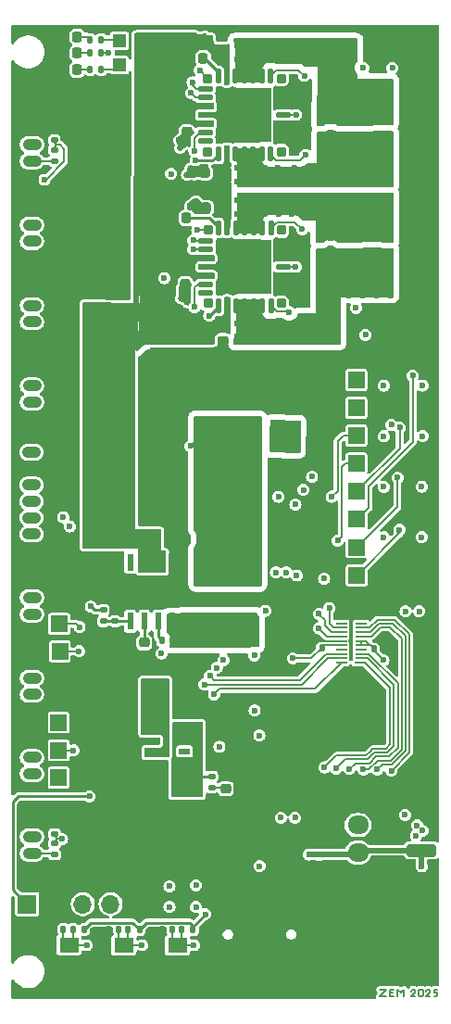
<source format=gtl>
G04 #@! TF.GenerationSoftware,KiCad,Pcbnew,8.0.8*
G04 #@! TF.CreationDate,2025-02-25T21:21:12+02:00*
G04 #@! TF.ProjectId,minisumo_2025,6d696e69-7375-46d6-9f5f-323032352e6b,rev?*
G04 #@! TF.SameCoordinates,Original*
G04 #@! TF.FileFunction,Copper,L1,Top*
G04 #@! TF.FilePolarity,Positive*
%FSLAX46Y46*%
G04 Gerber Fmt 4.6, Leading zero omitted, Abs format (unit mm)*
G04 Created by KiCad (PCBNEW 8.0.8) date 2025-02-25 21:21:12*
%MOMM*%
%LPD*%
G01*
G04 APERTURE LIST*
G04 Aperture macros list*
%AMRoundRect*
0 Rectangle with rounded corners*
0 $1 Rounding radius*
0 $2 $3 $4 $5 $6 $7 $8 $9 X,Y pos of 4 corners*
0 Add a 4 corners polygon primitive as box body*
4,1,4,$2,$3,$4,$5,$6,$7,$8,$9,$2,$3,0*
0 Add four circle primitives for the rounded corners*
1,1,$1+$1,$2,$3*
1,1,$1+$1,$4,$5*
1,1,$1+$1,$6,$7*
1,1,$1+$1,$8,$9*
0 Add four rect primitives between the rounded corners*
20,1,$1+$1,$2,$3,$4,$5,0*
20,1,$1+$1,$4,$5,$6,$7,0*
20,1,$1+$1,$6,$7,$8,$9,0*
20,1,$1+$1,$8,$9,$2,$3,0*%
G04 Aperture macros list end*
G04 #@! TA.AperFunction,SMDPad,CuDef*
%ADD10RoundRect,0.140000X-0.140000X-0.170000X0.140000X-0.170000X0.140000X0.170000X-0.140000X0.170000X0*%
G04 #@! TD*
G04 #@! TA.AperFunction,SMDPad,CuDef*
%ADD11RoundRect,0.135000X0.135000X0.185000X-0.135000X0.185000X-0.135000X-0.185000X0.135000X-0.185000X0*%
G04 #@! TD*
G04 #@! TA.AperFunction,SMDPad,CuDef*
%ADD12RoundRect,0.250000X-0.325000X-1.100000X0.325000X-1.100000X0.325000X1.100000X-0.325000X1.100000X0*%
G04 #@! TD*
G04 #@! TA.AperFunction,SMDPad,CuDef*
%ADD13RoundRect,0.135000X-0.185000X0.135000X-0.185000X-0.135000X0.185000X-0.135000X0.185000X0.135000X0*%
G04 #@! TD*
G04 #@! TA.AperFunction,SMDPad,CuDef*
%ADD14R,1.500000X1.500000*%
G04 #@! TD*
G04 #@! TA.AperFunction,SMDPad,CuDef*
%ADD15RoundRect,0.140000X0.140000X0.170000X-0.140000X0.170000X-0.140000X-0.170000X0.140000X-0.170000X0*%
G04 #@! TD*
G04 #@! TA.AperFunction,SMDPad,CuDef*
%ADD16R,1.800000X1.350000*%
G04 #@! TD*
G04 #@! TA.AperFunction,SMDPad,CuDef*
%ADD17RoundRect,0.238500X-0.211500X-0.211500X0.211500X-0.211500X0.211500X0.211500X-0.211500X0.211500X0*%
G04 #@! TD*
G04 #@! TA.AperFunction,SMDPad,CuDef*
%ADD18RoundRect,0.148400X-0.556600X-0.131600X0.556600X-0.131600X0.556600X0.131600X-0.556600X0.131600X0*%
G04 #@! TD*
G04 #@! TA.AperFunction,SMDPad,CuDef*
%ADD19RoundRect,0.148400X-0.131600X-0.556600X0.131600X-0.556600X0.131600X0.556600X-0.131600X0.556600X0*%
G04 #@! TD*
G04 #@! TA.AperFunction,SMDPad,CuDef*
%ADD20R,5.000000X5.000000*%
G04 #@! TD*
G04 #@! TA.AperFunction,SMDPad,CuDef*
%ADD21RoundRect,0.225000X-0.225000X-0.250000X0.225000X-0.250000X0.225000X0.250000X-0.225000X0.250000X0*%
G04 #@! TD*
G04 #@! TA.AperFunction,ComponentPad*
%ADD22C,1.600000*%
G04 #@! TD*
G04 #@! TA.AperFunction,SMDPad,CuDef*
%ADD23R,0.599999X1.549999*%
G04 #@! TD*
G04 #@! TA.AperFunction,SMDPad,CuDef*
%ADD24R,4.900001X2.949999*%
G04 #@! TD*
G04 #@! TA.AperFunction,ComponentPad*
%ADD25C,0.499999*%
G04 #@! TD*
G04 #@! TA.AperFunction,SMDPad,CuDef*
%ADD26RoundRect,0.225000X-0.250000X0.225000X-0.250000X-0.225000X0.250000X-0.225000X0.250000X0.225000X0*%
G04 #@! TD*
G04 #@! TA.AperFunction,ComponentPad*
%ADD27RoundRect,0.760000X1.140000X1.140000X-1.140000X1.140000X-1.140000X-1.140000X1.140000X-1.140000X0*%
G04 #@! TD*
G04 #@! TA.AperFunction,ComponentPad*
%ADD28C,4.000000*%
G04 #@! TD*
G04 #@! TA.AperFunction,SMDPad,CuDef*
%ADD29RoundRect,0.250000X-1.100000X0.325000X-1.100000X-0.325000X1.100000X-0.325000X1.100000X0.325000X0*%
G04 #@! TD*
G04 #@! TA.AperFunction,ComponentPad*
%ADD30RoundRect,0.250000X0.750000X-0.600000X0.750000X0.600000X-0.750000X0.600000X-0.750000X-0.600000X0*%
G04 #@! TD*
G04 #@! TA.AperFunction,ComponentPad*
%ADD31O,2.000000X1.700000*%
G04 #@! TD*
G04 #@! TA.AperFunction,SMDPad,CuDef*
%ADD32R,1.200000X1.200000*%
G04 #@! TD*
G04 #@! TA.AperFunction,SMDPad,CuDef*
%ADD33RoundRect,0.140000X-0.170000X0.140000X-0.170000X-0.140000X0.170000X-0.140000X0.170000X0.140000X0*%
G04 #@! TD*
G04 #@! TA.AperFunction,SMDPad,CuDef*
%ADD34RoundRect,0.225000X0.250000X-0.225000X0.250000X0.225000X-0.250000X0.225000X-0.250000X-0.225000X0*%
G04 #@! TD*
G04 #@! TA.AperFunction,SMDPad,CuDef*
%ADD35R,1.000000X0.599999*%
G04 #@! TD*
G04 #@! TA.AperFunction,SMDPad,CuDef*
%ADD36RoundRect,0.250000X0.325000X1.100000X-0.325000X1.100000X-0.325000X-1.100000X0.325000X-1.100000X0*%
G04 #@! TD*
G04 #@! TA.AperFunction,SMDPad,CuDef*
%ADD37RoundRect,0.225000X0.225000X0.250000X-0.225000X0.250000X-0.225000X-0.250000X0.225000X-0.250000X0*%
G04 #@! TD*
G04 #@! TA.AperFunction,SMDPad,CuDef*
%ADD38RoundRect,0.135000X0.185000X-0.135000X0.185000X0.135000X-0.185000X0.135000X-0.185000X-0.135000X0*%
G04 #@! TD*
G04 #@! TA.AperFunction,SMDPad,CuDef*
%ADD39RoundRect,0.250000X-0.250000X-0.475000X0.250000X-0.475000X0.250000X0.475000X-0.250000X0.475000X0*%
G04 #@! TD*
G04 #@! TA.AperFunction,SMDPad,CuDef*
%ADD40RoundRect,0.218750X-0.218750X-0.256250X0.218750X-0.256250X0.218750X0.256250X-0.218750X0.256250X0*%
G04 #@! TD*
G04 #@! TA.AperFunction,SMDPad,CuDef*
%ADD41RoundRect,0.218750X-0.256250X0.218750X-0.256250X-0.218750X0.256250X-0.218750X0.256250X0.218750X0*%
G04 #@! TD*
G04 #@! TA.AperFunction,ComponentPad*
%ADD42RoundRect,0.250000X0.725000X-0.600000X0.725000X0.600000X-0.725000X0.600000X-0.725000X-0.600000X0*%
G04 #@! TD*
G04 #@! TA.AperFunction,ComponentPad*
%ADD43O,1.950000X1.700000*%
G04 #@! TD*
G04 #@! TA.AperFunction,SMDPad,CuDef*
%ADD44R,1.099998X0.199898*%
G04 #@! TD*
G04 #@! TA.AperFunction,SMDPad,CuDef*
%ADD45R,0.999998X0.199898*%
G04 #@! TD*
G04 #@! TA.AperFunction,ComponentPad*
%ADD46R,1.700000X1.700000*%
G04 #@! TD*
G04 #@! TA.AperFunction,ComponentPad*
%ADD47O,1.700000X1.700000*%
G04 #@! TD*
G04 #@! TA.AperFunction,SMDPad,CuDef*
%ADD48RoundRect,0.140000X0.170000X-0.140000X0.170000X0.140000X-0.170000X0.140000X-0.170000X-0.140000X0*%
G04 #@! TD*
G04 #@! TA.AperFunction,SMDPad,CuDef*
%ADD49RoundRect,0.225000X0.225000X0.375000X-0.225000X0.375000X-0.225000X-0.375000X0.225000X-0.375000X0*%
G04 #@! TD*
G04 #@! TA.AperFunction,SMDPad,CuDef*
%ADD50R,5.500000X1.430000*%
G04 #@! TD*
G04 #@! TA.AperFunction,ComponentPad*
%ADD51RoundRect,0.250000X-0.615000X0.265000X-0.615000X-0.265000X0.615000X-0.265000X0.615000X0.265000X0*%
G04 #@! TD*
G04 #@! TA.AperFunction,ComponentPad*
%ADD52O,1.730000X1.030000*%
G04 #@! TD*
G04 #@! TA.AperFunction,HeatsinkPad*
%ADD53O,1.000000X1.600000*%
G04 #@! TD*
G04 #@! TA.AperFunction,HeatsinkPad*
%ADD54O,1.000000X2.100000*%
G04 #@! TD*
G04 #@! TA.AperFunction,HeatsinkPad*
%ADD55C,0.600000*%
G04 #@! TD*
G04 #@! TA.AperFunction,ViaPad*
%ADD56C,0.600000*%
G04 #@! TD*
G04 #@! TA.AperFunction,Conductor*
%ADD57C,0.200000*%
G04 #@! TD*
G04 #@! TA.AperFunction,Conductor*
%ADD58C,0.150000*%
G04 #@! TD*
G04 #@! TA.AperFunction,Conductor*
%ADD59C,0.500000*%
G04 #@! TD*
G04 #@! TA.AperFunction,Conductor*
%ADD60C,0.250000*%
G04 #@! TD*
G04 APERTURE END LIST*
D10*
G04 #@! TO.P,C7,1*
G04 #@! TO.N,GND*
X124640000Y-131650000D03*
G04 #@! TO.P,C7,2*
G04 #@! TO.N,/ESP_EN*
X125600000Y-131650000D03*
G04 #@! TD*
D11*
G04 #@! TO.P,R7,1*
G04 #@! TO.N,+3V3*
X122570000Y-131650000D03*
G04 #@! TO.P,R7,2*
G04 #@! TO.N,/ESP_BOOT*
X121550000Y-131650000D03*
G04 #@! TD*
D12*
G04 #@! TO.P,C14,1*
G04 #@! TO.N,GND*
X124079999Y-117870001D03*
G04 #@! TO.P,C14,2*
G04 #@! TO.N,+3V3*
X127029999Y-117870001D03*
G04 #@! TD*
D13*
G04 #@! TO.P,R24,1*
G04 #@! TO.N,GND*
X114830000Y-121860000D03*
G04 #@! TO.P,R24,2*
G04 #@! TO.N,/GPIO8*
X114830000Y-122880000D03*
G04 #@! TD*
D14*
G04 #@! TO.P,TP3,1,1*
G04 #@! TO.N,/GPIO48*
X115250000Y-103700000D03*
G04 #@! TD*
D12*
G04 #@! TO.P,C10,1*
G04 #@! TO.N,GND*
X125430000Y-86310000D03*
G04 #@! TO.P,C10,2*
G04 #@! TO.N,Net-(D1-A)*
X128380000Y-86310000D03*
G04 #@! TD*
D11*
G04 #@! TO.P,R18,1*
G04 #@! TO.N,Net-(D5-A)*
X119087500Y-51550000D03*
G04 #@! TO.P,R18,2*
G04 #@! TO.N,Net-(D8-A)*
X118067500Y-51550000D03*
G04 #@! TD*
D14*
G04 #@! TO.P,TP7,1,1*
G04 #@! TO.N,/INV_1*
X142400000Y-89050000D03*
G04 #@! TD*
G04 #@! TO.P,TP9,1,1*
G04 #@! TO.N,/ND2_1*
X142400000Y-81400000D03*
G04 #@! TD*
D15*
G04 #@! TO.P,C33,1*
G04 #@! TO.N,+5V*
X139250000Y-105890000D03*
G04 #@! TO.P,C33,2*
G04 #@! TO.N,GND*
X138290000Y-105890000D03*
G04 #@! TD*
D16*
G04 #@! TO.P,SW1,1,C*
G04 #@! TO.N,GND*
X126050000Y-137205000D03*
G04 #@! TO.P,SW1,2,D*
G04 #@! TO.N,/ESP_EN*
X126050000Y-133055000D03*
G04 #@! TD*
D14*
G04 #@! TO.P,TP4,1,1*
G04 #@! TO.N,/GPIO21*
X115200000Y-117750000D03*
G04 #@! TD*
D13*
G04 #@! TO.P,R6,1*
G04 #@! TO.N,+3V3*
X129200000Y-117627500D03*
G04 #@! TO.P,R6,2*
G04 #@! TO.N,Net-(D2-A)*
X129200000Y-118647500D03*
G04 #@! TD*
D17*
G04 #@! TO.P,U6,1,IN2*
G04 #@! TO.N,/GPIO35*
X128850000Y-67725000D03*
D18*
G04 #@! TO.P,U6,2,IN1*
G04 #@! TO.N,/GPIO36*
X128640000Y-68675000D03*
G04 #@! TO.P,U6,3,SLEW*
G04 #@! TO.N,/SLEW_1*
X128640000Y-69475000D03*
G04 #@! TO.P,U6,4,VPWR*
G04 #@! TO.N,+BATT*
X128640000Y-70275000D03*
G04 #@! TO.P,U6,5,AGND*
G04 #@! TO.N,GND*
X128640000Y-71075000D03*
G04 #@! TO.P,U6,6,VPWR*
G04 #@! TO.N,+BATT*
X128640000Y-71875000D03*
G04 #@! TO.P,U6,7,INV*
G04 #@! TO.N,/INV_1*
X128640000Y-72675000D03*
G04 #@! TO.P,U6,8,FB*
G04 #@! TO.N,unconnected-(U6-FB-Pad8)*
X128640000Y-73475000D03*
D17*
G04 #@! TO.P,U6,9*
G04 #@! TO.N,N/C*
X128850000Y-74425000D03*
D19*
G04 #@! TO.P,U6,10,EN*
G04 #@! TO.N,+3V3*
X129800000Y-74635000D03*
G04 #@! TO.P,U6,11,VPWR*
G04 #@! TO.N,+BATT*
X130600000Y-74635000D03*
G04 #@! TO.P,U6,12,OUT1*
G04 #@! TO.N,/MOTOR1_A*
X131400000Y-74635000D03*
G04 #@! TO.P,U6,13,OUT1*
X132200000Y-74635000D03*
G04 #@! TO.P,U6,14,OUT1*
X133000000Y-74635000D03*
G04 #@! TO.P,U6,15,OUT1*
X133800000Y-74635000D03*
G04 #@! TO.P,U6,16,~{D2}*
G04 #@! TO.N,/ND2_1*
X134600000Y-74635000D03*
D17*
G04 #@! TO.P,U6,17*
G04 #@! TO.N,N/C*
X135550000Y-74425000D03*
D18*
G04 #@! TO.P,U6,18,PGND*
G04 #@! TO.N,GND*
X135760000Y-73475000D03*
G04 #@! TO.P,U6,19,PGND*
X135760000Y-72675000D03*
G04 #@! TO.P,U6,20,PGND*
X135760000Y-71875000D03*
G04 #@! TO.P,U6,21,~{SF}*
G04 #@! TO.N,Net-(U6-~{SF})*
X135760000Y-71075000D03*
G04 #@! TO.P,U6,22,PGND*
G04 #@! TO.N,GND*
X135760000Y-70275000D03*
G04 #@! TO.P,U6,23,PGND*
X135760000Y-69475000D03*
G04 #@! TO.P,U6,24,PGND*
X135760000Y-68675000D03*
D17*
G04 #@! TO.P,U6,25*
G04 #@! TO.N,N/C*
X135550000Y-67725000D03*
D19*
G04 #@! TO.P,U6,26,D1*
G04 #@! TO.N,/D1_1*
X134600000Y-67515000D03*
G04 #@! TO.P,U6,27,OUT2*
G04 #@! TO.N,/MOTOR1_B*
X133800000Y-67515000D03*
G04 #@! TO.P,U6,28,OUT2*
X133000000Y-67515000D03*
G04 #@! TO.P,U6,29,OUT2*
X132200000Y-67515000D03*
G04 #@! TO.P,U6,30,OUT2*
X131400000Y-67515000D03*
G04 #@! TO.P,U6,31,VPWR*
G04 #@! TO.N,+BATT*
X130600000Y-67515000D03*
G04 #@! TO.P,U6,32,CCP*
G04 #@! TO.N,/CCP_1*
X129800000Y-67515000D03*
D20*
G04 #@! TO.P,U6,33,AGND*
G04 #@! TO.N,GND*
X132200000Y-71075000D03*
G04 #@! TD*
D14*
G04 #@! TO.P,TP1,1,1*
G04 #@! TO.N,/GPIO13*
X115300000Y-106200000D03*
G04 #@! TD*
D15*
G04 #@! TO.P,C18,1*
G04 #@! TO.N,/CASE*
X115600000Y-131600000D03*
G04 #@! TO.P,C18,2*
G04 #@! TO.N,GND*
X114640000Y-131600000D03*
G04 #@! TD*
D14*
G04 #@! TO.P,TP2,1,1*
G04 #@! TO.N,/GPIO47*
X115200000Y-115250000D03*
G04 #@! TD*
D21*
G04 #@! TO.P,C19,1*
G04 #@! TO.N,+BATT*
X125325000Y-66600000D03*
G04 #@! TO.P,C19,2*
G04 #@! TO.N,/CCP_1*
X126875000Y-66600000D03*
G04 #@! TD*
D11*
G04 #@! TO.P,R17,1*
G04 #@! TO.N,Net-(D4-A)*
X119097500Y-50300000D03*
G04 #@! TO.P,R17,2*
G04 #@! TO.N,Net-(D7-A)*
X118077500Y-50300000D03*
G04 #@! TD*
D22*
G04 #@! TO.P,C22,1*
G04 #@! TO.N,+BATT*
X123260000Y-69900000D03*
G04 #@! TO.P,C22,2*
G04 #@! TO.N,GND*
X120760000Y-69900000D03*
G04 #@! TD*
D12*
G04 #@! TO.P,C4,1*
G04 #@! TO.N,+BATT*
X120730000Y-93110000D03*
G04 #@! TO.P,C4,2*
G04 #@! TO.N,GND*
X123680000Y-93110000D03*
G04 #@! TD*
D23*
G04 #@! TO.P,U1,1,PGND*
G04 #@! TO.N,GND*
X125560000Y-98060000D03*
G04 #@! TO.P,U1,2,VIN*
G04 #@! TO.N,+BATT*
X124290000Y-98060000D03*
G04 #@! TO.P,U1,3,EN*
X123020000Y-98060000D03*
G04 #@! TO.P,U1,4,PG*
G04 #@! TO.N,unconnected-(U1-PG-Pad4)*
X121750000Y-98060000D03*
G04 #@! TO.P,U1,5,FB*
G04 #@! TO.N,Net-(U1-FB)*
X121750000Y-103460000D03*
G04 #@! TO.P,U1,6,VCC*
G04 #@! TO.N,Net-(U1-VCC)*
X123020000Y-103460000D03*
G04 #@! TO.P,U1,7,BOOT*
G04 #@! TO.N,Net-(U1-BOOT)*
X124290000Y-103460000D03*
G04 #@! TO.P,U1,8,SW*
G04 #@! TO.N,Net-(U1-SW)*
X125560000Y-103460000D03*
D24*
G04 #@! TO.P,U1,9,AGND*
G04 #@! TO.N,GND*
X123655000Y-100760000D03*
D25*
G04 #@! TO.P,U1,V*
X125605001Y-100109999D03*
X124305001Y-100109999D03*
X123004999Y-100109999D03*
X121704999Y-100109999D03*
X125605001Y-101410001D03*
X124305001Y-101410001D03*
X123004999Y-101410001D03*
X121704999Y-101410001D03*
G04 #@! TD*
D11*
G04 #@! TO.P,R25,1*
G04 #@! TO.N,Net-(D6-A)*
X119097500Y-53050000D03*
G04 #@! TO.P,R25,2*
G04 #@! TO.N,Net-(D9-A)*
X118077500Y-53050000D03*
G04 #@! TD*
D26*
G04 #@! TO.P,C21,1*
G04 #@! TO.N,+BATT*
X126775000Y-71100000D03*
G04 #@! TO.P,C21,2*
G04 #@! TO.N,GND*
X126775000Y-72650000D03*
G04 #@! TD*
D21*
G04 #@! TO.P,C11,1*
G04 #@! TO.N,GND*
X126805000Y-95935000D03*
G04 #@! TO.P,C11,2*
G04 #@! TO.N,Net-(D1-A)*
X128355000Y-95935000D03*
G04 #@! TD*
D10*
G04 #@! TO.P,C29,2*
G04 #@! TO.N,GND*
X144980000Y-106000000D03*
G04 #@! TO.P,C29,1*
G04 #@! TO.N,+3V3*
X144020000Y-106000000D03*
G04 #@! TD*
D14*
G04 #@! TO.P,TP11,1,1*
G04 #@! TO.N,/INV_2*
X142450000Y-99250000D03*
G04 #@! TD*
D16*
G04 #@! TO.P,SW5,1,C*
G04 #@! TO.N,GND*
X121150000Y-137200000D03*
G04 #@! TO.P,SW5,2,D*
G04 #@! TO.N,/ESP_BOOT*
X121150000Y-133050000D03*
G04 #@! TD*
D14*
G04 #@! TO.P,TP12,1,1*
G04 #@! TO.N,/D1_2*
X142450000Y-91600000D03*
G04 #@! TD*
G04 #@! TO.P,TP8,1,1*
G04 #@! TO.N,/D1_1*
X142400000Y-83950000D03*
G04 #@! TD*
G04 #@! TO.P,TP6,1,1*
G04 #@! TO.N,/SLEW_1*
X142400000Y-86500000D03*
G04 #@! TD*
D27*
G04 #@! TO.P,J6,1,Pin_1*
G04 #@! TO.N,GND*
X124640000Y-80530000D03*
D28*
G04 #@! TO.P,J6,2,Pin_2*
G04 #@! TO.N,+BATT*
X119640000Y-80530000D03*
G04 #@! TD*
D29*
G04 #@! TO.P,C17,1*
G04 #@! TO.N,+5V*
X148370000Y-124380000D03*
G04 #@! TO.P,C17,2*
G04 #@! TO.N,GND*
X148370000Y-127330000D03*
G04 #@! TD*
D14*
G04 #@! TO.P,TP10,1,1*
G04 #@! TO.N,/SLEW_2*
X142450000Y-96700000D03*
G04 #@! TD*
D30*
G04 #@! TO.P,J4,1,Pin_1*
G04 #@! TO.N,/MOTOR1_A*
X143835000Y-70175000D03*
D31*
G04 #@! TO.P,J4,2,Pin_2*
G04 #@! TO.N,/MOTOR1_B*
X143835000Y-67675000D03*
G04 #@! TD*
D32*
G04 #@! TO.P,D4,1,K*
G04 #@! TO.N,+BATT*
X123550000Y-50400000D03*
G04 #@! TO.P,D4,2,A*
G04 #@! TO.N,Net-(D4-A)*
X120750000Y-50400000D03*
G04 #@! TD*
D33*
G04 #@! TO.P,C16,1*
G04 #@! TO.N,+5V*
X138970000Y-124780000D03*
G04 #@! TO.P,C16,2*
G04 #@! TO.N,GND*
X138970000Y-125740000D03*
G04 #@! TD*
D14*
G04 #@! TO.P,,1,1*
G04 #@! TO.N,/GPIO14*
X115200000Y-112700000D03*
G04 #@! TD*
D17*
G04 #@! TO.P,U7,1,IN2*
G04 #@! TO.N,/GPIO37*
X128825000Y-53855000D03*
D18*
G04 #@! TO.P,U7,2,IN1*
G04 #@! TO.N,/GPIO38*
X128615000Y-54805000D03*
G04 #@! TO.P,U7,3,SLEW*
G04 #@! TO.N,/SLEW_2*
X128615000Y-55605000D03*
G04 #@! TO.P,U7,4,VPWR*
G04 #@! TO.N,+BATT*
X128615000Y-56405000D03*
G04 #@! TO.P,U7,5,AGND*
G04 #@! TO.N,GND*
X128615000Y-57205000D03*
G04 #@! TO.P,U7,6,VPWR*
G04 #@! TO.N,+BATT*
X128615000Y-58005000D03*
G04 #@! TO.P,U7,7,INV*
G04 #@! TO.N,/INV_2*
X128615000Y-58805000D03*
G04 #@! TO.P,U7,8,FB*
G04 #@! TO.N,unconnected-(U7-FB-Pad8)*
X128615000Y-59605000D03*
D17*
G04 #@! TO.P,U7,9*
G04 #@! TO.N,N/C*
X128825000Y-60555000D03*
D19*
G04 #@! TO.P,U7,10,EN*
G04 #@! TO.N,+3V3*
X129775000Y-60765000D03*
G04 #@! TO.P,U7,11,VPWR*
G04 #@! TO.N,+BATT*
X130575000Y-60765000D03*
G04 #@! TO.P,U7,12,OUT1*
G04 #@! TO.N,/MOTOR2_A*
X131375000Y-60765000D03*
G04 #@! TO.P,U7,13,OUT1*
X132175000Y-60765000D03*
G04 #@! TO.P,U7,14,OUT1*
X132975000Y-60765000D03*
G04 #@! TO.P,U7,15,OUT1*
X133775000Y-60765000D03*
G04 #@! TO.P,U7,16,~{D2}*
G04 #@! TO.N,/ND2_2*
X134575000Y-60765000D03*
D17*
G04 #@! TO.P,U7,17*
G04 #@! TO.N,N/C*
X135525000Y-60555000D03*
D18*
G04 #@! TO.P,U7,18,PGND*
G04 #@! TO.N,GND*
X135735000Y-59605000D03*
G04 #@! TO.P,U7,19,PGND*
X135735000Y-58805000D03*
G04 #@! TO.P,U7,20,PGND*
X135735000Y-58005000D03*
G04 #@! TO.P,U7,21,~{SF}*
G04 #@! TO.N,Net-(U7-~{SF})*
X135735000Y-57205000D03*
G04 #@! TO.P,U7,22,PGND*
G04 #@! TO.N,GND*
X135735000Y-56405000D03*
G04 #@! TO.P,U7,23,PGND*
X135735000Y-55605000D03*
G04 #@! TO.P,U7,24,PGND*
X135735000Y-54805000D03*
D17*
G04 #@! TO.P,U7,25*
G04 #@! TO.N,N/C*
X135525000Y-53855000D03*
D19*
G04 #@! TO.P,U7,26,D1*
G04 #@! TO.N,/D1_2*
X134575000Y-53645000D03*
G04 #@! TO.P,U7,27,OUT2*
G04 #@! TO.N,/MOTOR2_B*
X133775000Y-53645000D03*
G04 #@! TO.P,U7,28,OUT2*
X132975000Y-53645000D03*
G04 #@! TO.P,U7,29,OUT2*
X132175000Y-53645000D03*
G04 #@! TO.P,U7,30,OUT2*
X131375000Y-53645000D03*
G04 #@! TO.P,U7,31,VPWR*
G04 #@! TO.N,+BATT*
X130575000Y-53645000D03*
G04 #@! TO.P,U7,32,CCP*
G04 #@! TO.N,/CCP_2*
X129775000Y-53645000D03*
D20*
G04 #@! TO.P,U7,33,AGND*
G04 #@! TO.N,GND*
X132175000Y-57205000D03*
G04 #@! TD*
D13*
G04 #@! TO.P,R5,1*
G04 #@! TO.N,GND*
X120355000Y-102435000D03*
G04 #@! TO.P,R5,2*
G04 #@! TO.N,Net-(U1-FB)*
X120355000Y-103455000D03*
G04 #@! TD*
D26*
G04 #@! TO.P,C21,1*
G04 #@! TO.N,+BATT*
X130215000Y-76285000D03*
G04 #@! TO.P,C21,2*
G04 #@! TO.N,GND*
X130215000Y-77835000D03*
G04 #@! TD*
D34*
G04 #@! TO.P,C21,1*
G04 #@! TO.N,+BATT*
X130060000Y-51650000D03*
G04 #@! TO.P,C21,2*
G04 #@! TO.N,GND*
X130060000Y-50100000D03*
G04 #@! TD*
D35*
G04 #@! TO.P,U4,1,IN*
G04 #@! TO.N,+5V*
X123954998Y-113450000D03*
G04 #@! TO.P,U4,2,GND*
G04 #@! TO.N,GND*
X123954998Y-114400001D03*
G04 #@! TO.P,U4,3,EN*
G04 #@! TO.N,+5V*
X123954998Y-115349999D03*
G04 #@! TO.P,U4,4,NC*
G04 #@! TO.N,unconnected-(U4-NC-Pad4)*
X126704998Y-115349999D03*
G04 #@! TO.P,U4,5,OUT*
G04 #@! TO.N,+3V3*
X126704998Y-113450000D03*
G04 #@! TD*
D36*
G04 #@! TO.P,C15,1*
G04 #@! TO.N,GND*
X126999999Y-110920001D03*
G04 #@! TO.P,C15,2*
G04 #@! TO.N,+5V*
X124049999Y-110920001D03*
G04 #@! TD*
D21*
G04 #@! TO.P,C20,1*
G04 #@! TO.N,+BATT*
X126850000Y-52000000D03*
G04 #@! TO.P,C20,2*
G04 #@! TO.N,/CCP_2*
X128400000Y-52000000D03*
G04 #@! TD*
D37*
G04 #@! TO.P,C23,1*
G04 #@! TO.N,+BATT*
X130200000Y-65700000D03*
G04 #@! TO.P,C23,2*
G04 #@! TO.N,GND*
X128650000Y-65700000D03*
G04 #@! TD*
D13*
G04 #@! TO.P,R21,1*
G04 #@! TO.N,/GPIO18*
X114800000Y-60380000D03*
G04 #@! TO.P,R21,2*
G04 #@! TO.N,/LINE_RIGHT_OUT*
X114800000Y-61400000D03*
G04 #@! TD*
D38*
G04 #@! TO.P,R4,1*
G04 #@! TO.N,Net-(U1-FB)*
X119280000Y-103455000D03*
G04 #@! TO.P,R4,2*
G04 #@! TO.N,Net-(D1-A)*
X119280000Y-102435000D03*
G04 #@! TD*
D39*
G04 #@! TO.P,C5,1*
G04 #@! TO.N,+BATT*
X123455000Y-95935000D03*
G04 #@! TO.P,C5,2*
G04 #@! TO.N,GND*
X125355000Y-95935000D03*
G04 #@! TD*
D14*
G04 #@! TO.P,TP13,1,1*
G04 #@! TO.N,/ND2_2*
X142450000Y-94150000D03*
G04 #@! TD*
D11*
G04 #@! TO.P,R1,1*
G04 #@! TO.N,+3V3*
X127480000Y-131650000D03*
G04 #@! TO.P,R1,2*
G04 #@! TO.N,/ESP_EN*
X126460000Y-131650000D03*
G04 #@! TD*
D40*
G04 #@! TO.P,D7,1,K*
G04 #@! TO.N,GND*
X115312500Y-50050000D03*
G04 #@! TO.P,D7,2,A*
G04 #@! TO.N,Net-(D7-A)*
X116887500Y-50050000D03*
G04 #@! TD*
D12*
G04 #@! TO.P,C8,1*
G04 #@! TO.N,GND*
X125430000Y-89685000D03*
G04 #@! TO.P,C8,2*
G04 #@! TO.N,Net-(D1-A)*
X128380000Y-89685000D03*
G04 #@! TD*
D41*
G04 #@! TO.P,D2,1,K*
G04 #@! TO.N,GND*
X130450000Y-117175000D03*
G04 #@! TO.P,D2,2,A*
G04 #@! TO.N,Net-(D2-A)*
X130450000Y-118750000D03*
G04 #@! TD*
D15*
G04 #@! TO.P,C3,1*
G04 #@! TO.N,Net-(U1-SW)*
X125585001Y-105210001D03*
G04 #@! TO.P,C3,2*
G04 #@! TO.N,Net-(U1-BOOT)*
X124625001Y-105210001D03*
G04 #@! TD*
D22*
G04 #@! TO.P,C24,1*
G04 #@! TO.N,+BATT*
X123520000Y-57215000D03*
G04 #@! TO.P,C24,2*
G04 #@! TO.N,GND*
X121020000Y-57215000D03*
G04 #@! TD*
D26*
G04 #@! TO.P,C21,1*
G04 #@! TO.N,+BATT*
X126900000Y-57200000D03*
G04 #@! TO.P,C21,2*
G04 #@! TO.N,GND*
X126900000Y-58750000D03*
G04 #@! TD*
D16*
G04 #@! TO.P,SW2,1,C*
G04 #@! TO.N,GND*
X116150000Y-137175000D03*
G04 #@! TO.P,SW2,2,D*
G04 #@! TO.N,/CASE*
X116150000Y-133025000D03*
G04 #@! TD*
D32*
G04 #@! TO.P,D6,1,K*
G04 #@! TO.N,+BATT*
X123550000Y-52650000D03*
G04 #@! TO.P,D6,2,A*
G04 #@! TO.N,Net-(D6-A)*
X120750000Y-52650000D03*
G04 #@! TD*
D42*
G04 #@! TO.P,J2,1,Pin_1*
G04 #@! TO.N,GND*
X142555000Y-127090000D03*
D43*
G04 #@! TO.P,J2,2,Pin_2*
G04 #@! TO.N,+5V*
X142555000Y-124590000D03*
G04 #@! TO.P,J2,3,Pin_3*
G04 #@! TO.N,/GPIO17*
X142555000Y-122090000D03*
G04 #@! TD*
D13*
G04 #@! TO.P,R23,1*
G04 #@! TO.N,/GPIO8*
X114830000Y-123760000D03*
G04 #@! TO.P,R23,2*
G04 #@! TO.N,/LINE_LEFT_OUT*
X114830000Y-124780000D03*
G04 #@! TD*
D44*
G04 #@! TO.P,U5,1,A1*
G04 #@! TO.N,/DISTANCE_L90*
X142780002Y-107250000D03*
D45*
G04 #@! TO.P,U5,2,A2*
G04 #@! TO.N,/DISTANCE_L*
X142830002Y-106850001D03*
G04 #@! TO.P,U5,3,A3*
G04 #@! TO.N,/DISTANCE_LF*
X142830002Y-106450002D03*
G04 #@! TO.P,U5,4,A4*
G04 #@! TO.N,unconnected-(U5-A4-Pad4)*
X142830002Y-106050002D03*
G04 #@! TO.P,U5,5,VCCA*
G04 #@! TO.N,+3V3*
X142830002Y-105650001D03*
G04 #@! TO.P,U5,6,OE*
X142830002Y-105250001D03*
G04 #@! TO.P,U5,7,A5*
G04 #@! TO.N,/DISTANCE_RF*
X142830002Y-104850002D03*
G04 #@! TO.P,U5,8,A6*
G04 #@! TO.N,/DISTANCE_R*
X142830002Y-104450000D03*
G04 #@! TO.P,U5,9,A7*
G04 #@! TO.N,/DISTANCE_R90*
X142830002Y-104050001D03*
G04 #@! TO.P,U5,10,A8*
G04 #@! TO.N,unconnected-(U5-A8-Pad10)*
X142830002Y-103650002D03*
G04 #@! TO.P,U5,11,B8*
G04 #@! TO.N,unconnected-(U5-B8-Pad11)*
X141030000Y-103650002D03*
G04 #@! TO.P,U5,12,B7*
G04 #@! TO.N,/DISTANCE_R90_OUT*
X141030000Y-104050001D03*
G04 #@! TO.P,U5,13,B6*
G04 #@! TO.N,/DISTANCE_R_OUT*
X141030000Y-104450000D03*
G04 #@! TO.P,U5,14,B5*
G04 #@! TO.N,/DISTANCE_RF_OUT*
X141030000Y-104850000D03*
G04 #@! TO.P,U5,15,GND*
G04 #@! TO.N,GND*
X141030000Y-105250001D03*
G04 #@! TO.P,U5,16,VCCB*
G04 #@! TO.N,+5V*
X141030000Y-105650001D03*
G04 #@! TO.P,U5,17,B4*
G04 #@! TO.N,unconnected-(U5-B4-Pad17)*
X141030000Y-106050000D03*
G04 #@! TO.P,U5,18,B3*
G04 #@! TO.N,/DISTANCE_LF_OUT*
X141030000Y-106450002D03*
G04 #@! TO.P,U5,19,B2*
G04 #@! TO.N,/DISTANCE_L_OUT*
X141030000Y-106850001D03*
G04 #@! TO.P,U5,20,B1*
G04 #@! TO.N,/DISTANCE_L90_OUT*
X141030000Y-107250000D03*
G04 #@! TD*
D14*
G04 #@! TO.P,TP5,1,1*
G04 #@! TO.N,/GPIO14*
X115200000Y-112700000D03*
G04 #@! TD*
D37*
G04 #@! TO.P,C21,1*
G04 #@! TO.N,+BATT*
X130120000Y-62470000D03*
G04 #@! TO.P,C21,2*
G04 #@! TO.N,GND*
X128570000Y-62470000D03*
G04 #@! TD*
D26*
G04 #@! TO.P,C13,1*
G04 #@! TO.N,Net-(U1-VCC)*
X123005001Y-105410001D03*
G04 #@! TO.P,C13,2*
G04 #@! TO.N,GND*
X123005001Y-106960001D03*
G04 #@! TD*
D12*
G04 #@! TO.P,C9,1*
G04 #@! TO.N,GND*
X125442812Y-93129793D03*
G04 #@! TO.P,C9,2*
G04 #@! TO.N,Net-(D1-A)*
X128392812Y-93129793D03*
G04 #@! TD*
D10*
G04 #@! TO.P,C12,1*
G04 #@! TO.N,GND*
X119740000Y-131650000D03*
G04 #@! TO.P,C12,2*
G04 #@! TO.N,/ESP_BOOT*
X120700000Y-131650000D03*
G04 #@! TD*
D40*
G04 #@! TO.P,D9,1,K*
G04 #@! TO.N,GND*
X115300000Y-53050000D03*
G04 #@! TO.P,D9,2,A*
G04 #@! TO.N,Net-(D9-A)*
X116875000Y-53050000D03*
G04 #@! TD*
D46*
G04 #@! TO.P,J3,1,Pin_1*
G04 #@! TO.N,+3V3*
X112320000Y-129300000D03*
D47*
G04 #@! TO.P,J3,2,Pin_2*
G04 #@! TO.N,GND*
X114860000Y-129300000D03*
G04 #@! TO.P,J3,3,Pin_3*
G04 #@! TO.N,/GPIO1*
X117400000Y-129300000D03*
G04 #@! TO.P,J3,4,Pin_4*
G04 #@! TO.N,unconnected-(J3-Pin_4-Pad4)*
X119940000Y-129300000D03*
G04 #@! TD*
D48*
G04 #@! TO.P,C26,1*
G04 #@! TO.N,/MOTOR2_A*
X140055000Y-58790000D03*
G04 #@! TO.P,C26,2*
G04 #@! TO.N,/MOTOR2_B*
X140055000Y-57830000D03*
G04 #@! TD*
D40*
G04 #@! TO.P,D8,1,K*
G04 #@! TO.N,GND*
X115312500Y-51550000D03*
G04 #@! TO.P,D8,2,A*
G04 #@! TO.N,Net-(D8-A)*
X116887500Y-51550000D03*
G04 #@! TD*
D48*
G04 #@! TO.P,C25,1*
G04 #@! TO.N,/MOTOR1_A*
X140060000Y-69405000D03*
G04 #@! TO.P,C25,2*
G04 #@! TO.N,/MOTOR1_B*
X140060000Y-68445000D03*
G04 #@! TD*
D49*
G04 #@! TO.P,D1,1,K*
G04 #@! TO.N,+5V*
X135887500Y-86560000D03*
G04 #@! TO.P,D1,2,A*
G04 #@! TO.N,Net-(D1-A)*
X132587500Y-86560000D03*
G04 #@! TD*
D11*
G04 #@! TO.P,R8,1*
G04 #@! TO.N,+3V3*
X117520000Y-131600000D03*
G04 #@! TO.P,R8,2*
G04 #@! TO.N,/CASE*
X116500000Y-131600000D03*
G04 #@! TD*
D50*
G04 #@! TO.P,L1,1*
G04 #@! TO.N,Net-(U1-SW)*
X130555000Y-103460000D03*
G04 #@! TO.P,L1,2*
G04 #@! TO.N,Net-(D1-A)*
X130555000Y-99420000D03*
G04 #@! TD*
D13*
G04 #@! TO.P,R22,1*
G04 #@! TO.N,GND*
X114800000Y-58480000D03*
G04 #@! TO.P,R22,2*
G04 #@! TO.N,/GPIO18*
X114800000Y-59500000D03*
G04 #@! TD*
D30*
G04 #@! TO.P,J5,1,Pin_1*
G04 #@! TO.N,/MOTOR2_A*
X143930000Y-59630000D03*
D31*
G04 #@! TO.P,J5,2,Pin_2*
G04 #@! TO.N,/MOTOR2_B*
X143930000Y-57130000D03*
G04 #@! TD*
D51*
G04 #@! TO.P,J10,1,Pin_1*
G04 #@! TO.N,GND*
X112750000Y-65750000D03*
D52*
G04 #@! TO.P,J10,2,Pin_2*
G04 #@! TO.N,+5V*
X112750000Y-67250000D03*
G04 #@! TO.P,J10,3,Pin_3*
G04 #@! TO.N,/DISTANCE_R90_OUT*
X112750000Y-68750000D03*
G04 #@! TD*
G04 #@! TO.P,J8,1,Pin_1*
G04 #@! TO.N,+3V3*
X112700000Y-88000000D03*
D51*
G04 #@! TO.P,J8,2,Pin_2*
G04 #@! TO.N,GND*
X112700000Y-89500000D03*
D52*
G04 #@! TO.P,J8,3,Pin_3*
G04 #@! TO.N,/GPIO12*
X112700000Y-91000000D03*
G04 #@! TO.P,J8,4,Pin_4*
G04 #@! TO.N,/GPIO11*
X112700000Y-92500000D03*
G04 #@! TO.P,J8,5,Pin_5*
G04 #@! TO.N,/GPIO10*
X112700000Y-94000000D03*
G04 #@! TO.P,J8,6,Pin_6*
G04 #@! TO.N,/DISTANCE_INTR*
X112700000Y-95500000D03*
G04 #@! TD*
D53*
G04 #@! TO.P,J1,S1,SHIELD*
G04 #@! TO.N,GND*
X137870000Y-135735000D03*
D54*
X137870000Y-131555000D03*
D53*
X129230000Y-135735000D03*
D54*
X129230000Y-131555000D03*
G04 #@! TD*
D51*
G04 #@! TO.P,J11,1,Pin_1*
G04 #@! TO.N,GND*
X112750000Y-73100000D03*
D52*
G04 #@! TO.P,J11,2,Pin_2*
G04 #@! TO.N,+5V*
X112750000Y-74600000D03*
G04 #@! TO.P,J11,3,Pin_3*
G04 #@! TO.N,/DISTANCE_R_OUT*
X112750000Y-76100000D03*
G04 #@! TD*
D51*
G04 #@! TO.P,J15,1,Pin_1*
G04 #@! TO.N,GND*
X112750000Y-121650000D03*
D52*
G04 #@! TO.P,J15,2,Pin_2*
G04 #@! TO.N,+5V*
X112750000Y-123150000D03*
G04 #@! TO.P,J15,3,Pin_3*
G04 #@! TO.N,/LINE_LEFT_OUT*
X112750000Y-124650000D03*
G04 #@! TD*
D51*
G04 #@! TO.P,J12,1,Pin_1*
G04 #@! TO.N,GND*
X112750000Y-80450000D03*
D52*
G04 #@! TO.P,J12,2,Pin_2*
G04 #@! TO.N,+5V*
X112750000Y-81950000D03*
G04 #@! TO.P,J12,3,Pin_3*
G04 #@! TO.N,/DISTANCE_RF_OUT*
X112750000Y-83450000D03*
G04 #@! TD*
D51*
G04 #@! TO.P,J13,1,Pin_1*
G04 #@! TO.N,GND*
X112750000Y-114400000D03*
D52*
G04 #@! TO.P,J13,2,Pin_2*
G04 #@! TO.N,+5V*
X112750000Y-115900000D03*
G04 #@! TO.P,J13,3,Pin_3*
G04 #@! TO.N,/DISTANCE_L90_OUT*
X112750000Y-117400000D03*
G04 #@! TD*
D51*
G04 #@! TO.P,J14,1,Pin_1*
G04 #@! TO.N,GND*
X112750000Y-107150000D03*
D52*
G04 #@! TO.P,J14,2,Pin_2*
G04 #@! TO.N,+5V*
X112750000Y-108650000D03*
G04 #@! TO.P,J14,3,Pin_3*
G04 #@! TO.N,/DISTANCE_L_OUT*
X112750000Y-110150000D03*
G04 #@! TD*
D51*
G04 #@! TO.P,J16,1,Pin_1*
G04 #@! TO.N,GND*
X112750000Y-99800000D03*
D52*
G04 #@! TO.P,J16,2,Pin_2*
G04 #@! TO.N,+5V*
X112750000Y-101300000D03*
G04 #@! TO.P,J16,3,Pin_3*
G04 #@! TO.N,/DISTANCE_LF_OUT*
X112750000Y-102800000D03*
G04 #@! TD*
D51*
G04 #@! TO.P,J9,1,Pin_1*
G04 #@! TO.N,GND*
X112750000Y-58400000D03*
D52*
G04 #@! TO.P,J9,2,Pin_2*
G04 #@! TO.N,+5V*
X112750000Y-59900000D03*
G04 #@! TO.P,J9,3,Pin_3*
G04 #@! TO.N,/LINE_RIGHT_OUT*
X112750000Y-61400000D03*
G04 #@! TD*
D55*
G04 #@! TO.P,U3,41,GND*
G04 #@! TO.N,GND*
X140990000Y-112650000D03*
X142390000Y-112650000D03*
X140290000Y-111950000D03*
X141690000Y-111950000D03*
X143090000Y-111950000D03*
X140990000Y-111250000D03*
X142390000Y-111250000D03*
X140290000Y-110550000D03*
X141690000Y-110550000D03*
X143090000Y-110550000D03*
X140990000Y-109850000D03*
X142390000Y-109850000D03*
G04 #@! TD*
D56*
G04 #@! TO.N,/GPIO8*
X115500000Y-123350000D03*
G04 #@! TO.N,GND*
X118000000Y-114500000D03*
X122500000Y-118000000D03*
X120000000Y-118000000D03*
X117500000Y-118000000D03*
X121000000Y-117000000D03*
X119000000Y-117000000D03*
X117000000Y-63500000D03*
X116000000Y-65000000D03*
X120000000Y-65000000D03*
X118000000Y-65000000D03*
X118000000Y-62500000D03*
X118000000Y-60500000D03*
X118000000Y-58500000D03*
X147000000Y-74000000D03*
X146500000Y-51000000D03*
X144500000Y-51500000D03*
X147000000Y-62000000D03*
X148000000Y-57500000D03*
X147500000Y-56000000D03*
X148500000Y-54000000D03*
X147500000Y-52000000D03*
X149000000Y-50000000D03*
X148000000Y-136000000D03*
X145500000Y-136000000D03*
X143000000Y-136000000D03*
X140500000Y-136000000D03*
X149000000Y-134500000D03*
X146500000Y-134500000D03*
X144000000Y-134500000D03*
X141500000Y-134500000D03*
X148000000Y-133000000D03*
X145500000Y-133000000D03*
X143000000Y-133000000D03*
X149000000Y-131500000D03*
X146500000Y-131500000D03*
X144000000Y-131500000D03*
X148000000Y-130000000D03*
X145500000Y-130000000D03*
X140500000Y-130000000D03*
X112500000Y-126500000D03*
X114500000Y-126500000D03*
X123000000Y-126500000D03*
X119500000Y-126500000D03*
X131000000Y-124000000D03*
X126500000Y-124500000D03*
X124500000Y-124500000D03*
X122500000Y-124500000D03*
X120500000Y-124500000D03*
X129500000Y-123000000D03*
X127500000Y-123000000D03*
X125500000Y-123000000D03*
X123500000Y-123000000D03*
X121500000Y-123000000D03*
X120000000Y-54500000D03*
X118000000Y-56500000D03*
X118000000Y-54500000D03*
X116500000Y-55500000D03*
X115000000Y-56500000D03*
X115000000Y-54500000D03*
X113500000Y-55500000D03*
X112000000Y-56500000D03*
X112000000Y-54500000D03*
X131160000Y-127570000D03*
X131600000Y-69225000D03*
X116250000Y-110500000D03*
X137100000Y-58000000D03*
X138000000Y-55250000D03*
X127570000Y-62630000D03*
X137775000Y-69220000D03*
X128170000Y-49300000D03*
X120050000Y-110050000D03*
X137250000Y-56000000D03*
X129100000Y-49400000D03*
X136700000Y-74300000D03*
X120700000Y-110600000D03*
X114900000Y-109150000D03*
X137775000Y-70720000D03*
X134000000Y-57755000D03*
X132825000Y-71750000D03*
X137800000Y-73600000D03*
X130375000Y-69225000D03*
X134075000Y-69200000D03*
X127800000Y-65100000D03*
X133975000Y-56580000D03*
X132725000Y-57755000D03*
X119900000Y-113900000D03*
X118510000Y-113730000D03*
X130375000Y-70600000D03*
X133550000Y-123790000D03*
X145600000Y-105400000D03*
X145850000Y-106550000D03*
X129775000Y-78720000D03*
X131600000Y-71785000D03*
X132725000Y-59030000D03*
X126935000Y-73650000D03*
X134000000Y-59030000D03*
X138000000Y-58250000D03*
X118600000Y-108700000D03*
X132700000Y-56580000D03*
X130275000Y-56605000D03*
X131525000Y-59055000D03*
X134100000Y-73025000D03*
X132825000Y-73025000D03*
X131525000Y-57780000D03*
X127800000Y-65800000D03*
X136600000Y-67700000D03*
X136700000Y-53900000D03*
X132700000Y-55205000D03*
X131500000Y-56605000D03*
X126920000Y-62660000D03*
X137250000Y-59000000D03*
X119400000Y-109500000D03*
X130275000Y-55230000D03*
X126900000Y-59800000D03*
X138000000Y-59750000D03*
X145800000Y-107600000D03*
X133975000Y-55205000D03*
X130300000Y-59055000D03*
X137025000Y-69970000D03*
X130510000Y-79000000D03*
X137775000Y-72220000D03*
X137250000Y-54500000D03*
X130300000Y-57780000D03*
X127250000Y-62100000D03*
X126300000Y-60200000D03*
X115600000Y-109850000D03*
X132800000Y-69200000D03*
X121350000Y-111150000D03*
X131600000Y-70600000D03*
X130375000Y-71785000D03*
X131600000Y-73060000D03*
X137025000Y-72970000D03*
X126965000Y-74300000D03*
X136800000Y-60400000D03*
X130375000Y-73060000D03*
X117000000Y-111150000D03*
X134075000Y-70575000D03*
X126405000Y-73970000D03*
X137025000Y-68470000D03*
X127200000Y-65500000D03*
X132800000Y-70575000D03*
X138000000Y-56750000D03*
X134100000Y-71750000D03*
X126200000Y-59500000D03*
X131500000Y-55230000D03*
G04 #@! TO.N,/CASE*
X146900000Y-102550000D03*
X117750000Y-133050000D03*
G04 #@! TO.N,+3V3*
X144892417Y-107010000D03*
X147950000Y-122100000D03*
X128951518Y-75550000D03*
X143250000Y-77300000D03*
X125475000Y-62575000D03*
X148450000Y-122600000D03*
X125925000Y-116825000D03*
X127700000Y-61350000D03*
X128050000Y-117650000D03*
X145700000Y-52900000D03*
X125950000Y-118500000D03*
X128050000Y-118500000D03*
X128594676Y-130232753D03*
X138350000Y-90250000D03*
X125950000Y-117650000D03*
X147850000Y-123050000D03*
X137575000Y-91450000D03*
X118000000Y-119450000D03*
G04 #@! TO.N,+5V*
X124100000Y-109000000D03*
X125322500Y-129570000D03*
X136750000Y-87550000D03*
X133550000Y-125830000D03*
X136600000Y-106850000D03*
X135000000Y-87550000D03*
X148450000Y-81930000D03*
X135000000Y-85560000D03*
X127752500Y-129570000D03*
X123025000Y-111000000D03*
X144910000Y-86560000D03*
X127752500Y-127570000D03*
X125322500Y-127680000D03*
X123300000Y-109000000D03*
X136750000Y-85600000D03*
X148390000Y-95780000D03*
X148370000Y-125855000D03*
X148390000Y-91160000D03*
X123025000Y-109875000D03*
X144900000Y-91180000D03*
X124900000Y-109000000D03*
X144920000Y-81920000D03*
X138070000Y-124770000D03*
X144900000Y-95780000D03*
X148460000Y-86540000D03*
G04 #@! TO.N,/ESP_EN*
X146850000Y-121150000D03*
X127550000Y-133050000D03*
G04 #@! TO.N,/ESP_BOOT*
X122800000Y-133050000D03*
X134100000Y-102500000D03*
G04 #@! TO.N,+BATT*
X124750000Y-51550000D03*
G04 #@! TO.N,/DISTANCE_L_OUT*
X128510000Y-109240000D03*
G04 #@! TO.N,/DISTANCE_LF_OUT*
X129020000Y-108460000D03*
G04 #@! TO.N,/DISTANCE_R90*
X145600000Y-117100000D03*
G04 #@! TO.N,/DISTANCE_L90*
X139500000Y-116800000D03*
G04 #@! TO.N,/DISTANCE_R90_OUT*
X139928731Y-102229629D03*
G04 #@! TO.N,/DISTANCE_L90_OUT*
X129400000Y-110130000D03*
G04 #@! TO.N,/DISTANCE_LF*
X141775000Y-116950000D03*
G04 #@! TO.N,/DISTANCE_RF_OUT*
X138975000Y-104100000D03*
G04 #@! TO.N,/DISTANCE_L*
X140550000Y-116900000D03*
G04 #@! TO.N,/DISTANCE_R_OUT*
X138975000Y-102780000D03*
G04 #@! TO.N,/DISTANCE_RF*
X143050000Y-117000000D03*
G04 #@! TO.N,/DISTANCE_R*
X144325000Y-117000000D03*
G04 #@! TO.N,/SLEW_1*
X124850000Y-72100000D03*
X140150000Y-92080000D03*
X127500496Y-69459892D03*
X135290735Y-92089265D03*
G04 #@! TO.N,/INV_1*
X140700000Y-96090000D03*
X127618210Y-74761866D03*
X136840000Y-92790000D03*
G04 #@! TO.N,/SLEW_2*
X146166422Y-90333578D03*
X127305000Y-55205000D03*
G04 #@! TO.N,/INV_2*
X127600000Y-60475000D03*
X146350000Y-95100000D03*
G04 #@! TO.N,/D1_1*
X142400000Y-83950000D03*
X145610000Y-85500000D03*
X137450000Y-67650000D03*
G04 #@! TO.N,/ND2_1*
X142370000Y-81350000D03*
X136248757Y-75196498D03*
G04 #@! TO.N,/D1_2*
X146370000Y-85750000D03*
X137650000Y-53625000D03*
G04 #@! TO.N,/ND2_2*
X137750000Y-60850000D03*
X147566471Y-81016471D03*
G04 #@! TO.N,/GPIO12*
X116200000Y-94800000D03*
G04 #@! TO.N,/GPIO13*
X129650000Y-107700000D03*
X117050000Y-106200000D03*
G04 #@! TO.N,/GPIO37*
X128085000Y-53115000D03*
X136950000Y-99270000D03*
G04 #@! TO.N,/GPIO1*
X148150000Y-102550000D03*
G04 #@! TO.N,/GPIO10*
X133100000Y-111600000D03*
G04 #@! TO.N,/GPIO8*
X135500000Y-121400000D03*
G04 #@! TO.N,/GPIO38*
X127428411Y-54224376D03*
X139460000Y-99550000D03*
G04 #@! TO.N,/GPIO21*
X133075000Y-106575000D03*
X115200000Y-117750000D03*
G04 #@! TO.N,/GPIO11*
X115600000Y-93950000D03*
G04 #@! TO.N,/GPIO14*
X115200000Y-112700000D03*
X130250000Y-107000000D03*
G04 #@! TO.N,/GPIO35*
X135050000Y-99000000D03*
X127861748Y-67687851D03*
G04 #@! TO.N,/GPIO18*
X136800000Y-121400000D03*
X113900000Y-63117628D03*
G04 #@! TO.N,/GPIO36*
X127487222Y-68660000D03*
X136000000Y-99000000D03*
G04 #@! TO.N,/MOTOR1_B*
X141775000Y-64970000D03*
X136525000Y-66220000D03*
X143275000Y-64970000D03*
X141025000Y-68470000D03*
X131525000Y-64970000D03*
X140275000Y-66220000D03*
X144760000Y-65890000D03*
X141570000Y-65990000D03*
X137775000Y-64970000D03*
X142275000Y-68470000D03*
X139025000Y-68470000D03*
X139025000Y-64970000D03*
X140470000Y-67710000D03*
X144775000Y-64970000D03*
X132775000Y-66220000D03*
X142220000Y-67390000D03*
X132775000Y-64970000D03*
X143280000Y-65890000D03*
X131525000Y-66220000D03*
X136525000Y-64970000D03*
X134025000Y-66220000D03*
X135275000Y-66220000D03*
X135275000Y-64970000D03*
X134025000Y-64970000D03*
X140275000Y-64970000D03*
X139025000Y-66220000D03*
X137775000Y-66220000D03*
G04 #@! TO.N,Net-(U6-~{SF})*
X136875000Y-71075000D03*
X142375000Y-74825000D03*
G04 #@! TO.N,/MOTOR1_A*
X136525000Y-77470000D03*
X140525000Y-74970000D03*
X140275000Y-77470000D03*
X140525000Y-73720000D03*
X142025000Y-70220000D03*
X139025000Y-77470000D03*
X137775000Y-76220000D03*
X141775000Y-73720000D03*
X139275000Y-74970000D03*
X135275000Y-77470000D03*
X132775000Y-77470000D03*
X144275000Y-72470000D03*
X141025000Y-69720000D03*
X140025000Y-70220000D03*
X131525000Y-77470000D03*
X140275000Y-76220000D03*
X139275000Y-72470000D03*
X145525000Y-72470000D03*
X132775000Y-76220000D03*
X144275000Y-73720000D03*
X139275000Y-73720000D03*
X143025000Y-71220000D03*
X136525000Y-76220000D03*
X141775000Y-72470000D03*
X134025000Y-77470000D03*
X139025000Y-76220000D03*
X135275000Y-76220000D03*
X145525000Y-73720000D03*
X143025000Y-72470000D03*
X137775000Y-77470000D03*
X139275000Y-71220000D03*
X140525000Y-71220000D03*
X131525000Y-76220000D03*
X141775000Y-71220000D03*
X139025000Y-69720000D03*
X134025000Y-76220000D03*
X145525000Y-71220000D03*
X143025000Y-73720000D03*
X140525000Y-72470000D03*
G04 #@! TO.N,/MOTOR2_A*
X136750000Y-62000000D03*
X139500000Y-60750000D03*
X142250000Y-60750000D03*
X134000000Y-63250000D03*
X132750000Y-62000000D03*
X131500000Y-63250000D03*
X140750000Y-59500000D03*
X135250000Y-63250000D03*
X142250000Y-62000000D03*
X144750000Y-63250000D03*
X135250000Y-62000000D03*
X140750000Y-60750000D03*
X136750000Y-63250000D03*
X139500000Y-63250000D03*
X138000000Y-63250000D03*
X142250000Y-59500000D03*
X142250000Y-63250000D03*
X140750000Y-63250000D03*
X132750000Y-63250000D03*
X140750000Y-62000000D03*
X139500000Y-62000000D03*
X143500000Y-63250000D03*
X144750000Y-62000000D03*
X139500000Y-59500000D03*
X143500000Y-62000000D03*
X134000000Y-62000000D03*
X131500000Y-62000000D03*
X138000000Y-62000000D03*
G04 #@! TO.N,/MOTOR2_B*
X141500000Y-50850000D03*
X139750000Y-53500000D03*
X139000000Y-52100000D03*
X135250000Y-50850000D03*
X141000000Y-54750000D03*
X136500000Y-52100000D03*
X141000000Y-57250000D03*
X141000000Y-56000000D03*
X142500000Y-54750000D03*
X132750000Y-50850000D03*
X131500000Y-50850000D03*
X136500000Y-50850000D03*
X134000000Y-52100000D03*
X140250000Y-50850000D03*
X132750000Y-52100000D03*
X143750000Y-54750000D03*
X134000000Y-50850000D03*
X142500000Y-56000000D03*
X135250000Y-52100000D03*
X141000000Y-53500000D03*
X139250000Y-57250000D03*
X139750000Y-56000000D03*
X142500000Y-57250000D03*
X140250000Y-52100000D03*
X131500000Y-52100000D03*
X139750000Y-54750000D03*
X145000000Y-54750000D03*
X137750000Y-52100000D03*
X137750000Y-50850000D03*
X139000000Y-50850000D03*
X141500000Y-52100000D03*
G04 #@! TO.N,Net-(U7-~{SF})*
X143050000Y-52900000D03*
X136900000Y-57200000D03*
G04 #@! TO.N,/DISTANCE_INTR*
X129883058Y-114933058D03*
G04 #@! TO.N,Net-(D1-A)*
X118130000Y-102110000D03*
X127250000Y-87450000D03*
G04 #@! TO.N,/GPIO48*
X124600000Y-106400000D03*
X117100000Y-104000000D03*
G04 #@! TO.N,/GPIO47*
X116550000Y-115250000D03*
X133541942Y-113891942D03*
G04 #@! TO.N,Net-(D5-A)*
X119750000Y-51550000D03*
G04 #@! TO.N,GND*
X120000000Y-60500000D03*
X116500000Y-58500000D03*
X120000000Y-62500000D03*
X121500000Y-126500000D03*
X125000000Y-126500000D03*
X126500000Y-126500000D03*
G04 #@! TD*
D57*
G04 #@! TO.N,/DISTANCE_L90_OUT*
X138640000Y-109640000D02*
X141030000Y-107250000D01*
X129400000Y-110130000D02*
X129890000Y-109640000D01*
X129890000Y-109640000D02*
X138640000Y-109640000D01*
G04 #@! TO.N,/DISTANCE_LF_OUT*
X129400000Y-108840000D02*
X137240000Y-108840000D01*
X137240000Y-108840000D02*
X139629998Y-106450002D01*
X139629998Y-106450002D02*
X141030000Y-106450002D01*
X129020000Y-108460000D02*
X129400000Y-108840000D01*
G04 #@! TO.N,/DISTANCE_L_OUT*
X128510000Y-109240000D02*
X137405686Y-109240000D01*
X137405686Y-109240000D02*
X139795685Y-106850001D01*
X139795685Y-106850001D02*
X141030000Y-106850001D01*
G04 #@! TO.N,+5V*
X139250000Y-105890000D02*
X138290000Y-106850000D01*
X138290000Y-106850000D02*
X136600000Y-106850000D01*
G04 #@! TO.N,GND*
X141030000Y-105250001D02*
X138929999Y-105250001D01*
X138929999Y-105250001D02*
X138290000Y-105890000D01*
G04 #@! TO.N,+5V*
X139250000Y-105890000D02*
X139489999Y-105650001D01*
X139489999Y-105650001D02*
X141030000Y-105650001D01*
G04 #@! TO.N,/DISTANCE_RF_OUT*
X138975000Y-104100000D02*
X139725000Y-104850000D01*
X139725000Y-104850000D02*
X141030000Y-104850000D01*
G04 #@! TO.N,/DISTANCE_R_OUT*
X138975000Y-102780000D02*
X138975000Y-102825000D01*
X138975000Y-102825000D02*
X139528731Y-103378731D01*
X139528731Y-103378731D02*
X139528731Y-103864367D01*
X139528731Y-103864367D02*
X140114364Y-104450000D01*
X140114364Y-104450000D02*
X141030000Y-104450000D01*
G04 #@! TO.N,/DISTANCE_R90_OUT*
X139928731Y-102229629D02*
X139928731Y-103698681D01*
X140280051Y-104050001D02*
X141030000Y-104050001D01*
X139928731Y-103698681D02*
X140280051Y-104050001D01*
G04 #@! TO.N,/GPIO8*
X115500000Y-123350000D02*
X115575000Y-123350000D01*
D58*
G04 #@! TO.N,*
X149050000Y-137100000D02*
X149150000Y-137200000D01*
X147800000Y-137350000D02*
X147700000Y-137450000D01*
X147700000Y-137450000D02*
X147450000Y-137700000D01*
X146450000Y-137400000D02*
X146750000Y-137100000D01*
X145150000Y-137100000D02*
X144550000Y-137700000D01*
X149050000Y-137450000D02*
X148800000Y-137700000D01*
X144550000Y-137700000D02*
X145150000Y-137700000D01*
X149700000Y-137350000D02*
X149800000Y-137450000D01*
X146150000Y-137100000D02*
X146150000Y-137700000D01*
X145450000Y-137100000D02*
X145850000Y-137100000D01*
X148800000Y-137700000D02*
X149150000Y-137700000D01*
X147450000Y-137200000D02*
X147550000Y-137100000D01*
X149800000Y-137600000D02*
X149700000Y-137700000D01*
X145450000Y-137400000D02*
X145450000Y-137700000D01*
X145150000Y-137100000D02*
X144550000Y-137100000D01*
X149150000Y-137350000D02*
X149050000Y-137450000D01*
X148100000Y-137650000D02*
X148100000Y-137150000D01*
X149150000Y-137200000D02*
X149150000Y-137350000D01*
X149800000Y-137450000D02*
X149800000Y-137550000D01*
X146750000Y-137100000D02*
X146750000Y-137700000D01*
X148500000Y-137650000D02*
X148450000Y-137700000D01*
X147550000Y-137100000D02*
X147700000Y-137100000D01*
X148800000Y-137200000D02*
X148900000Y-137100000D01*
X145450000Y-137100000D02*
X145450000Y-137400000D01*
X146150000Y-137100000D02*
X146450000Y-137400000D01*
X148900000Y-137100000D02*
X149050000Y-137100000D01*
X148450000Y-137100000D02*
X148500000Y-137150000D01*
X147800000Y-137200000D02*
X147800000Y-137350000D01*
X145600000Y-137400000D02*
X145700000Y-137400000D01*
X149500000Y-137100000D02*
X149800000Y-137100000D01*
X149800000Y-137550000D02*
X149800000Y-137600000D01*
X149500000Y-137100000D02*
X149500000Y-137350000D01*
X147450000Y-137700000D02*
X147800000Y-137700000D01*
X148800000Y-137250000D02*
X148800000Y-137200000D01*
X147700000Y-137100000D02*
X147800000Y-137200000D01*
X149700000Y-137700000D02*
X149500000Y-137700000D01*
X145450000Y-137700000D02*
X145850000Y-137700000D01*
X148500000Y-137150000D02*
X148500000Y-137650000D01*
X148150000Y-137100000D02*
X148450000Y-137100000D01*
X145450000Y-137400000D02*
X145600000Y-137400000D01*
X147450000Y-137250000D02*
X147450000Y-137200000D01*
X148100000Y-137150000D02*
X148150000Y-137100000D01*
X148450000Y-137700000D02*
X148150000Y-137700000D01*
X149500000Y-137350000D02*
X149700000Y-137350000D01*
D59*
G04 #@! TO.N,GND*
X126935000Y-73650000D02*
X126935000Y-72810000D01*
X126595000Y-73520000D02*
X126725000Y-73650000D01*
X126405000Y-73020000D02*
X126775000Y-72650000D01*
X127570000Y-62420000D02*
X127250000Y-62100000D01*
X126900000Y-58800000D02*
X126200000Y-59500000D01*
X127570000Y-62630000D02*
X128410000Y-62630000D01*
X127250000Y-62330000D02*
X126920000Y-62660000D01*
X128650000Y-65700000D02*
X127900000Y-65700000D01*
X126725000Y-73650000D02*
X126405000Y-73970000D01*
X128400000Y-65700000D02*
X127800000Y-65100000D01*
X127900000Y-65700000D02*
X127800000Y-65800000D01*
X126595000Y-72830000D02*
X126595000Y-73520000D01*
X127700000Y-62290000D02*
X127570000Y-62420000D01*
X127540000Y-62660000D02*
X127570000Y-62630000D01*
X126900000Y-59600000D02*
X126300000Y-60200000D01*
X126600000Y-59500000D02*
X126900000Y-59800000D01*
X126965000Y-74300000D02*
X126965000Y-73680000D01*
X126700000Y-59800000D02*
X126300000Y-60200000D01*
X128390000Y-62290000D02*
X127700000Y-62290000D01*
X126405000Y-73970000D02*
X126635000Y-73970000D01*
X126405000Y-73970000D02*
X126405000Y-73020000D01*
X127600000Y-65100000D02*
X127200000Y-65500000D01*
X126920000Y-62660000D02*
X127540000Y-62660000D01*
X126935000Y-72810000D02*
X126775000Y-72650000D01*
X126900000Y-59800000D02*
X126700000Y-59800000D01*
X128200000Y-62100000D02*
X128570000Y-62470000D01*
X126300000Y-60200000D02*
X126300000Y-59600000D01*
X128650000Y-65700000D02*
X128400000Y-65700000D01*
X126935000Y-73650000D02*
X126725000Y-73650000D01*
X127200000Y-65500000D02*
X128450000Y-65500000D01*
X126200000Y-59500000D02*
X126600000Y-59500000D01*
X126900000Y-58750000D02*
X126900000Y-59600000D01*
X126775000Y-72650000D02*
X126595000Y-72830000D01*
X126900000Y-58750000D02*
X126900000Y-58800000D01*
X128410000Y-62630000D02*
X128570000Y-62470000D01*
X126965000Y-73680000D02*
X126935000Y-73650000D01*
X127570000Y-62630000D02*
X127570000Y-62420000D01*
X128570000Y-62470000D02*
X128390000Y-62290000D01*
X127250000Y-62100000D02*
X128200000Y-62100000D01*
X127250000Y-62100000D02*
X127250000Y-62330000D01*
X127800000Y-65100000D02*
X127600000Y-65100000D01*
X126635000Y-73970000D02*
X126965000Y-74300000D01*
X128450000Y-65500000D02*
X128650000Y-65700000D01*
X126900000Y-58750000D02*
X126900000Y-59800000D01*
X126300000Y-59600000D02*
X126200000Y-59500000D01*
D57*
G04 #@! TO.N,/CASE*
X116500000Y-132675000D02*
X116150000Y-133025000D01*
X115600000Y-131600000D02*
X115600000Y-132475000D01*
X115600000Y-132475000D02*
X116150000Y-133025000D01*
X116500000Y-131600000D02*
X116500000Y-132675000D01*
X117725000Y-133025000D02*
X117750000Y-133050000D01*
X116150000Y-133025000D02*
X117725000Y-133025000D01*
G04 #@! TO.N,+3V3*
X143270001Y-105250001D02*
X144020000Y-106000000D01*
D60*
X118000000Y-119450000D02*
X111509377Y-119450000D01*
X121925000Y-131005000D02*
X122570000Y-131650000D01*
X111009377Y-127989377D02*
X112320000Y-129300000D01*
X129775000Y-60831518D02*
X129256518Y-61350000D01*
X129256518Y-61350000D02*
X127700000Y-61350000D01*
X127480000Y-131650000D02*
X127480000Y-131347429D01*
X127200000Y-131005000D02*
X123215000Y-131005000D01*
X129177500Y-117650000D02*
X129200000Y-117627500D01*
X123215000Y-131005000D02*
X122570000Y-131650000D01*
X111509377Y-119450000D02*
X111009377Y-119950000D01*
X127480000Y-131347429D02*
X128594676Y-130232753D01*
D57*
X142830002Y-105250001D02*
X142830002Y-105650001D01*
D60*
X127480000Y-131285000D02*
X127200000Y-131005000D01*
X118115000Y-131005000D02*
X121925000Y-131005000D01*
X127480000Y-131650000D02*
X127480000Y-131285000D01*
X129775000Y-60765000D02*
X129775000Y-60831518D01*
X111009377Y-119950000D02*
X111009377Y-127989377D01*
D57*
X142830002Y-105250001D02*
X143270001Y-105250001D01*
D60*
X129800000Y-74701518D02*
X129800000Y-74635000D01*
D57*
X143670001Y-105650001D02*
X144020000Y-106000000D01*
X142830002Y-105650001D02*
X143670001Y-105650001D01*
D60*
X128951518Y-75550000D02*
X129800000Y-74701518D01*
X117520000Y-131600000D02*
X118115000Y-131005000D01*
X128050000Y-117650000D02*
X129177500Y-117650000D01*
D59*
G04 #@! TO.N,+5V*
X138080000Y-124780000D02*
X138070000Y-124770000D01*
X138970000Y-124780000D02*
X142365000Y-124780000D01*
X142765000Y-124380000D02*
X142555000Y-124590000D01*
X138970000Y-124780000D02*
X138080000Y-124780000D01*
X148370000Y-124380000D02*
X148370000Y-125855000D01*
X148370000Y-124380000D02*
X142765000Y-124380000D01*
X142365000Y-124780000D02*
X142555000Y-124590000D01*
D57*
G04 #@! TO.N,/ESP_EN*
X126050000Y-133055000D02*
X127545000Y-133055000D01*
X125600000Y-131650000D02*
X125600000Y-132605000D01*
X126460000Y-132645000D02*
X126050000Y-133055000D01*
X127545000Y-133055000D02*
X127550000Y-133050000D01*
X125600000Y-132605000D02*
X126050000Y-133055000D01*
X126460000Y-131650000D02*
X126460000Y-132645000D01*
G04 #@! TO.N,/ESP_BOOT*
X121550000Y-132650000D02*
X121150000Y-133050000D01*
X121150000Y-133050000D02*
X122800000Y-133050000D01*
X120700000Y-132600000D02*
X121150000Y-133050000D01*
X120700000Y-131650000D02*
X120700000Y-132600000D01*
X121550000Y-131650000D02*
X121550000Y-132650000D01*
G04 #@! TO.N,/SLEW_1*
X140150000Y-92080000D02*
X140700000Y-91530000D01*
X140700000Y-87000000D02*
X141200000Y-86500000D01*
X127500496Y-69459892D02*
X127515604Y-69475000D01*
X140700000Y-91530000D02*
X140700000Y-87000000D01*
X127515604Y-69475000D02*
X128640000Y-69475000D01*
X141200000Y-86500000D02*
X142400000Y-86500000D01*
G04 #@! TO.N,/INV_1*
X141100000Y-89400000D02*
X141100000Y-95690000D01*
X127635000Y-74745076D02*
X127635000Y-72975000D01*
X141100000Y-95690000D02*
X140700000Y-96090000D01*
X127935000Y-72675000D02*
X128640000Y-72675000D01*
X141450000Y-89050000D02*
X141100000Y-89400000D01*
X127635000Y-72975000D02*
X127935000Y-72675000D01*
X142400000Y-89050000D02*
X141450000Y-89050000D01*
X127618210Y-74761866D02*
X127635000Y-74745076D01*
G04 #@! TO.N,/SLEW_2*
X127705000Y-55605000D02*
X128615000Y-55605000D01*
X127305000Y-55205000D02*
X127705000Y-55605000D01*
X146166422Y-92983578D02*
X142450000Y-96700000D01*
X146166422Y-90333578D02*
X146166422Y-92983578D01*
G04 #@! TO.N,/INV_2*
X146350000Y-95400000D02*
X146350000Y-95100000D01*
X127610000Y-59283556D02*
X128088556Y-58805000D01*
X128088556Y-58805000D02*
X128615000Y-58805000D01*
X127600000Y-60475000D02*
X127610000Y-60465000D01*
X127610000Y-60465000D02*
X127610000Y-59283556D01*
X142500000Y-99250000D02*
X146350000Y-95400000D01*
G04 #@! TO.N,/D1_1*
X134600000Y-67515000D02*
X134600000Y-67483838D01*
X134600000Y-67483838D02*
X135108838Y-66975000D01*
X135108838Y-66975000D02*
X136775000Y-66975000D01*
X136775000Y-66975000D02*
X137450000Y-67650000D01*
G04 #@! TO.N,/ND2_1*
X135108838Y-75175000D02*
X134600000Y-74666162D01*
X134600000Y-74666162D02*
X134600000Y-74635000D01*
X136227259Y-75175000D02*
X135108838Y-75175000D01*
X136248757Y-75196498D02*
X136227259Y-75175000D01*
G04 #@! TO.N,/D1_2*
X146370000Y-87680000D02*
X146370000Y-85750000D01*
X134575000Y-53645000D02*
X134575000Y-53613838D01*
X142450000Y-91600000D02*
X146370000Y-87680000D01*
X135088838Y-53100000D02*
X137125000Y-53100000D01*
X134575000Y-53613838D02*
X135088838Y-53100000D01*
X137125000Y-53100000D02*
X137650000Y-53625000D01*
G04 #@! TO.N,/ND2_2*
X135083838Y-61305000D02*
X134575000Y-60796162D01*
X142450000Y-94150000D02*
X143500000Y-93100000D01*
X143500000Y-93100000D02*
X143500000Y-91115686D01*
X137295000Y-61305000D02*
X135083838Y-61305000D01*
X134575000Y-60796162D02*
X134575000Y-60765000D01*
X143500000Y-91115686D02*
X147566471Y-87049215D01*
X147566471Y-87049215D02*
X147566471Y-81016471D01*
X137750000Y-60850000D02*
X137295000Y-61305000D01*
D60*
G04 #@! TO.N,Net-(U1-FB)*
X121750000Y-103460000D02*
X120360000Y-103460000D01*
X120355000Y-103455000D02*
X119280000Y-103455000D01*
X120360000Y-103460000D02*
X120355000Y-103455000D01*
G04 #@! TO.N,Net-(U1-VCC)*
X123020000Y-105395002D02*
X123005001Y-105410001D01*
X123020000Y-103460000D02*
X123020000Y-105395002D01*
D57*
G04 #@! TO.N,/GPIO13*
X115250000Y-106200000D02*
X117050000Y-106200000D01*
G04 #@! TO.N,/GPIO37*
X128085000Y-53115000D02*
X128825000Y-53855000D01*
G04 #@! TO.N,/GPIO8*
X114830000Y-123105000D02*
X114830000Y-122880000D01*
X114830000Y-123595000D02*
X115075000Y-123350000D01*
X115075000Y-123350000D02*
X114830000Y-123105000D01*
X114830000Y-123760000D02*
X114830000Y-123595000D01*
X115075000Y-123350000D02*
X115500000Y-123350000D01*
G04 #@! TO.N,/GPIO38*
X127428411Y-54479882D02*
X127753529Y-54805000D01*
X127428411Y-54224376D02*
X127428411Y-54479882D01*
X127753529Y-54805000D02*
X128615000Y-54805000D01*
G04 #@! TO.N,/GPIO35*
X127861748Y-67687851D02*
X128812851Y-67687851D01*
X128812851Y-67687851D02*
X128850000Y-67725000D01*
G04 #@! TO.N,/GPIO18*
X115000000Y-59925000D02*
X114800000Y-60125000D01*
X114800000Y-60125000D02*
X114800000Y-60380000D01*
X114800000Y-59725000D02*
X115000000Y-59925000D01*
X115700000Y-61438924D02*
X115700000Y-60300000D01*
X115325000Y-59925000D02*
X115000000Y-59925000D01*
X114021296Y-63117628D02*
X115700000Y-61438924D01*
X113900000Y-63117628D02*
X114021296Y-63117628D01*
X114800000Y-59500000D02*
X114800000Y-59725000D01*
X115700000Y-60300000D02*
X115325000Y-59925000D01*
G04 #@! TO.N,/GPIO36*
X127502222Y-68675000D02*
X128640000Y-68675000D01*
X127487222Y-68660000D02*
X127502222Y-68675000D01*
G04 #@! TO.N,unconnected-(U5-A4-Pad4)*
X142830000Y-106050000D02*
X142830002Y-106050002D01*
G04 #@! TO.N,Net-(U6-~{SF})*
X135760000Y-71075000D02*
X136875000Y-71075000D01*
D60*
G04 #@! TO.N,/CCP_1*
X128951518Y-66600000D02*
X126875000Y-66600000D01*
X129800000Y-67448482D02*
X128951518Y-66600000D01*
X129800000Y-67515000D02*
X129800000Y-67448482D01*
G04 #@! TO.N,/CCP_2*
X128500000Y-52000000D02*
X129775000Y-53275000D01*
X129775000Y-53275000D02*
X129775000Y-53645000D01*
D57*
G04 #@! TO.N,Net-(U7-~{SF})*
X136895000Y-57205000D02*
X136900000Y-57200000D01*
X135735000Y-57205000D02*
X136895000Y-57205000D01*
G04 #@! TO.N,/LINE_RIGHT_OUT*
X112750000Y-61400000D02*
X114800000Y-61400000D01*
G04 #@! TO.N,/LINE_LEFT_OUT*
X112750000Y-124650000D02*
X114700000Y-124650000D01*
X114700000Y-124650000D02*
X114830000Y-124780000D01*
D60*
G04 #@! TO.N,Net-(D1-A)*
X118455000Y-102435000D02*
X118130000Y-102110000D01*
D57*
X128380000Y-86310000D02*
X128380000Y-86320000D01*
D60*
X119280000Y-102435000D02*
X118455000Y-102435000D01*
D57*
X128380000Y-86320000D02*
X127250000Y-87450000D01*
D60*
G04 #@! TO.N,Net-(U1-BOOT)*
X124290000Y-104875000D02*
X124625001Y-105210001D01*
X124290000Y-103460000D02*
X124290000Y-104875000D01*
D57*
G04 #@! TO.N,/GPIO48*
X115200000Y-103700000D02*
X116800000Y-103700000D01*
X116800000Y-103700000D02*
X117100000Y-104000000D01*
G04 #@! TO.N,/GPIO47*
X116550000Y-115250000D02*
X115200000Y-115250000D01*
G04 #@! TO.N,Net-(D2-A)*
X130347500Y-118647500D02*
X130450000Y-118750000D01*
X129200000Y-118647500D02*
X130347500Y-118647500D01*
G04 #@! TO.N,Net-(D4-A)*
X120650000Y-50300000D02*
X120750000Y-50400000D01*
X119097500Y-50300000D02*
X120650000Y-50300000D01*
G04 #@! TO.N,Net-(D5-A)*
X119087500Y-51550000D02*
X119750000Y-51550000D01*
G04 #@! TO.N,Net-(D6-A)*
X120350000Y-53050000D02*
X120750000Y-52650000D01*
X119097500Y-53050000D02*
X120350000Y-53050000D01*
G04 #@! TO.N,Net-(D7-A)*
X117827500Y-50050000D02*
X118077500Y-50300000D01*
X116887500Y-50050000D02*
X117827500Y-50050000D01*
G04 #@! TO.N,Net-(D8-A)*
X116887500Y-51550000D02*
X118067500Y-51550000D01*
G04 #@! TO.N,Net-(D9-A)*
X116875000Y-53050000D02*
X118077500Y-53050000D01*
G04 #@! TO.N,+3V3*
X144020000Y-106000000D02*
X144020000Y-106137583D01*
X144892417Y-107010000D02*
X144830000Y-107010000D01*
X144020000Y-106137583D02*
X144892417Y-107010000D01*
D58*
G04 #@! TO.N,/DISTANCE_LF*
X142830002Y-106450002D02*
X143519247Y-106450002D01*
X146200000Y-109130755D02*
X146200000Y-115015078D01*
X143519247Y-106450002D02*
X146200000Y-109130755D01*
X146200000Y-115015078D02*
X145390078Y-115825000D01*
X144191852Y-115825000D02*
X143591852Y-116425000D01*
X145390078Y-115825000D02*
X144191852Y-115825000D01*
X143591852Y-116425000D02*
X142300000Y-116425000D01*
X142300000Y-116425000D02*
X141775000Y-116950000D01*
G04 #@! TO.N,/DISTANCE_L*
X142830002Y-106850001D02*
X143424271Y-106850001D01*
X143424271Y-106850001D02*
X145850000Y-109275730D01*
X141375000Y-116075000D02*
X140550000Y-116900000D01*
X145850000Y-109275730D02*
X145850000Y-114870104D01*
X145245104Y-115475000D02*
X144046877Y-115475000D01*
X145850000Y-114870104D02*
X145245104Y-115475000D01*
X144046877Y-115475000D02*
X143446877Y-116075000D01*
X143446877Y-116075000D02*
X141375000Y-116075000D01*
G04 #@! TO.N,/DISTANCE_L90*
X143200000Y-107250000D02*
X142780002Y-107250000D01*
X145500000Y-109550000D02*
X143200000Y-107250000D01*
X139500000Y-116800000D02*
X140575000Y-115725000D01*
X143696877Y-115330025D02*
X143901902Y-115125000D01*
X143301903Y-115725000D02*
X143696877Y-115330025D01*
X143901902Y-115125000D02*
X145100130Y-115125000D01*
X145100130Y-115125000D02*
X145500000Y-114725130D01*
X140575000Y-115725000D02*
X143301903Y-115725000D01*
X145500000Y-114725130D02*
X145500000Y-109550000D01*
G04 #@! TO.N,/DISTANCE_RF*
X142830002Y-104850002D02*
X143769898Y-104850002D01*
X144336827Y-116175000D02*
X143511827Y-117000000D01*
X143511827Y-117000000D02*
X143050000Y-117000000D01*
X146550000Y-105050000D02*
X146550000Y-115160052D01*
X145535052Y-116175000D02*
X144336827Y-116175000D01*
X143769898Y-104850002D02*
X144619900Y-104000000D01*
X145500000Y-104000000D02*
X146550000Y-105050000D01*
X144619900Y-104000000D02*
X145500000Y-104000000D01*
X146550000Y-115160052D02*
X145535052Y-116175000D01*
G04 #@! TO.N,/DISTANCE_R*
X142830002Y-104450000D02*
X143674926Y-104450000D01*
X143674926Y-104450000D02*
X144474926Y-103650000D01*
X144474926Y-103650000D02*
X145755026Y-103650000D01*
X145755026Y-103650000D02*
X146900000Y-104794974D01*
X146900000Y-104794974D02*
X146900000Y-115305026D01*
X146900000Y-115305026D02*
X145680026Y-116525000D01*
X145680026Y-116525000D02*
X144800000Y-116525000D01*
X144800000Y-116525000D02*
X144325000Y-117000000D01*
G04 #@! TO.N,/DISTANCE_R90*
X142830002Y-104050001D02*
X143579951Y-104050001D01*
X147250000Y-104650000D02*
X147250000Y-115450000D01*
X143579951Y-104050001D02*
X144329952Y-103300000D01*
X144329952Y-103300000D02*
X145900000Y-103300000D01*
X145900000Y-103300000D02*
X147250000Y-104650000D01*
X147250000Y-115450000D02*
X145600000Y-117100000D01*
G04 #@! TD*
G04 #@! TA.AperFunction,Conductor*
G04 #@! TO.N,+BATT*
G36*
X122209997Y-77844999D02*
G01*
X122205153Y-87502092D01*
X122205153Y-87502093D01*
X122205000Y-87810000D01*
X117365000Y-87780000D01*
X117360000Y-77815123D01*
X122209997Y-77844999D01*
G37*
G04 #@! TD.AperFunction*
G04 #@! TD*
G04 #@! TA.AperFunction,Conductor*
G04 #@! TO.N,+BATT*
G36*
X127803394Y-49713140D02*
G01*
X127811948Y-49719146D01*
X127892375Y-49780861D01*
X127892376Y-49780861D01*
X127892377Y-49780862D01*
X127937013Y-49799350D01*
X128026291Y-49836330D01*
X128153280Y-49853048D01*
X128169999Y-49855250D01*
X128170000Y-49855250D01*
X128170001Y-49855250D01*
X128184977Y-49853278D01*
X128313709Y-49836330D01*
X128447625Y-49780861D01*
X128507061Y-49735253D01*
X128572226Y-49710059D01*
X128640672Y-49724096D01*
X128680921Y-49758142D01*
X128707375Y-49792617D01*
X128707377Y-49792618D01*
X128707379Y-49792621D01*
X128822375Y-49880861D01*
X128956291Y-49936330D01*
X129083280Y-49953048D01*
X129099999Y-49955250D01*
X129099999Y-49955249D01*
X129100000Y-49955250D01*
X129194317Y-49942832D01*
X129263348Y-49953597D01*
X129315605Y-49999976D01*
X129334500Y-50065771D01*
X129334500Y-50370480D01*
X129334501Y-50370490D01*
X129340587Y-50427114D01*
X129351876Y-50457379D01*
X129388372Y-50555226D01*
X129470313Y-50664687D01*
X129579774Y-50746628D01*
X129707886Y-50794412D01*
X129764515Y-50800500D01*
X130355484Y-50800499D01*
X130412114Y-50794412D01*
X130540226Y-50746628D01*
X130618484Y-50688045D01*
X130683943Y-50663629D01*
X130752216Y-50678480D01*
X130801622Y-50727885D01*
X130816789Y-50786545D01*
X130838729Y-54329732D01*
X130819460Y-54396892D01*
X130766940Y-54442973D01*
X130714731Y-54454500D01*
X130415602Y-54454500D01*
X130348563Y-54434815D01*
X130302808Y-54382011D01*
X130292864Y-54312853D01*
X130293129Y-54311103D01*
X130305500Y-54232992D01*
X130305500Y-53057007D01*
X130290706Y-52963600D01*
X130290706Y-52963599D01*
X130290705Y-52963597D01*
X130233339Y-52851010D01*
X130233335Y-52851006D01*
X130233334Y-52851004D01*
X130143995Y-52761665D01*
X130143992Y-52761663D01*
X130143990Y-52761661D01*
X130031403Y-52704295D01*
X130031402Y-52704294D01*
X130031399Y-52704293D01*
X129937992Y-52689500D01*
X129771899Y-52689500D01*
X129704860Y-52669815D01*
X129684218Y-52653181D01*
X129136818Y-52105781D01*
X129103333Y-52044458D01*
X129100499Y-52018100D01*
X129100499Y-51704518D01*
X129100498Y-51704509D01*
X129094412Y-51647885D01*
X129076588Y-51600101D01*
X129046628Y-51519774D01*
X128964687Y-51410313D01*
X128898911Y-51361074D01*
X128855228Y-51328373D01*
X128855226Y-51328372D01*
X128727114Y-51280588D01*
X128727112Y-51280587D01*
X128727110Y-51280587D01*
X128670493Y-51274500D01*
X128129518Y-51274500D01*
X128129509Y-51274501D01*
X128072885Y-51280587D01*
X127944773Y-51328372D01*
X127835313Y-51410313D01*
X127753373Y-51519771D01*
X127705587Y-51647889D01*
X127699500Y-51704498D01*
X127699500Y-52295481D01*
X127699501Y-52295490D01*
X127705587Y-52352114D01*
X127753373Y-52480228D01*
X127772824Y-52506212D01*
X127797241Y-52571676D01*
X127782389Y-52639949D01*
X127749045Y-52678897D01*
X127715949Y-52704293D01*
X127692379Y-52722379D01*
X127689985Y-52725499D01*
X127604137Y-52837377D01*
X127548671Y-52971287D01*
X127548670Y-52971291D01*
X127529750Y-53114999D01*
X127529750Y-53115000D01*
X127548670Y-53258708D01*
X127548671Y-53258712D01*
X127604138Y-53392623D01*
X127604139Y-53392626D01*
X127677654Y-53488431D01*
X127702849Y-53553600D01*
X127688811Y-53622045D01*
X127639997Y-53672035D01*
X127571906Y-53687699D01*
X127563094Y-53686857D01*
X127490998Y-53677365D01*
X127490000Y-53570000D01*
X122100000Y-53580000D01*
X122109681Y-49823534D01*
X122129539Y-49756549D01*
X122182460Y-49710930D01*
X122233533Y-49699858D01*
X127736334Y-49693532D01*
X127803394Y-49713140D01*
G37*
G04 #@! TD.AperFunction*
G04 #@! TD*
G04 #@! TA.AperFunction,Conductor*
G04 #@! TO.N,+5V*
G36*
X125268039Y-108669685D02*
G01*
X125313794Y-108722489D01*
X125325000Y-108774000D01*
X125325000Y-115776000D01*
X125305315Y-115843039D01*
X125252511Y-115888794D01*
X125201000Y-115900000D01*
X123124000Y-115900000D01*
X123056961Y-115880315D01*
X123011206Y-115827511D01*
X123000000Y-115776000D01*
X123000000Y-115124000D01*
X123019685Y-115056961D01*
X123072489Y-115011206D01*
X123124000Y-115000000D01*
X124500000Y-115000000D01*
X124515582Y-114984417D01*
X124519685Y-114970445D01*
X124555106Y-114934384D01*
X124635599Y-114880602D01*
X124690964Y-114797741D01*
X124705498Y-114724675D01*
X124705498Y-114075327D01*
X124705498Y-114075324D01*
X124705497Y-114075322D01*
X124690965Y-114002265D01*
X124690964Y-114002261D01*
X124635599Y-113919400D01*
X124635597Y-113919399D01*
X124635597Y-113919398D01*
X124555110Y-113865619D01*
X124510304Y-113812007D01*
X124509784Y-113809513D01*
X124500000Y-113800000D01*
X122852492Y-113846408D01*
X122784924Y-113828619D01*
X122737701Y-113777124D01*
X122725000Y-113722457D01*
X122725000Y-108774000D01*
X122744685Y-108706961D01*
X122797489Y-108661206D01*
X122849000Y-108650000D01*
X125201000Y-108650000D01*
X125268039Y-108669685D01*
G37*
G04 #@! TD.AperFunction*
G04 #@! TD*
G04 #@! TA.AperFunction,Conductor*
G04 #@! TO.N,+3V3*
G36*
X128343039Y-112669685D02*
G01*
X128388794Y-112722489D01*
X128400000Y-112774000D01*
X128400000Y-119426000D01*
X128380315Y-119493039D01*
X128327511Y-119538794D01*
X128276000Y-119550000D01*
X125624000Y-119550000D01*
X125556961Y-119530315D01*
X125511206Y-119477511D01*
X125500000Y-119426000D01*
X125500000Y-116041970D01*
X125514125Y-115984494D01*
X125550465Y-115915024D01*
X125552470Y-115908198D01*
X125560214Y-115881824D01*
X125570150Y-115847985D01*
X125580500Y-115776000D01*
X125580500Y-115025320D01*
X125954498Y-115025320D01*
X125954498Y-115674677D01*
X125969030Y-115747734D01*
X125969031Y-115747738D01*
X125969032Y-115747739D01*
X126024397Y-115830600D01*
X126107258Y-115885965D01*
X126107262Y-115885966D01*
X126180319Y-115900498D01*
X126180322Y-115900499D01*
X126180324Y-115900499D01*
X127229674Y-115900499D01*
X127229675Y-115900498D01*
X127302738Y-115885965D01*
X127385599Y-115830600D01*
X127440964Y-115747739D01*
X127455498Y-115674673D01*
X127455498Y-115025325D01*
X127455498Y-115025322D01*
X127455497Y-115025320D01*
X127440965Y-114952263D01*
X127440964Y-114952259D01*
X127385599Y-114869398D01*
X127302738Y-114814033D01*
X127302737Y-114814032D01*
X127302733Y-114814031D01*
X127229675Y-114799499D01*
X127229672Y-114799499D01*
X126180324Y-114799499D01*
X126180321Y-114799499D01*
X126107262Y-114814031D01*
X126107258Y-114814032D01*
X126024397Y-114869398D01*
X125969031Y-114952259D01*
X125969030Y-114952263D01*
X125954498Y-115025320D01*
X125580500Y-115025320D01*
X125580500Y-112774000D01*
X125600185Y-112706961D01*
X125652989Y-112661206D01*
X125704500Y-112650000D01*
X128276000Y-112650000D01*
X128343039Y-112669685D01*
G37*
G04 #@! TD.AperFunction*
G04 #@! TD*
G04 #@! TA.AperFunction,Conductor*
G04 #@! TO.N,+BATT*
G36*
X127490998Y-53677365D02*
G01*
X127428413Y-53669126D01*
X127428410Y-53669126D01*
X127284702Y-53688046D01*
X127284698Y-53688047D01*
X127150788Y-53743513D01*
X127035790Y-53831755D01*
X126947548Y-53946753D01*
X126892082Y-54080663D01*
X126892081Y-54080667D01*
X126873161Y-54224375D01*
X126873161Y-54224376D01*
X126892081Y-54368084D01*
X126892082Y-54368088D01*
X126947549Y-54501999D01*
X126947550Y-54502002D01*
X127008930Y-54581992D01*
X127034125Y-54647161D01*
X127020087Y-54715606D01*
X126986043Y-54755854D01*
X126912380Y-54812378D01*
X126824137Y-54927377D01*
X126768671Y-55061287D01*
X126768670Y-55061291D01*
X126749750Y-55204999D01*
X126749750Y-55205000D01*
X126768670Y-55348708D01*
X126768671Y-55348712D01*
X126824137Y-55482622D01*
X126824138Y-55482624D01*
X126824139Y-55482625D01*
X126912379Y-55597621D01*
X127027375Y-55685861D01*
X127161291Y-55741330D01*
X127305000Y-55760250D01*
X127313129Y-55760250D01*
X127313129Y-55764084D01*
X127364346Y-55771281D01*
X127400878Y-55796559D01*
X127424531Y-55820212D01*
X127489788Y-55885469D01*
X127489791Y-55885470D01*
X127489794Y-55885473D01*
X127569706Y-55931611D01*
X127569707Y-55931611D01*
X127569712Y-55931614D01*
X127658856Y-55955500D01*
X127661809Y-55955500D01*
X127664208Y-55956204D01*
X127666916Y-55956561D01*
X127666860Y-55956983D01*
X127728848Y-55975185D01*
X127749485Y-55991814D01*
X127821010Y-56063339D01*
X127933597Y-56120705D01*
X127933598Y-56120705D01*
X127933600Y-56120706D01*
X128027007Y-56135500D01*
X128027008Y-56135500D01*
X129202990Y-56135500D01*
X129202992Y-56135500D01*
X129281103Y-56123128D01*
X129350395Y-56132082D01*
X129403847Y-56177078D01*
X129424487Y-56243830D01*
X129424500Y-56245601D01*
X129424500Y-56564398D01*
X129404815Y-56631437D01*
X129352011Y-56677192D01*
X129282853Y-56687136D01*
X129281103Y-56686871D01*
X129202992Y-56674500D01*
X128027008Y-56674500D01*
X127933600Y-56689293D01*
X127933599Y-56689293D01*
X127858539Y-56727539D01*
X127821010Y-56746661D01*
X127821009Y-56746662D01*
X127821004Y-56746665D01*
X127731665Y-56836004D01*
X127731662Y-56836009D01*
X127674293Y-56948599D01*
X127674293Y-56948600D01*
X127659500Y-57042007D01*
X127659500Y-57367992D01*
X127659499Y-57367992D01*
X127674293Y-57461399D01*
X127674293Y-57461400D01*
X127674295Y-57461403D01*
X127731661Y-57573990D01*
X127731663Y-57573992D01*
X127731665Y-57573995D01*
X127821004Y-57663334D01*
X127821006Y-57663335D01*
X127821010Y-57663339D01*
X127933597Y-57720705D01*
X127933598Y-57720705D01*
X127933600Y-57720706D01*
X128027007Y-57735500D01*
X128027008Y-57735500D01*
X129202990Y-57735500D01*
X129202992Y-57735500D01*
X129281103Y-57723128D01*
X129350395Y-57732082D01*
X129403847Y-57777078D01*
X129424487Y-57843830D01*
X129424500Y-57845601D01*
X129424500Y-58164398D01*
X129404815Y-58231437D01*
X129352011Y-58277192D01*
X129282853Y-58287136D01*
X129281103Y-58286871D01*
X129202992Y-58274500D01*
X128027008Y-58274500D01*
X127933600Y-58289293D01*
X127933599Y-58289293D01*
X127858539Y-58327539D01*
X127821010Y-58346661D01*
X127821009Y-58346662D01*
X127821004Y-58346665D01*
X127789903Y-58377766D01*
X127728580Y-58411251D01*
X127658888Y-58406265D01*
X127602955Y-58364393D01*
X127586042Y-58333419D01*
X127571628Y-58294774D01*
X127489687Y-58185313D01*
X127423911Y-58136074D01*
X127380228Y-58103373D01*
X127380226Y-58103372D01*
X127252114Y-58055588D01*
X127252112Y-58055587D01*
X127252110Y-58055587D01*
X127195493Y-58049500D01*
X126604518Y-58049500D01*
X126604509Y-58049501D01*
X126547885Y-58055587D01*
X126419773Y-58103372D01*
X126310313Y-58185313D01*
X126228373Y-58294771D01*
X126180587Y-58422889D01*
X126174500Y-58479498D01*
X126174500Y-58766323D01*
X126154815Y-58833362D01*
X126138185Y-58853999D01*
X126026317Y-58965868D01*
X125986089Y-58992747D01*
X125922378Y-59019137D01*
X125807379Y-59107379D01*
X125719137Y-59222377D01*
X125663671Y-59356287D01*
X125663670Y-59356291D01*
X125644750Y-59499999D01*
X125644750Y-59500000D01*
X125663670Y-59643708D01*
X125663671Y-59643712D01*
X125719138Y-59777623D01*
X125719139Y-59777625D01*
X125773875Y-59848957D01*
X125779832Y-59864366D01*
X122640000Y-59870000D01*
X122580000Y-67600000D01*
X127317693Y-67602813D01*
X127306498Y-67687850D01*
X127306498Y-67687851D01*
X127325418Y-67831559D01*
X127383891Y-67972730D01*
X127391359Y-68042199D01*
X127360083Y-68104678D01*
X127316781Y-68134742D01*
X127209600Y-68179137D01*
X127209597Y-68179138D01*
X127209597Y-68179139D01*
X127094601Y-68267379D01*
X127006359Y-68382377D01*
X126950893Y-68516287D01*
X126950892Y-68516291D01*
X126931972Y-68659999D01*
X126931972Y-68660000D01*
X126950892Y-68803708D01*
X126950893Y-68803712D01*
X127006360Y-68937623D01*
X127006361Y-68937625D01*
X127048935Y-68993109D01*
X127074129Y-69058278D01*
X127060090Y-69126723D01*
X127048936Y-69144080D01*
X127019634Y-69182267D01*
X127019634Y-69182268D01*
X126964167Y-69316179D01*
X126964166Y-69316183D01*
X126945246Y-69459891D01*
X126945246Y-69459892D01*
X126964166Y-69603600D01*
X126964167Y-69603604D01*
X127019633Y-69737514D01*
X127019634Y-69737516D01*
X127019635Y-69737517D01*
X127107875Y-69852513D01*
X127222871Y-69940753D01*
X127356787Y-69996222D01*
X127483776Y-70012940D01*
X127500495Y-70015142D01*
X127500496Y-70015142D01*
X127500497Y-70015142D01*
X127515473Y-70013170D01*
X127644205Y-69996222D01*
X127770781Y-69943792D01*
X127840250Y-69936324D01*
X127874524Y-69947867D01*
X127958597Y-69990705D01*
X127958598Y-69990705D01*
X127958600Y-69990706D01*
X128052007Y-70005500D01*
X128052008Y-70005500D01*
X129227990Y-70005500D01*
X129227992Y-70005500D01*
X129306103Y-69993128D01*
X129375395Y-70002082D01*
X129428847Y-70047078D01*
X129449487Y-70113830D01*
X129449500Y-70115601D01*
X129449500Y-70434398D01*
X129429815Y-70501437D01*
X129377011Y-70547192D01*
X129307853Y-70557136D01*
X129306103Y-70556871D01*
X129227992Y-70544500D01*
X128052008Y-70544500D01*
X127958600Y-70559293D01*
X127958599Y-70559293D01*
X127883539Y-70597539D01*
X127846010Y-70616661D01*
X127846009Y-70616662D01*
X127846004Y-70616665D01*
X127756665Y-70706004D01*
X127756662Y-70706009D01*
X127699293Y-70818599D01*
X127699293Y-70818600D01*
X127684500Y-70912007D01*
X127684500Y-71237992D01*
X127684499Y-71237992D01*
X127699293Y-71331399D01*
X127699293Y-71331400D01*
X127699295Y-71331403D01*
X127756661Y-71443990D01*
X127756663Y-71443992D01*
X127756665Y-71443995D01*
X127846004Y-71533334D01*
X127846006Y-71533335D01*
X127846010Y-71533339D01*
X127958597Y-71590705D01*
X127958598Y-71590705D01*
X127958600Y-71590706D01*
X128052007Y-71605500D01*
X128052008Y-71605500D01*
X129227990Y-71605500D01*
X129227992Y-71605500D01*
X129306103Y-71593128D01*
X129375395Y-71602082D01*
X129428847Y-71647078D01*
X129449487Y-71713830D01*
X129449500Y-71715601D01*
X129449500Y-72034398D01*
X129429815Y-72101437D01*
X129377011Y-72147192D01*
X129307853Y-72157136D01*
X129306103Y-72156871D01*
X129227992Y-72144500D01*
X128052008Y-72144500D01*
X127958600Y-72159293D01*
X127958599Y-72159293D01*
X127883539Y-72197539D01*
X127846010Y-72216661D01*
X127846009Y-72216662D01*
X127846004Y-72216665D01*
X127756661Y-72306008D01*
X127727827Y-72362597D01*
X127679851Y-72413392D01*
X127612030Y-72430186D01*
X127545895Y-72407647D01*
X127502445Y-72352931D01*
X127496758Y-72330304D01*
X127496197Y-72330437D01*
X127494413Y-72322888D01*
X127464880Y-72243709D01*
X127446628Y-72194774D01*
X127364687Y-72085313D01*
X127296672Y-72034398D01*
X127255228Y-72003373D01*
X127255226Y-72003372D01*
X127127114Y-71955588D01*
X127127112Y-71955587D01*
X127127110Y-71955587D01*
X127070493Y-71949500D01*
X126479518Y-71949500D01*
X126479509Y-71949501D01*
X126422885Y-71955587D01*
X126294773Y-72003372D01*
X126185313Y-72085313D01*
X126103373Y-72194771D01*
X126055587Y-72322889D01*
X126049500Y-72379498D01*
X126049500Y-72616323D01*
X126029815Y-72683362D01*
X126013181Y-72704004D01*
X126004500Y-72712684D01*
X125938609Y-72826810D01*
X125938609Y-72826811D01*
X125904500Y-72954108D01*
X125904500Y-73095976D01*
X122570000Y-73090000D01*
X122541209Y-74419568D01*
X121979050Y-74406644D01*
X121992446Y-72100000D01*
X124294750Y-72100000D01*
X124307227Y-72194774D01*
X124313670Y-72243708D01*
X124313671Y-72243712D01*
X124369137Y-72377622D01*
X124369138Y-72377624D01*
X124369139Y-72377625D01*
X124457379Y-72492621D01*
X124572375Y-72580861D01*
X124706291Y-72636330D01*
X124833280Y-72653048D01*
X124849999Y-72655250D01*
X124850000Y-72655250D01*
X124850001Y-72655250D01*
X124864977Y-72653278D01*
X124993709Y-72636330D01*
X125127625Y-72580861D01*
X125242621Y-72492621D01*
X125330861Y-72377625D01*
X125386330Y-72243709D01*
X125405250Y-72100000D01*
X125386330Y-71956291D01*
X125330861Y-71822375D01*
X125242621Y-71707379D01*
X125127625Y-71619139D01*
X125127624Y-71619138D01*
X125127622Y-71619137D01*
X124993712Y-71563671D01*
X124993710Y-71563670D01*
X124993709Y-71563670D01*
X124921854Y-71554210D01*
X124850001Y-71544750D01*
X124849999Y-71544750D01*
X124706291Y-71563670D01*
X124706287Y-71563671D01*
X124572377Y-71619137D01*
X124457379Y-71707379D01*
X124369137Y-71822377D01*
X124313671Y-71956287D01*
X124313670Y-71956291D01*
X124296684Y-72085313D01*
X124294750Y-72100000D01*
X121992446Y-72100000D01*
X122100000Y-53580000D01*
X127490000Y-53570000D01*
X127490998Y-53677365D01*
G37*
G04 #@! TD.AperFunction*
G04 #@! TD*
G04 #@! TA.AperFunction,Conductor*
G04 #@! TO.N,+BATT*
G36*
X117365000Y-87780000D02*
G01*
X122205000Y-87810000D01*
X122205154Y-87502095D01*
X122212064Y-87514726D01*
X122214918Y-87541342D01*
X122205000Y-95009999D01*
X122205000Y-95010000D01*
X124431000Y-95010000D01*
X124498039Y-95029685D01*
X124543794Y-95082489D01*
X124555000Y-95134000D01*
X124555000Y-97010000D01*
X124911878Y-97010000D01*
X124978917Y-97029685D01*
X125024672Y-97082489D01*
X125034616Y-97151647D01*
X125026440Y-97181451D01*
X125024033Y-97187261D01*
X125009500Y-97260323D01*
X125009500Y-98859673D01*
X125014798Y-98886310D01*
X125008569Y-98955902D01*
X124965706Y-99011078D01*
X124899816Y-99034322D01*
X124893180Y-99034500D01*
X122579000Y-99034500D01*
X122511961Y-99014815D01*
X122466206Y-98962011D01*
X122455000Y-98910500D01*
X122455000Y-96810000D01*
X117469376Y-96819756D01*
X117402298Y-96800202D01*
X117356440Y-96747488D01*
X117345133Y-96695623D01*
X117346940Y-95009999D01*
X117354934Y-87551056D01*
X117364867Y-87517359D01*
X117364853Y-87489979D01*
X117364854Y-87489978D01*
X117365000Y-87780000D01*
G37*
G04 #@! TD.AperFunction*
G04 #@! TD*
G04 #@! TA.AperFunction,Conductor*
G04 #@! TO.N,Net-(D1-A)*
G36*
X133698039Y-84734685D02*
G01*
X133743794Y-84787489D01*
X133755000Y-84839000D01*
X133755000Y-100141000D01*
X133735315Y-100208039D01*
X133682511Y-100253794D01*
X133631000Y-100265000D01*
X127679000Y-100265000D01*
X127611961Y-100245315D01*
X127566206Y-100192511D01*
X127555000Y-100141000D01*
X127555000Y-99765103D01*
X127555000Y-99765000D01*
X127549979Y-96742596D01*
X127569551Y-96675529D01*
X127586294Y-96654717D01*
X127602968Y-96638044D01*
X127692003Y-96493697D01*
X127745349Y-96332708D01*
X127755500Y-96233345D01*
X127755499Y-95636656D01*
X127745349Y-95537292D01*
X127692003Y-95376303D01*
X127691999Y-95376297D01*
X127691998Y-95376294D01*
X127602970Y-95231959D01*
X127602967Y-95231955D01*
X127583610Y-95212598D01*
X127550125Y-95151275D01*
X127547292Y-95125137D01*
X127530206Y-84839204D01*
X127549779Y-84772134D01*
X127602507Y-84726291D01*
X127654206Y-84715000D01*
X133631000Y-84715000D01*
X133698039Y-84734685D01*
G37*
G04 #@! TD.AperFunction*
G04 #@! TD*
G04 #@! TA.AperFunction,Conductor*
G04 #@! TO.N,+5V*
G36*
X137234800Y-85098691D02*
G01*
X137301630Y-85119075D01*
X137346831Y-85172354D01*
X137357479Y-85225180D01*
X137302481Y-87956748D01*
X137281451Y-88023378D01*
X137227736Y-88068060D01*
X137176735Y-88078239D01*
X134622640Y-88041752D01*
X134555888Y-88021112D01*
X134510892Y-87967660D01*
X134500412Y-87917351D01*
X134506718Y-86044260D01*
X134509578Y-85195089D01*
X134529488Y-85128117D01*
X134582446Y-85082540D01*
X134634871Y-85071514D01*
X137234800Y-85098691D01*
G37*
G04 #@! TD.AperFunction*
G04 #@! TD*
G04 #@! TA.AperFunction,Conductor*
G04 #@! TO.N,GND*
G36*
X145380850Y-104345185D02*
G01*
X145401492Y-104361819D01*
X146188181Y-105148508D01*
X146221666Y-105209831D01*
X146224500Y-105236189D01*
X146224500Y-108395566D01*
X146204815Y-108462605D01*
X146152011Y-108508360D01*
X146082853Y-108518304D01*
X146019297Y-108489279D01*
X146012819Y-108483247D01*
X145185370Y-107655798D01*
X145151885Y-107594475D01*
X145156869Y-107524783D01*
X145197563Y-107469742D01*
X145285038Y-107402621D01*
X145373278Y-107287625D01*
X145428747Y-107153709D01*
X145447667Y-107010000D01*
X145446350Y-107000000D01*
X145443016Y-106974674D01*
X145428747Y-106866291D01*
X145374916Y-106736329D01*
X145373279Y-106732377D01*
X145373278Y-106732376D01*
X145373278Y-106732375D01*
X145285038Y-106617379D01*
X145170042Y-106529139D01*
X145170041Y-106529138D01*
X145170039Y-106529137D01*
X145036129Y-106473671D01*
X145036127Y-106473670D01*
X145036126Y-106473670D01*
X144956061Y-106463129D01*
X144892418Y-106454750D01*
X144884290Y-106454750D01*
X144884290Y-106451243D01*
X144831030Y-106442772D01*
X144796539Y-106418440D01*
X144586818Y-106208719D01*
X144553333Y-106147396D01*
X144550499Y-106121038D01*
X144550499Y-105799260D01*
X144536018Y-105707829D01*
X144536018Y-105707828D01*
X144536017Y-105707826D01*
X144536017Y-105707825D01*
X144479859Y-105597609D01*
X144479857Y-105597607D01*
X144479854Y-105597603D01*
X144392396Y-105510145D01*
X144392393Y-105510143D01*
X144392391Y-105510141D01*
X144282175Y-105453983D01*
X144282174Y-105453982D01*
X144282171Y-105453981D01*
X144190735Y-105439500D01*
X144006544Y-105439500D01*
X143939505Y-105419815D01*
X143918863Y-105403181D01*
X143866188Y-105350506D01*
X143832703Y-105289183D01*
X143837687Y-105219491D01*
X143879559Y-105163558D01*
X143891868Y-105155438D01*
X143895535Y-105153320D01*
X143895537Y-105153320D01*
X143969760Y-105110467D01*
X144718408Y-104361819D01*
X144779731Y-104328334D01*
X144806089Y-104325500D01*
X145313811Y-104325500D01*
X145380850Y-104345185D01*
G37*
G04 #@! TD.AperFunction*
G04 #@! TA.AperFunction,Conductor*
G36*
X136645495Y-67345185D02*
G01*
X136666137Y-67361819D01*
X136858440Y-67554122D01*
X136891925Y-67615445D01*
X136893067Y-67641873D01*
X136894750Y-67641873D01*
X136894750Y-67650000D01*
X136906332Y-67737976D01*
X136913670Y-67793708D01*
X136913671Y-67793712D01*
X136969137Y-67927622D01*
X136969138Y-67927624D01*
X136969139Y-67927625D01*
X137057379Y-68042621D01*
X137172375Y-68130861D01*
X137306291Y-68186330D01*
X137433280Y-68203048D01*
X137449999Y-68205250D01*
X137450000Y-68205250D01*
X137450001Y-68205250D01*
X137464977Y-68203278D01*
X137593709Y-68186330D01*
X137727625Y-68130861D01*
X137842621Y-68042621D01*
X137930861Y-67927625D01*
X137930861Y-67927622D01*
X137935808Y-67921177D01*
X137938059Y-67922904D01*
X137978667Y-67884175D01*
X138047272Y-67870944D01*
X138112140Y-67896904D01*
X138152675Y-67953814D01*
X138159500Y-67994384D01*
X138159500Y-68760446D01*
X138167925Y-68837992D01*
X138171294Y-68869004D01*
X138171295Y-68869010D01*
X138182726Y-68921003D01*
X138182727Y-68921005D01*
X138217553Y-69024490D01*
X138217555Y-69024493D01*
X138254393Y-69081259D01*
X138274375Y-69148208D01*
X138263294Y-69199998D01*
X138215263Y-69305844D01*
X138213469Y-69312008D01*
X138195740Y-69372928D01*
X138194531Y-69381411D01*
X138194521Y-69381560D01*
X138175607Y-69515384D01*
X138175607Y-69515388D01*
X138187990Y-74654542D01*
X138168467Y-74721629D01*
X138115773Y-74767511D01*
X138064828Y-74778838D01*
X137147652Y-74785035D01*
X137126151Y-74785637D01*
X137115662Y-74786155D01*
X137094215Y-74787671D01*
X136954277Y-74821118D01*
X136954274Y-74821119D01*
X136889327Y-74846865D01*
X136889324Y-74846867D01*
X136834038Y-74878537D01*
X136766082Y-74894779D01*
X136700133Y-74871703D01*
X136674030Y-74846430D01*
X136641378Y-74803877D01*
X136526382Y-74715637D01*
X136526381Y-74715636D01*
X136526379Y-74715635D01*
X136392469Y-74660169D01*
X136392467Y-74660168D01*
X136392466Y-74660168D01*
X136382990Y-74658920D01*
X136358312Y-74655671D01*
X136294416Y-74627403D01*
X136255946Y-74569077D01*
X136250500Y-74532732D01*
X136250500Y-74166732D01*
X136250499Y-74166715D01*
X136244238Y-74108489D01*
X136244237Y-74108485D01*
X136227579Y-74063824D01*
X136195098Y-73976738D01*
X136153840Y-73921623D01*
X136110831Y-73864168D01*
X135998261Y-73779901D01*
X135866514Y-73730762D01*
X135866510Y-73730761D01*
X135808284Y-73724500D01*
X135808268Y-73724500D01*
X135291732Y-73724500D01*
X135291715Y-73724500D01*
X135233489Y-73730761D01*
X135233482Y-73730763D01*
X135100285Y-73780443D01*
X135030594Y-73785427D01*
X134977564Y-73756470D01*
X134976889Y-73757400D01*
X134969694Y-73752173D01*
X134969271Y-73751942D01*
X134968991Y-73751662D01*
X134968990Y-73751661D01*
X134897280Y-73715123D01*
X134856400Y-73694293D01*
X134851935Y-73692843D01*
X134794261Y-73653404D01*
X134767064Y-73589045D01*
X134766257Y-73574686D01*
X134770138Y-71634140D01*
X134789956Y-71567145D01*
X134842851Y-71521496D01*
X134912029Y-71511691D01*
X134956802Y-71529912D01*
X134957315Y-71528908D01*
X134966008Y-71533337D01*
X134966010Y-71533339D01*
X135078597Y-71590705D01*
X135078598Y-71590705D01*
X135078600Y-71590706D01*
X135172007Y-71605500D01*
X135172008Y-71605500D01*
X136347992Y-71605500D01*
X136441399Y-71590706D01*
X136441401Y-71590705D01*
X136441403Y-71590705D01*
X136498129Y-71561801D01*
X136566796Y-71548905D01*
X136601875Y-71557725D01*
X136731291Y-71611330D01*
X136858280Y-71628048D01*
X136874999Y-71630250D01*
X136875000Y-71630250D01*
X136875001Y-71630250D01*
X136889977Y-71628278D01*
X137018709Y-71611330D01*
X137152625Y-71555861D01*
X137267621Y-71467621D01*
X137355861Y-71352625D01*
X137411330Y-71218709D01*
X137430250Y-71075000D01*
X137411330Y-70931291D01*
X137361105Y-70810035D01*
X137355862Y-70797377D01*
X137355861Y-70797376D01*
X137355861Y-70797375D01*
X137267621Y-70682379D01*
X137152625Y-70594139D01*
X137152624Y-70594138D01*
X137152622Y-70594137D01*
X137018712Y-70538671D01*
X137018710Y-70538670D01*
X137018709Y-70538670D01*
X136946854Y-70529210D01*
X136875001Y-70519750D01*
X136874999Y-70519750D01*
X136731291Y-70538670D01*
X136601874Y-70592275D01*
X136532405Y-70599743D01*
X136498128Y-70588198D01*
X136441399Y-70559293D01*
X136347992Y-70544500D01*
X135172008Y-70544500D01*
X135078600Y-70559293D01*
X135078599Y-70559293D01*
X135013870Y-70592275D01*
X134966010Y-70616661D01*
X134966008Y-70616662D01*
X134957315Y-70621092D01*
X134956224Y-70618951D01*
X134903446Y-70637777D01*
X134835394Y-70621946D01*
X134786703Y-70571836D01*
X134772379Y-70513735D01*
X134776196Y-68605286D01*
X134776194Y-68605286D01*
X134776262Y-68571587D01*
X134796081Y-68504587D01*
X134848976Y-68458938D01*
X134853513Y-68457176D01*
X134856398Y-68455705D01*
X134856403Y-68455705D01*
X134968990Y-68398339D01*
X134969268Y-68398060D01*
X134969685Y-68397833D01*
X134976885Y-68392602D01*
X134977560Y-68393531D01*
X135030586Y-68364573D01*
X135100278Y-68369552D01*
X135100288Y-68369556D01*
X135101734Y-68370095D01*
X135101738Y-68370098D01*
X135211073Y-68410878D01*
X135233481Y-68419236D01*
X135233482Y-68419236D01*
X135233487Y-68419238D01*
X135245496Y-68420529D01*
X135291715Y-68425499D01*
X135291732Y-68425500D01*
X135808268Y-68425500D01*
X135808284Y-68425499D01*
X135848499Y-68421174D01*
X135866513Y-68419238D01*
X135998262Y-68370098D01*
X136110831Y-68285831D01*
X136195098Y-68173262D01*
X136244238Y-68041513D01*
X136247205Y-68013918D01*
X136250499Y-67983284D01*
X136250500Y-67983267D01*
X136250500Y-67466732D01*
X136250073Y-67462761D01*
X136262475Y-67394002D01*
X136310082Y-67342862D01*
X136373362Y-67325500D01*
X136578456Y-67325500D01*
X136645495Y-67345185D01*
G37*
G04 #@! TD.AperFunction*
G04 #@! TA.AperFunction,Conductor*
G36*
X127085654Y-72212817D02*
G01*
X127114816Y-72223694D01*
X127145785Y-72240605D01*
X127167889Y-72257151D01*
X127192848Y-72282110D01*
X127209392Y-72304211D01*
X127226306Y-72335187D01*
X127249147Y-72396427D01*
X127253221Y-72409520D01*
X127254591Y-72414972D01*
X127254652Y-72415211D01*
X127256785Y-72423155D01*
X127302359Y-72511820D01*
X127302508Y-72512008D01*
X127345808Y-72566535D01*
X127360918Y-72582420D01*
X127392859Y-72644561D01*
X127386134Y-72714107D01*
X127358758Y-72755559D01*
X127354531Y-72759786D01*
X127325375Y-72810287D01*
X127325373Y-72810289D01*
X127308388Y-72839706D01*
X127308387Y-72839709D01*
X127308386Y-72839711D01*
X127308386Y-72839712D01*
X127301792Y-72864320D01*
X127284500Y-72928856D01*
X127284500Y-74262890D01*
X127264815Y-74329929D01*
X127235989Y-74361264D01*
X127225592Y-74369242D01*
X127225590Y-74369243D01*
X127225589Y-74369245D01*
X127159409Y-74455492D01*
X127137348Y-74484242D01*
X127120343Y-74525297D01*
X127076502Y-74579700D01*
X127010208Y-74601765D01*
X126989596Y-74600783D01*
X126904171Y-74589536D01*
X126872905Y-74581158D01*
X126835395Y-74565621D01*
X126835372Y-74565610D01*
X126835372Y-74565611D01*
X126831293Y-74563921D01*
X126829871Y-74563100D01*
X126827393Y-74561969D01*
X126827381Y-74561963D01*
X126827497Y-74561729D01*
X126803269Y-74547739D01*
X126767552Y-74520332D01*
X126744664Y-74497444D01*
X126682305Y-74416177D01*
X126682300Y-74416171D01*
X126682293Y-74416162D01*
X126664506Y-74395386D01*
X126646213Y-74376201D01*
X126564668Y-74318860D01*
X126500772Y-74290593D01*
X126500770Y-74290592D01*
X126430767Y-74270938D01*
X126430768Y-74270938D01*
X126424860Y-74270160D01*
X126424830Y-74270156D01*
X126424165Y-74270068D01*
X126424155Y-74270067D01*
X126413189Y-74268623D01*
X126344174Y-74259536D01*
X126312912Y-74251160D01*
X126281212Y-74238030D01*
X126271307Y-74233928D01*
X126243274Y-74217743D01*
X126207553Y-74190333D01*
X126184668Y-74167447D01*
X126157254Y-74131721D01*
X126141068Y-74103686D01*
X126133838Y-74086232D01*
X126123838Y-74062090D01*
X126115461Y-74030824D01*
X126109584Y-73986178D01*
X126109584Y-73953819D01*
X126115461Y-73909173D01*
X126123840Y-73877908D01*
X126129531Y-73864169D01*
X126131113Y-73860351D01*
X126145653Y-73812418D01*
X126155091Y-73764967D01*
X126160000Y-73715124D01*
X126160000Y-73095976D01*
X126160000Y-73004067D01*
X126164225Y-72971976D01*
X126172471Y-72941199D01*
X126184856Y-72911294D01*
X126206804Y-72873280D01*
X126217627Y-72857493D01*
X126228760Y-72843678D01*
X126274965Y-72755347D01*
X126294650Y-72688308D01*
X126305000Y-72616323D01*
X126305000Y-72407676D01*
X126312818Y-72364344D01*
X126323693Y-72335186D01*
X126340610Y-72304205D01*
X126357154Y-72282106D01*
X126382107Y-72257153D01*
X126404208Y-72240608D01*
X126435181Y-72223694D01*
X126464342Y-72212817D01*
X126507674Y-72205000D01*
X127042324Y-72205000D01*
X127085654Y-72212817D01*
G37*
G04 #@! TD.AperFunction*
G04 #@! TA.AperFunction,Conductor*
G36*
X131056291Y-68411220D02*
G01*
X131095203Y-68431047D01*
X131111800Y-68439504D01*
X131136704Y-68456274D01*
X131164160Y-68480064D01*
X131164161Y-68480065D01*
X131164164Y-68480067D01*
X131164166Y-68480068D01*
X131164168Y-68480069D01*
X131267939Y-68527461D01*
X131295041Y-68539838D01*
X131362080Y-68559523D01*
X131362084Y-68559524D01*
X131504500Y-68580000D01*
X131504503Y-68580000D01*
X133695490Y-68580000D01*
X133695500Y-68580000D01*
X133718768Y-68577498D01*
X133787526Y-68589902D01*
X133838664Y-68637512D01*
X133856023Y-68701036D01*
X133846489Y-73448853D01*
X133826670Y-73515853D01*
X133773774Y-73561502D01*
X133704846Y-73571342D01*
X133695508Y-73569999D01*
X133695500Y-73569999D01*
X131504500Y-73569999D01*
X131504491Y-73569999D01*
X131504490Y-73570000D01*
X131397049Y-73581551D01*
X131397037Y-73581553D01*
X131345527Y-73592759D01*
X131243002Y-73626882D01*
X131242998Y-73626884D01*
X131159689Y-73680424D01*
X131092649Y-73700108D01*
X131025610Y-73680423D01*
X131006550Y-73665342D01*
X130986757Y-73646243D01*
X130898422Y-73600035D01*
X130898421Y-73600034D01*
X130898420Y-73600034D01*
X130898420Y-73600033D01*
X130831388Y-73580351D01*
X130831376Y-73580348D01*
X130759399Y-73570000D01*
X130759398Y-73570000D01*
X130440602Y-73570000D01*
X130440590Y-73570000D01*
X130438856Y-73570006D01*
X130436950Y-73570020D01*
X130363354Y-73581414D01*
X130363349Y-73581415D01*
X130296609Y-73602051D01*
X130296597Y-73602056D01*
X130254464Y-73619332D01*
X130254457Y-73619336D01*
X130182627Y-73676800D01*
X130117981Y-73703308D01*
X130066795Y-73693884D01*
X130065682Y-73697310D01*
X130056399Y-73694293D01*
X129962992Y-73679500D01*
X129719500Y-73679500D01*
X129652461Y-73659815D01*
X129606706Y-73607011D01*
X129595500Y-73555500D01*
X129595500Y-73312007D01*
X129580706Y-73218600D01*
X129580705Y-73218597D01*
X129536221Y-73131293D01*
X129523325Y-73062627D01*
X129536220Y-73018708D01*
X129580705Y-72931403D01*
X129581109Y-72928856D01*
X129595500Y-72837992D01*
X129595500Y-72512007D01*
X129580706Y-72418604D01*
X129580705Y-72418597D01*
X129580701Y-72418590D01*
X129577701Y-72409355D01*
X129575702Y-72339514D01*
X129606398Y-72284928D01*
X129628757Y-72261757D01*
X129674965Y-72173422D01*
X129694650Y-72106383D01*
X129705000Y-72034398D01*
X129705000Y-71715601D01*
X129704993Y-71713726D01*
X129704980Y-71711955D01*
X129693585Y-71638354D01*
X129685229Y-71611329D01*
X129672950Y-71571617D01*
X129672947Y-71571608D01*
X129668926Y-71561802D01*
X129655665Y-71529460D01*
X129655663Y-71529457D01*
X129593394Y-71451619D01*
X129593387Y-71451612D01*
X129572008Y-71433615D01*
X129539937Y-71406618D01*
X129502616Y-71380508D01*
X129502615Y-71380507D01*
X129502613Y-71380506D01*
X129408143Y-71348689D01*
X129346887Y-71340774D01*
X129338847Y-71339735D01*
X129338845Y-71339735D01*
X129338838Y-71339734D01*
X129266139Y-71340773D01*
X129266132Y-71340774D01*
X129252241Y-71342974D01*
X129232847Y-71344500D01*
X128069864Y-71344500D01*
X128002825Y-71324815D01*
X127982183Y-71308181D01*
X127979830Y-71305828D01*
X127957028Y-71274446D01*
X127954232Y-71268959D01*
X127942240Y-71232037D01*
X127941523Y-71227504D01*
X127940000Y-71208131D01*
X127940000Y-70941869D01*
X127941524Y-70922487D01*
X127942243Y-70917944D01*
X127954230Y-70881043D01*
X127957026Y-70875554D01*
X127979842Y-70844157D01*
X127982201Y-70841798D01*
X128043530Y-70808328D01*
X128069862Y-70805500D01*
X129232854Y-70805500D01*
X129252251Y-70807026D01*
X129266136Y-70809226D01*
X129267692Y-70809466D01*
X129267958Y-70809508D01*
X129269055Y-70809673D01*
X129269599Y-70809756D01*
X129343932Y-70810033D01*
X129344216Y-70810035D01*
X129344216Y-70810034D01*
X129344217Y-70810035D01*
X129413375Y-70800091D01*
X129413383Y-70800089D01*
X129413384Y-70800089D01*
X129424868Y-70797375D01*
X129457698Y-70789617D01*
X129544328Y-70740286D01*
X129597132Y-70694531D01*
X129628757Y-70661757D01*
X129674965Y-70573422D01*
X129694650Y-70506383D01*
X129705000Y-70434398D01*
X129705000Y-70115601D01*
X129704993Y-70113726D01*
X129704980Y-70111955D01*
X129693585Y-70038354D01*
X129672945Y-69971602D01*
X129655665Y-69929460D01*
X129598199Y-69857626D01*
X129571691Y-69792980D01*
X129581114Y-69741794D01*
X129577690Y-69740682D01*
X129580706Y-69731399D01*
X129595500Y-69637992D01*
X129595500Y-69312007D01*
X129580706Y-69218600D01*
X129580705Y-69218597D01*
X129558886Y-69175775D01*
X129536221Y-69131293D01*
X129523325Y-69062627D01*
X129536220Y-69018708D01*
X129580705Y-68931403D01*
X129582353Y-68921003D01*
X129595500Y-68837992D01*
X129595500Y-68594500D01*
X129615185Y-68527461D01*
X129667989Y-68481706D01*
X129719500Y-68470500D01*
X129962992Y-68470500D01*
X130056399Y-68455706D01*
X130056401Y-68455705D01*
X130056403Y-68455705D01*
X130143706Y-68411221D01*
X130212373Y-68398325D01*
X130256291Y-68411220D01*
X130325276Y-68446370D01*
X130343597Y-68455705D01*
X130343600Y-68455706D01*
X130437007Y-68470500D01*
X130437008Y-68470500D01*
X130762992Y-68470500D01*
X130856399Y-68455706D01*
X130856401Y-68455705D01*
X130856403Y-68455705D01*
X130943707Y-68411221D01*
X131012372Y-68398325D01*
X131056291Y-68411220D01*
G37*
G04 #@! TD.AperFunction*
G04 #@! TA.AperFunction,Conductor*
G36*
X127831460Y-64806596D02*
G01*
X127842511Y-64808052D01*
X127842520Y-64808052D01*
X127860831Y-64810463D01*
X127892092Y-64818839D01*
X127933687Y-64836068D01*
X127961722Y-64852254D01*
X127997445Y-64879666D01*
X128020332Y-64902553D01*
X128047741Y-64938272D01*
X128063927Y-64966307D01*
X128071199Y-64983863D01*
X128071201Y-64983868D01*
X128094805Y-65028028D01*
X128094818Y-65028050D01*
X128121685Y-65068258D01*
X128121692Y-65068268D01*
X128153468Y-65106987D01*
X128165313Y-65118831D01*
X128165329Y-65118847D01*
X128185679Y-65137126D01*
X128185685Y-65137131D01*
X128185693Y-65137138D01*
X128206314Y-65153755D01*
X128206316Y-65153756D01*
X128206321Y-65153760D01*
X128294652Y-65199965D01*
X128361691Y-65219650D01*
X128361695Y-65219650D01*
X128361697Y-65219651D01*
X128373328Y-65221323D01*
X128433676Y-65230000D01*
X128892324Y-65230000D01*
X128935659Y-65237819D01*
X128964812Y-65248693D01*
X128995784Y-65265605D01*
X129017887Y-65282150D01*
X129042847Y-65307109D01*
X129059390Y-65329208D01*
X129076304Y-65360184D01*
X129087180Y-65389343D01*
X129094999Y-65432677D01*
X129094999Y-65967322D01*
X129087179Y-66010659D01*
X129076303Y-66039816D01*
X129059401Y-66070775D01*
X129056373Y-66074820D01*
X129056367Y-66074829D01*
X129056364Y-66074834D01*
X129036654Y-66105502D01*
X129028861Y-66119774D01*
X129019745Y-66136468D01*
X129015514Y-66144558D01*
X129014988Y-66145896D01*
X129014456Y-66146579D01*
X129012433Y-66150449D01*
X129011734Y-66150083D01*
X128972127Y-66201075D01*
X128906238Y-66224322D01*
X128899596Y-66224500D01*
X127646783Y-66224500D01*
X127579744Y-66204815D01*
X127533989Y-66152011D01*
X127530610Y-66143857D01*
X127521628Y-66119774D01*
X127510943Y-66105501D01*
X127505461Y-66098177D01*
X127439687Y-66010313D01*
X127373911Y-65961074D01*
X127330228Y-65928373D01*
X127330226Y-65928372D01*
X127202114Y-65880588D01*
X127202112Y-65880587D01*
X127202110Y-65880587D01*
X127145501Y-65874500D01*
X127145485Y-65874500D01*
X127074814Y-65874500D01*
X127007775Y-65854815D01*
X126962020Y-65802011D01*
X126950819Y-65751604D01*
X126950784Y-65747703D01*
X126950783Y-65747700D01*
X126950784Y-65747698D01*
X126943316Y-65678229D01*
X126943313Y-65678218D01*
X126943313Y-65678215D01*
X126932464Y-65635709D01*
X126932816Y-65625829D01*
X126918841Y-65592093D01*
X126910462Y-65560827D01*
X126904584Y-65516178D01*
X126904584Y-65483821D01*
X126910462Y-65439166D01*
X126918840Y-65407906D01*
X126936069Y-65366311D01*
X126952252Y-65338280D01*
X126979670Y-65302548D01*
X127002546Y-65279671D01*
X127038283Y-65252249D01*
X127066304Y-65236071D01*
X127083865Y-65228798D01*
X127128035Y-65205189D01*
X127168263Y-65178310D01*
X127206983Y-65146534D01*
X127263975Y-65089542D01*
X127263974Y-65089541D01*
X127438024Y-64915491D01*
X127463699Y-64895790D01*
X127474415Y-64889603D01*
X127491295Y-64879857D01*
X127521200Y-64867470D01*
X127527054Y-64865901D01*
X127571062Y-64854109D01*
X127591019Y-64850479D01*
X127594970Y-64850091D01*
X127642418Y-64840653D01*
X127690348Y-64826113D01*
X127707906Y-64818839D01*
X127739169Y-64810461D01*
X127783818Y-64804584D01*
X127816182Y-64804584D01*
X127831460Y-64806596D01*
G37*
G04 #@! TD.AperFunction*
G04 #@! TA.AperFunction,Conductor*
G36*
X128830519Y-61745185D02*
G01*
X128876274Y-61797989D01*
X128885919Y-61840498D01*
X128886076Y-61840473D01*
X128886480Y-61842969D01*
X128887460Y-61847286D01*
X128887494Y-61849227D01*
X128903439Y-61947622D01*
X128903441Y-61947629D01*
X128903442Y-61947635D01*
X128904783Y-61951229D01*
X128927859Y-62013100D01*
X128927861Y-62013104D01*
X128942096Y-62039173D01*
X128962710Y-62076924D01*
X128979391Y-62099207D01*
X128996305Y-62130184D01*
X129007181Y-62159344D01*
X129014999Y-62202677D01*
X129014999Y-62737322D01*
X129007179Y-62780659D01*
X128996303Y-62809816D01*
X128979394Y-62840785D01*
X128971199Y-62851732D01*
X128962848Y-62862888D01*
X128937888Y-62887849D01*
X128915788Y-62904392D01*
X128884816Y-62921304D01*
X128855658Y-62932180D01*
X128812322Y-62939999D01*
X128327677Y-62939999D01*
X128284343Y-62932181D01*
X128224627Y-62909908D01*
X128210045Y-62904469D01*
X128210004Y-62904451D01*
X128205872Y-62902910D01*
X128205495Y-62902627D01*
X128203118Y-62901884D01*
X128199550Y-62900554D01*
X128195734Y-62899131D01*
X128195731Y-62899130D01*
X128180243Y-62893354D01*
X128168272Y-62893732D01*
X128125876Y-62882922D01*
X128062745Y-62875000D01*
X127824876Y-62875000D01*
X127817912Y-62875685D01*
X127775044Y-62879906D01*
X127775032Y-62879908D01*
X127727583Y-62889345D01*
X127727571Y-62889349D01*
X127679657Y-62903884D01*
X127679627Y-62903894D01*
X127662085Y-62911160D01*
X127630827Y-62919536D01*
X127597903Y-62923871D01*
X127586187Y-62925414D01*
X127553814Y-62925414D01*
X127469821Y-62914355D01*
X127461830Y-62913037D01*
X127453641Y-62911409D01*
X127421568Y-62907186D01*
X127404884Y-62906093D01*
X127388209Y-62905000D01*
X127174876Y-62905000D01*
X127167912Y-62905685D01*
X127125044Y-62909906D01*
X127125032Y-62909908D01*
X127077583Y-62919345D01*
X127077571Y-62919349D01*
X127029657Y-62933884D01*
X127029627Y-62933894D01*
X127012085Y-62941160D01*
X126980825Y-62949536D01*
X126936189Y-62955413D01*
X126903818Y-62955413D01*
X126859173Y-62949536D01*
X126827905Y-62941158D01*
X126790395Y-62925621D01*
X126790372Y-62925610D01*
X126790372Y-62925611D01*
X126786293Y-62923921D01*
X126784871Y-62923100D01*
X126782393Y-62921969D01*
X126782381Y-62921963D01*
X126782497Y-62921729D01*
X126758269Y-62907739D01*
X126722556Y-62880335D01*
X126699668Y-62857447D01*
X126672254Y-62821721D01*
X126656068Y-62793686D01*
X126638840Y-62752093D01*
X126630462Y-62720828D01*
X126624584Y-62676177D01*
X126624584Y-62643820D01*
X126630462Y-62599166D01*
X126638838Y-62567907D01*
X126656069Y-62526308D01*
X126672251Y-62498281D01*
X126699670Y-62462547D01*
X126722544Y-62439672D01*
X126803838Y-62377294D01*
X126824614Y-62359507D01*
X126843798Y-62341215D01*
X126901139Y-62259669D01*
X126929406Y-62195773D01*
X126949063Y-62125757D01*
X126960462Y-62039172D01*
X126968840Y-62007906D01*
X126986069Y-61966311D01*
X127002255Y-61938276D01*
X127015896Y-61920500D01*
X127029667Y-61902552D01*
X127052553Y-61879666D01*
X127087205Y-61853076D01*
X127088274Y-61852255D01*
X127116307Y-61836070D01*
X127179306Y-61809977D01*
X127198609Y-61801022D01*
X127216949Y-61791567D01*
X127217968Y-61790775D01*
X127218541Y-61790549D01*
X127221777Y-61788484D01*
X127222181Y-61789116D01*
X127282980Y-61765186D01*
X127351509Y-61778808D01*
X127369536Y-61790316D01*
X127422373Y-61830860D01*
X127422374Y-61830860D01*
X127422375Y-61830861D01*
X127556291Y-61886330D01*
X127679522Y-61902554D01*
X127699999Y-61905250D01*
X127700000Y-61905250D01*
X127700001Y-61905250D01*
X127714977Y-61903278D01*
X127843709Y-61886330D01*
X127977625Y-61830861D01*
X128081540Y-61751123D01*
X128146709Y-61725930D01*
X128157026Y-61725500D01*
X128763480Y-61725500D01*
X128830519Y-61745185D01*
G37*
G04 #@! TD.AperFunction*
G04 #@! TA.AperFunction,Conductor*
G36*
X136995495Y-53470185D02*
G01*
X137016137Y-53486819D01*
X137058440Y-53529122D01*
X137091925Y-53590445D01*
X137093067Y-53616873D01*
X137094750Y-53616873D01*
X137094750Y-53625000D01*
X137096918Y-53641471D01*
X137113670Y-53768708D01*
X137113671Y-53768712D01*
X137169137Y-53902622D01*
X137169138Y-53902624D01*
X137169139Y-53902625D01*
X137257379Y-54017621D01*
X137372375Y-54105861D01*
X137506291Y-54161330D01*
X137633280Y-54178048D01*
X137649999Y-54180250D01*
X137650000Y-54180250D01*
X137650001Y-54180250D01*
X137664977Y-54178278D01*
X137793709Y-54161330D01*
X137927625Y-54105861D01*
X138042621Y-54017621D01*
X138110636Y-53928982D01*
X138167062Y-53887781D01*
X138236808Y-53883626D01*
X138297728Y-53917838D01*
X138330481Y-53979555D01*
X138333005Y-54005608D01*
X138295669Y-58075221D01*
X138306714Y-58185053D01*
X138317914Y-58237698D01*
X138352529Y-58342503D01*
X138352530Y-58342504D01*
X138380907Y-58386660D01*
X138400592Y-58453700D01*
X138389386Y-58505212D01*
X138334664Y-58625034D01*
X138314976Y-58692082D01*
X138294500Y-58834501D01*
X138294500Y-59693650D01*
X138295295Y-59721991D01*
X138296076Y-59735887D01*
X138296388Y-59739583D01*
X138296388Y-59760412D01*
X138296077Y-59764099D01*
X138295295Y-59778009D01*
X138294500Y-59806348D01*
X138294500Y-60322472D01*
X138274815Y-60389511D01*
X138222011Y-60435266D01*
X138152853Y-60445210D01*
X138095014Y-60420848D01*
X138027625Y-60369139D01*
X138027623Y-60369138D01*
X137893712Y-60313671D01*
X137893710Y-60313670D01*
X137893709Y-60313670D01*
X137765055Y-60296732D01*
X137750001Y-60294750D01*
X137749999Y-60294750D01*
X137606291Y-60313670D01*
X137606287Y-60313671D01*
X137472377Y-60369137D01*
X137357379Y-60457379D01*
X137269137Y-60572377D01*
X137213671Y-60706287D01*
X137213670Y-60706290D01*
X137213670Y-60706291D01*
X137210172Y-60732862D01*
X137195186Y-60846686D01*
X137166919Y-60910582D01*
X137108594Y-60949053D01*
X137072247Y-60954500D01*
X136348362Y-60954500D01*
X136281323Y-60934815D01*
X136235568Y-60882011D01*
X136225073Y-60817238D01*
X136225500Y-60813268D01*
X136225500Y-60296732D01*
X136225499Y-60296715D01*
X136219238Y-60238489D01*
X136219237Y-60238485D01*
X136208024Y-60208423D01*
X136170098Y-60106738D01*
X136157237Y-60089557D01*
X136085831Y-59994168D01*
X135973261Y-59909901D01*
X135841514Y-59860762D01*
X135841510Y-59860761D01*
X135783284Y-59854500D01*
X135783268Y-59854500D01*
X135266732Y-59854500D01*
X135266715Y-59854500D01*
X135208489Y-59860761D01*
X135208482Y-59860763D01*
X135075285Y-59910443D01*
X135005594Y-59915427D01*
X134952564Y-59886470D01*
X134951889Y-59887400D01*
X134944694Y-59882173D01*
X134944271Y-59881942D01*
X134943991Y-59881662D01*
X134943986Y-59881658D01*
X134847681Y-59832588D01*
X134796885Y-59784614D01*
X134779976Y-59721856D01*
X134780033Y-59693650D01*
X134783442Y-57988544D01*
X134783849Y-57785362D01*
X134803668Y-57718362D01*
X134856563Y-57672713D01*
X134925741Y-57662908D01*
X134964140Y-57675124D01*
X135016135Y-57701617D01*
X135053597Y-57720705D01*
X135053600Y-57720706D01*
X135147007Y-57735500D01*
X135147008Y-57735500D01*
X136322992Y-57735500D01*
X136416399Y-57720706D01*
X136416400Y-57720706D01*
X136416401Y-57720705D01*
X136416403Y-57720705D01*
X136502487Y-57676842D01*
X136571155Y-57663947D01*
X136614762Y-57678000D01*
X136614866Y-57677751D01*
X136617938Y-57679023D01*
X136620779Y-57679939D01*
X136622370Y-57680857D01*
X136622375Y-57680861D01*
X136756291Y-57736330D01*
X136883280Y-57753048D01*
X136899999Y-57755250D01*
X136900000Y-57755250D01*
X136900001Y-57755250D01*
X136914977Y-57753278D01*
X137043709Y-57736330D01*
X137177625Y-57680861D01*
X137292621Y-57592621D01*
X137380861Y-57477625D01*
X137436330Y-57343709D01*
X137455250Y-57200000D01*
X137436330Y-57056291D01*
X137388176Y-56940035D01*
X137380862Y-56922377D01*
X137380861Y-56922376D01*
X137380861Y-56922375D01*
X137292621Y-56807379D01*
X137177625Y-56719139D01*
X137177624Y-56719138D01*
X137177622Y-56719137D01*
X137043712Y-56663671D01*
X137043710Y-56663670D01*
X137043709Y-56663670D01*
X136971854Y-56654210D01*
X136900001Y-56644750D01*
X136899999Y-56644750D01*
X136756291Y-56663670D01*
X136756287Y-56663671D01*
X136622374Y-56719138D01*
X136615335Y-56723203D01*
X136614118Y-56721096D01*
X136560434Y-56741840D01*
X136493845Y-56728753D01*
X136416403Y-56689294D01*
X136416399Y-56689293D01*
X136322992Y-56674500D01*
X135147008Y-56674500D01*
X135053600Y-56689293D01*
X135053596Y-56689294D01*
X134966467Y-56733689D01*
X134897798Y-56746585D01*
X134833058Y-56720308D01*
X134792801Y-56663201D01*
X134786173Y-56622959D01*
X134790000Y-54710000D01*
X134789999Y-54710000D01*
X134790054Y-54682512D01*
X134809873Y-54615512D01*
X134857756Y-54572277D01*
X134943990Y-54528339D01*
X134944268Y-54528060D01*
X134944685Y-54527833D01*
X134951885Y-54522602D01*
X134952560Y-54523531D01*
X135005586Y-54494573D01*
X135075278Y-54499552D01*
X135075288Y-54499556D01*
X135076734Y-54500095D01*
X135076738Y-54500098D01*
X135182341Y-54539486D01*
X135208481Y-54549236D01*
X135208482Y-54549236D01*
X135208487Y-54549238D01*
X135220496Y-54550529D01*
X135266715Y-54555499D01*
X135266732Y-54555500D01*
X135783268Y-54555500D01*
X135783284Y-54555499D01*
X135823499Y-54551174D01*
X135841513Y-54549238D01*
X135973262Y-54500098D01*
X136085831Y-54415831D01*
X136170098Y-54303262D01*
X136219238Y-54171513D01*
X136221174Y-54153499D01*
X136225499Y-54113284D01*
X136225500Y-54113267D01*
X136225500Y-53596732D01*
X136224535Y-53587754D01*
X136236942Y-53518994D01*
X136284553Y-53467858D01*
X136347825Y-53450500D01*
X136928456Y-53450500D01*
X136995495Y-53470185D01*
G37*
G04 #@! TD.AperFunction*
G04 #@! TA.AperFunction,Conductor*
G36*
X127210659Y-58312819D02*
G01*
X127239812Y-58323693D01*
X127270784Y-58340605D01*
X127292887Y-58357150D01*
X127317845Y-58382106D01*
X127336183Y-58406603D01*
X127349705Y-58429394D01*
X127358921Y-58449575D01*
X127361794Y-58455865D01*
X127378715Y-58486855D01*
X127383217Y-58494760D01*
X127383218Y-58494762D01*
X127383220Y-58494764D01*
X127392605Y-58505212D01*
X127431580Y-58548604D01*
X127449837Y-58568929D01*
X127505770Y-58610801D01*
X127529618Y-58625533D01*
X127546330Y-58635857D01*
X127593018Y-58687838D01*
X127604193Y-58756808D01*
X127576305Y-58820871D01*
X127568841Y-58829032D01*
X127329532Y-59068341D01*
X127329528Y-59068347D01*
X127293001Y-59131614D01*
X127293000Y-59131613D01*
X127283389Y-59148261D01*
X127283386Y-59148268D01*
X127259500Y-59237412D01*
X127259500Y-59981235D01*
X127239815Y-60048274D01*
X127210991Y-60079607D01*
X127207377Y-60082380D01*
X127201870Y-60089557D01*
X127145441Y-60130758D01*
X127075695Y-60134910D01*
X127060839Y-60130499D01*
X127050788Y-60126816D01*
X127013027Y-60112981D01*
X126943995Y-60102204D01*
X126871219Y-60101334D01*
X126871197Y-60101336D01*
X126870637Y-60101410D01*
X126870546Y-60101420D01*
X126861598Y-60102599D01*
X126861527Y-60102611D01*
X126840916Y-60105326D01*
X126833150Y-60110252D01*
X126829605Y-60111213D01*
X126806482Y-60117116D01*
X126806478Y-60117117D01*
X126751914Y-60138209D01*
X126721594Y-60152274D01*
X126645123Y-60216184D01*
X126645098Y-60216205D01*
X126601260Y-60270606D01*
X126601259Y-60270608D01*
X126564151Y-60333151D01*
X126564147Y-60333159D01*
X126563919Y-60333712D01*
X126563561Y-60334330D01*
X126562170Y-60337111D01*
X126562004Y-60337027D01*
X126547742Y-60361725D01*
X126520334Y-60397444D01*
X126497445Y-60420333D01*
X126461727Y-60447741D01*
X126433689Y-60463929D01*
X126392086Y-60481160D01*
X126360823Y-60489536D01*
X126316185Y-60495413D01*
X126283813Y-60495413D01*
X126239175Y-60489536D01*
X126207912Y-60481160D01*
X126176212Y-60468030D01*
X126166307Y-60463928D01*
X126138274Y-60447743D01*
X126102553Y-60420333D01*
X126079668Y-60397447D01*
X126052254Y-60361721D01*
X126036068Y-60333686D01*
X126035846Y-60333151D01*
X126018839Y-60292092D01*
X126010462Y-60260828D01*
X126004584Y-60216176D01*
X126004584Y-60183818D01*
X126010461Y-60139173D01*
X126018840Y-60107908D01*
X126019325Y-60106738D01*
X126026113Y-60090351D01*
X126040653Y-60042418D01*
X126050091Y-59994967D01*
X126055000Y-59945124D01*
X126055000Y-59924444D01*
X126054778Y-59913806D01*
X126054348Y-59903487D01*
X126037379Y-59821989D01*
X126037378Y-59821986D01*
X126018141Y-59772228D01*
X126018139Y-59772225D01*
X126012187Y-59756828D01*
X126007979Y-59749336D01*
X125997139Y-59730034D01*
X125976575Y-59693417D01*
X125966115Y-59679786D01*
X125952256Y-59661724D01*
X125936070Y-59633690D01*
X125918839Y-59592089D01*
X125910462Y-59560827D01*
X125904584Y-59516177D01*
X125904584Y-59483820D01*
X125910463Y-59439164D01*
X125918838Y-59407907D01*
X125936069Y-59366308D01*
X125952252Y-59338279D01*
X125979666Y-59302553D01*
X126002551Y-59279669D01*
X126038281Y-59252252D01*
X126066315Y-59236066D01*
X126083865Y-59228798D01*
X126128035Y-59205189D01*
X126168263Y-59178310D01*
X126206984Y-59146533D01*
X126318852Y-59034664D01*
X126337130Y-59014315D01*
X126353760Y-58993678D01*
X126399965Y-58905347D01*
X126419650Y-58838308D01*
X126430000Y-58766323D01*
X126430000Y-58507676D01*
X126437818Y-58464344D01*
X126448693Y-58435186D01*
X126465610Y-58404205D01*
X126482154Y-58382106D01*
X126507107Y-58357153D01*
X126529208Y-58340608D01*
X126560181Y-58323694D01*
X126589342Y-58312817D01*
X126632674Y-58305000D01*
X127167324Y-58305000D01*
X127210659Y-58312819D01*
G37*
G04 #@! TD.AperFunction*
G04 #@! TA.AperFunction,Conductor*
G36*
X131102303Y-54585062D02*
G01*
X131132694Y-54604460D01*
X131139164Y-54610067D01*
X131139167Y-54610068D01*
X131139168Y-54610069D01*
X131242939Y-54657461D01*
X131270041Y-54669838D01*
X131337080Y-54689523D01*
X131337084Y-54689524D01*
X131479500Y-54710000D01*
X131479503Y-54710000D01*
X133545771Y-54710000D01*
X133612810Y-54729685D01*
X133658565Y-54782489D01*
X133669770Y-54834247D01*
X133660248Y-59576249D01*
X133640430Y-59643248D01*
X133587534Y-59688897D01*
X133536249Y-59699999D01*
X131479500Y-59699999D01*
X131479491Y-59699999D01*
X131479490Y-59700000D01*
X131372049Y-59711551D01*
X131372037Y-59711553D01*
X131320527Y-59722759D01*
X131218002Y-59756882D01*
X131217998Y-59756884D01*
X131134689Y-59810424D01*
X131067649Y-59830108D01*
X131000610Y-59810423D01*
X130981550Y-59795342D01*
X130961757Y-59776243D01*
X130873422Y-59730035D01*
X130873421Y-59730034D01*
X130873420Y-59730034D01*
X130873420Y-59730033D01*
X130806388Y-59710351D01*
X130806376Y-59710348D01*
X130734399Y-59700000D01*
X130734398Y-59700000D01*
X130415602Y-59700000D01*
X130415590Y-59700000D01*
X130413856Y-59700006D01*
X130411950Y-59700020D01*
X130338354Y-59711414D01*
X130338349Y-59711415D01*
X130271609Y-59732051D01*
X130271597Y-59732056D01*
X130229464Y-59749332D01*
X130229457Y-59749336D01*
X130157627Y-59806800D01*
X130092981Y-59833308D01*
X130041795Y-59823884D01*
X130040682Y-59827310D01*
X130031399Y-59824293D01*
X129937992Y-59809500D01*
X129694500Y-59809500D01*
X129627461Y-59789815D01*
X129581706Y-59737011D01*
X129570500Y-59685500D01*
X129570500Y-59442007D01*
X129555706Y-59348600D01*
X129555705Y-59348597D01*
X129545423Y-59328418D01*
X129511221Y-59261293D01*
X129498325Y-59192627D01*
X129511220Y-59148708D01*
X129555705Y-59061403D01*
X129557999Y-59046924D01*
X129570500Y-58967992D01*
X129570500Y-58642007D01*
X129555706Y-58548604D01*
X129555705Y-58548597D01*
X129555701Y-58548590D01*
X129552701Y-58539355D01*
X129550702Y-58469514D01*
X129581398Y-58414928D01*
X129603757Y-58391757D01*
X129649965Y-58303422D01*
X129669650Y-58236383D01*
X129680000Y-58164398D01*
X129680000Y-57845601D01*
X129679993Y-57843726D01*
X129679980Y-57841955D01*
X129668585Y-57768354D01*
X129658683Y-57736329D01*
X129647950Y-57701617D01*
X129647947Y-57701608D01*
X129639440Y-57680862D01*
X129630665Y-57659460D01*
X129609263Y-57632707D01*
X129568394Y-57581619D01*
X129568387Y-57581612D01*
X129547008Y-57563615D01*
X129514937Y-57536618D01*
X129477616Y-57510508D01*
X129477615Y-57510507D01*
X129477613Y-57510506D01*
X129383143Y-57478689D01*
X129321887Y-57470774D01*
X129313847Y-57469735D01*
X129313845Y-57469735D01*
X129313838Y-57469734D01*
X129241139Y-57470773D01*
X129241132Y-57470774D01*
X129227241Y-57472974D01*
X129207847Y-57474500D01*
X128044864Y-57474500D01*
X127977825Y-57454815D01*
X127957183Y-57438181D01*
X127954830Y-57435828D01*
X127932028Y-57404446D01*
X127929232Y-57398959D01*
X127917240Y-57362037D01*
X127916523Y-57357504D01*
X127915000Y-57338131D01*
X127915000Y-57071869D01*
X127916524Y-57052487D01*
X127917243Y-57047944D01*
X127929230Y-57011043D01*
X127932026Y-57005554D01*
X127954842Y-56974157D01*
X127957201Y-56971798D01*
X128018530Y-56938328D01*
X128044862Y-56935500D01*
X129207854Y-56935500D01*
X129227251Y-56937026D01*
X129241136Y-56939226D01*
X129242692Y-56939466D01*
X129242958Y-56939508D01*
X129244055Y-56939673D01*
X129244599Y-56939756D01*
X129318932Y-56940033D01*
X129319216Y-56940035D01*
X129319216Y-56940034D01*
X129319217Y-56940035D01*
X129388375Y-56930091D01*
X129388383Y-56930089D01*
X129388384Y-56930089D01*
X129398698Y-56927651D01*
X129432698Y-56919617D01*
X129519328Y-56870286D01*
X129572132Y-56824531D01*
X129603757Y-56791757D01*
X129649965Y-56703422D01*
X129654114Y-56689294D01*
X129661637Y-56663671D01*
X129669650Y-56636383D01*
X129680000Y-56564398D01*
X129680000Y-56245601D01*
X129679993Y-56243726D01*
X129679980Y-56241955D01*
X129668585Y-56168354D01*
X129647945Y-56101602D01*
X129630665Y-56059460D01*
X129573199Y-55987626D01*
X129546691Y-55922980D01*
X129556114Y-55871794D01*
X129552690Y-55870682D01*
X129555706Y-55861399D01*
X129570500Y-55767992D01*
X129570500Y-55442007D01*
X129555706Y-55348600D01*
X129555705Y-55348597D01*
X129511221Y-55261293D01*
X129498325Y-55192627D01*
X129511220Y-55148708D01*
X129555705Y-55061403D01*
X129570500Y-54967992D01*
X129570500Y-54724500D01*
X129590185Y-54657461D01*
X129642989Y-54611706D01*
X129694500Y-54600500D01*
X129937992Y-54600500D01*
X130031403Y-54585705D01*
X130031411Y-54585700D01*
X130040645Y-54582701D01*
X130110486Y-54580702D01*
X130165071Y-54611398D01*
X130188243Y-54633757D01*
X130276578Y-54679965D01*
X130276579Y-54679965D01*
X130276579Y-54679966D01*
X130326707Y-54694684D01*
X130343617Y-54699650D01*
X130343621Y-54699650D01*
X130343623Y-54699651D01*
X130355254Y-54701323D01*
X130415602Y-54710000D01*
X130415603Y-54710000D01*
X130714727Y-54710000D01*
X130714731Y-54710000D01*
X130769815Y-54703991D01*
X130822024Y-54692464D01*
X130849126Y-54684894D01*
X130935449Y-54635028D01*
X130969711Y-54604966D01*
X131033084Y-54575548D01*
X131102303Y-54585062D01*
G37*
G04 #@! TD.AperFunction*
G04 #@! TA.AperFunction,Conductor*
G36*
X149942539Y-48970185D02*
G01*
X149988294Y-49022989D01*
X149999500Y-49074500D01*
X149999500Y-123578456D01*
X149979815Y-123645495D01*
X149927011Y-123691250D01*
X149857853Y-123701194D01*
X149801189Y-123677723D01*
X149762510Y-123648768D01*
X149712331Y-123611204D01*
X149712329Y-123611203D01*
X149712328Y-123611202D01*
X149577482Y-123560908D01*
X149577483Y-123560908D01*
X149517883Y-123554501D01*
X149517881Y-123554500D01*
X149517873Y-123554500D01*
X149517865Y-123554500D01*
X148408221Y-123554500D01*
X148341182Y-123534815D01*
X148295427Y-123482011D01*
X148285483Y-123412853D01*
X148309845Y-123355014D01*
X148330859Y-123327627D01*
X148330861Y-123327625D01*
X148372111Y-123228035D01*
X148415950Y-123173636D01*
X148470482Y-123152553D01*
X148593709Y-123136330D01*
X148727625Y-123080861D01*
X148842621Y-122992621D01*
X148930861Y-122877625D01*
X148986330Y-122743709D01*
X149005250Y-122600000D01*
X148986330Y-122456291D01*
X148930861Y-122322375D01*
X148842621Y-122207379D01*
X148727625Y-122119139D01*
X148727624Y-122119138D01*
X148727622Y-122119137D01*
X148593710Y-122063670D01*
X148593491Y-122063641D01*
X148593152Y-122063596D01*
X148592716Y-122063403D01*
X148585858Y-122061566D01*
X148586144Y-122060496D01*
X148529257Y-122035329D01*
X148490787Y-121977003D01*
X148486402Y-121956844D01*
X148486330Y-121956291D01*
X148430861Y-121822375D01*
X148342621Y-121707379D01*
X148227625Y-121619139D01*
X148227624Y-121619138D01*
X148227622Y-121619137D01*
X148093712Y-121563671D01*
X148093710Y-121563670D01*
X148093709Y-121563670D01*
X148021854Y-121554210D01*
X147950001Y-121544750D01*
X147949999Y-121544750D01*
X147806291Y-121563670D01*
X147806287Y-121563671D01*
X147672377Y-121619137D01*
X147557379Y-121707379D01*
X147469137Y-121822377D01*
X147413671Y-121956287D01*
X147413670Y-121956291D01*
X147394750Y-122099999D01*
X147394750Y-122100000D01*
X147413670Y-122243708D01*
X147413671Y-122243712D01*
X147469138Y-122377623D01*
X147469139Y-122377625D01*
X147524405Y-122449649D01*
X147549599Y-122514818D01*
X147535561Y-122583263D01*
X147501517Y-122623509D01*
X147457382Y-122657376D01*
X147457380Y-122657377D01*
X147457379Y-122657379D01*
X147404435Y-122726376D01*
X147369137Y-122772377D01*
X147313671Y-122906287D01*
X147313670Y-122906291D01*
X147294750Y-123050000D01*
X147308251Y-123152552D01*
X147313670Y-123193708D01*
X147313671Y-123193712D01*
X147369137Y-123327622D01*
X147369138Y-123327624D01*
X147369139Y-123327625D01*
X147390156Y-123355014D01*
X147415350Y-123420181D01*
X147401312Y-123488626D01*
X147352499Y-123538617D01*
X147291782Y-123554500D01*
X147222130Y-123554500D01*
X147222123Y-123554501D01*
X147162516Y-123560908D01*
X147027671Y-123611202D01*
X147027664Y-123611206D01*
X146912455Y-123697452D01*
X146912452Y-123697455D01*
X146826207Y-123812663D01*
X146824973Y-123814924D01*
X146823150Y-123816746D01*
X146820888Y-123819769D01*
X146820453Y-123819443D01*
X146775569Y-123864331D01*
X146716139Y-123879500D01*
X143577205Y-123879500D01*
X143510166Y-123859815D01*
X143489524Y-123843182D01*
X143443239Y-123796897D01*
X143396928Y-123750586D01*
X143256788Y-123648768D01*
X143102445Y-123570127D01*
X142937701Y-123516598D01*
X142937699Y-123516597D01*
X142937698Y-123516597D01*
X142806271Y-123495781D01*
X142766611Y-123489500D01*
X142343389Y-123489500D01*
X142303728Y-123495781D01*
X142172302Y-123516597D01*
X142172299Y-123516598D01*
X142055647Y-123554501D01*
X142007552Y-123570128D01*
X141853211Y-123648768D01*
X141786204Y-123697452D01*
X141713072Y-123750586D01*
X141713070Y-123750588D01*
X141713069Y-123750588D01*
X141590588Y-123873069D01*
X141590588Y-123873070D01*
X141590586Y-123873072D01*
X141563939Y-123909748D01*
X141488768Y-124013211D01*
X141410127Y-124167554D01*
X141401593Y-124193819D01*
X141362155Y-124251494D01*
X141297796Y-124278692D01*
X141283662Y-124279500D01*
X139322398Y-124279500D01*
X139266107Y-124265986D01*
X139262175Y-124263983D01*
X139262173Y-124263982D01*
X139262170Y-124263981D01*
X139170735Y-124249500D01*
X138769260Y-124249500D01*
X138769260Y-124249501D01*
X138677826Y-124263982D01*
X138677824Y-124263983D01*
X138673897Y-124265984D01*
X138617601Y-124279500D01*
X138349018Y-124279500D01*
X138301566Y-124270061D01*
X138213712Y-124233671D01*
X138213710Y-124233670D01*
X138213709Y-124233670D01*
X138141854Y-124224210D01*
X138070001Y-124214750D01*
X138069999Y-124214750D01*
X137926291Y-124233670D01*
X137926287Y-124233671D01*
X137792377Y-124289137D01*
X137677379Y-124377379D01*
X137589137Y-124492377D01*
X137533671Y-124626287D01*
X137533670Y-124626291D01*
X137514750Y-124770000D01*
X137531889Y-124900185D01*
X137533670Y-124913708D01*
X137533671Y-124913712D01*
X137589137Y-125047622D01*
X137589138Y-125047624D01*
X137589139Y-125047625D01*
X137677379Y-125162621D01*
X137792375Y-125250861D01*
X137926291Y-125306330D01*
X138053280Y-125323048D01*
X138069999Y-125325250D01*
X138070000Y-125325250D01*
X138070001Y-125325250D01*
X138084977Y-125323278D01*
X138213709Y-125306330D01*
X138253281Y-125289939D01*
X138300733Y-125280500D01*
X138617602Y-125280500D01*
X138673892Y-125294013D01*
X138677825Y-125296017D01*
X138677827Y-125296017D01*
X138677829Y-125296018D01*
X138704140Y-125300185D01*
X138769265Y-125310500D01*
X139170734Y-125310499D01*
X139170739Y-125310499D01*
X139170739Y-125310498D01*
X139262175Y-125296017D01*
X139264971Y-125294592D01*
X139266103Y-125294016D01*
X139322399Y-125280500D01*
X141512796Y-125280500D01*
X141579835Y-125300185D01*
X141600477Y-125316819D01*
X141713072Y-125429414D01*
X141853212Y-125531232D01*
X142007555Y-125609873D01*
X142172299Y-125663402D01*
X142343389Y-125690500D01*
X142343390Y-125690500D01*
X142766610Y-125690500D01*
X142766611Y-125690500D01*
X142937701Y-125663402D01*
X143102445Y-125609873D01*
X143256788Y-125531232D01*
X143396928Y-125429414D01*
X143519414Y-125306928D01*
X143621232Y-125166788D01*
X143699873Y-125012445D01*
X143714905Y-124966180D01*
X143754343Y-124908506D01*
X143818702Y-124881308D01*
X143832836Y-124880500D01*
X146716139Y-124880500D01*
X146783178Y-124900185D01*
X146820637Y-124940418D01*
X146820888Y-124940231D01*
X146822635Y-124942565D01*
X146824973Y-124945076D01*
X146826207Y-124947336D01*
X146912452Y-125062544D01*
X146912455Y-125062547D01*
X147027664Y-125148793D01*
X147027671Y-125148797D01*
X147064733Y-125162620D01*
X147162517Y-125199091D01*
X147222127Y-125205500D01*
X147745500Y-125205499D01*
X147812539Y-125225183D01*
X147858294Y-125277987D01*
X147869500Y-125329499D01*
X147869500Y-125600124D01*
X147860062Y-125647575D01*
X147833669Y-125711293D01*
X147818041Y-125830000D01*
X147814750Y-125855000D01*
X147830378Y-125973708D01*
X147833670Y-125998708D01*
X147833671Y-125998712D01*
X147889137Y-126132622D01*
X147889138Y-126132624D01*
X147889139Y-126132625D01*
X147977379Y-126247621D01*
X148092375Y-126335861D01*
X148226291Y-126391330D01*
X148353280Y-126408048D01*
X148369999Y-126410250D01*
X148370000Y-126410250D01*
X148370001Y-126410250D01*
X148384977Y-126408278D01*
X148513709Y-126391330D01*
X148647625Y-126335861D01*
X148762621Y-126247621D01*
X148850861Y-126132625D01*
X148906330Y-125998709D01*
X148925250Y-125855000D01*
X148921958Y-125829999D01*
X148906330Y-125711293D01*
X148906330Y-125711291D01*
X148879937Y-125647572D01*
X148870500Y-125600124D01*
X148870500Y-125329499D01*
X148890185Y-125262460D01*
X148942989Y-125216705D01*
X148994500Y-125205499D01*
X149517871Y-125205499D01*
X149517872Y-125205499D01*
X149577483Y-125199091D01*
X149712331Y-125148796D01*
X149801189Y-125082276D01*
X149866653Y-125057859D01*
X149934926Y-125072710D01*
X149984332Y-125122115D01*
X149999500Y-125181543D01*
X149999500Y-136654873D01*
X149979815Y-136721912D01*
X149927011Y-136767667D01*
X149857853Y-136777611D01*
X149843418Y-136774651D01*
X149842857Y-136774500D01*
X149842853Y-136774500D01*
X149542853Y-136774500D01*
X149457147Y-136774500D01*
X149374362Y-136796682D01*
X149374357Y-136796684D01*
X149336998Y-136818253D01*
X149269098Y-136834724D01*
X149213000Y-136818252D01*
X149175642Y-136796683D01*
X149175639Y-136796682D01*
X149092853Y-136774500D01*
X148857147Y-136774500D01*
X148774360Y-136796682D01*
X148736999Y-136818253D01*
X148669099Y-136834725D01*
X148613000Y-136818252D01*
X148575642Y-136796683D01*
X148575639Y-136796682D01*
X148492853Y-136774500D01*
X148492852Y-136774500D01*
X148200465Y-136774500D01*
X148200449Y-136774499D01*
X148192853Y-136774499D01*
X148107147Y-136774499D01*
X148051956Y-136789287D01*
X148024360Y-136796682D01*
X148005805Y-136807395D01*
X147987250Y-136818108D01*
X147987141Y-136818171D01*
X147986891Y-136818315D01*
X147918974Y-136834719D01*
X147863000Y-136818252D01*
X147825642Y-136796683D01*
X147825639Y-136796682D01*
X147742853Y-136774500D01*
X147507147Y-136774500D01*
X147424362Y-136796682D01*
X147424361Y-136796682D01*
X147424359Y-136796683D01*
X147424358Y-136796683D01*
X147376181Y-136824499D01*
X147376180Y-136824500D01*
X147350140Y-136839533D01*
X147226880Y-136962793D01*
X147165557Y-136996277D01*
X147095865Y-136991293D01*
X147039932Y-136949421D01*
X147031813Y-136937112D01*
X147015911Y-136909571D01*
X147010465Y-136900138D01*
X146949862Y-136839535D01*
X146900000Y-136810747D01*
X146875640Y-136796682D01*
X146834246Y-136785591D01*
X146792853Y-136774500D01*
X146707147Y-136774500D01*
X146624359Y-136796682D01*
X146550138Y-136839535D01*
X146550135Y-136839537D01*
X146537681Y-136851992D01*
X146476358Y-136885477D01*
X146406666Y-136880493D01*
X146362319Y-136851992D01*
X146349864Y-136839537D01*
X146349862Y-136839535D01*
X146300000Y-136810747D01*
X146275640Y-136796682D01*
X146234246Y-136785591D01*
X146192853Y-136774500D01*
X146107147Y-136774500D01*
X146107142Y-136774500D01*
X146032089Y-136794610D01*
X145967905Y-136794610D01*
X145892853Y-136774500D01*
X145492853Y-136774500D01*
X145407147Y-136774500D01*
X145407145Y-136774500D01*
X145332092Y-136794610D01*
X145267908Y-136794610D01*
X145192854Y-136774500D01*
X145192853Y-136774500D01*
X144507147Y-136774500D01*
X144424362Y-136796682D01*
X144424355Y-136796685D01*
X144350144Y-136839530D01*
X144350136Y-136839536D01*
X144289536Y-136900136D01*
X144289530Y-136900144D01*
X144246685Y-136974355D01*
X144246682Y-136974362D01*
X144224500Y-137057147D01*
X144224500Y-137142852D01*
X144246682Y-137225637D01*
X144246685Y-137225644D01*
X144289530Y-137299855D01*
X144289536Y-137299863D01*
X144301991Y-137312318D01*
X144335476Y-137373641D01*
X144330492Y-137443333D01*
X144301996Y-137487675D01*
X144289539Y-137500132D01*
X144289535Y-137500138D01*
X144246682Y-137574359D01*
X144224500Y-137657147D01*
X144224500Y-137742852D01*
X144238046Y-137793407D01*
X144236383Y-137863257D01*
X144197220Y-137921119D01*
X144132992Y-137948623D01*
X144118271Y-137949500D01*
X111008877Y-137949500D01*
X110941838Y-137929815D01*
X110896083Y-137877011D01*
X110884877Y-137825500D01*
X110884877Y-136290268D01*
X110904562Y-136223229D01*
X110957366Y-136177474D01*
X111026524Y-136167530D01*
X111090080Y-136196555D01*
X111112686Y-136222447D01*
X111212210Y-136374782D01*
X111212213Y-136374785D01*
X111380633Y-136557738D01*
X111576868Y-136710474D01*
X111576870Y-136710475D01*
X111787569Y-136824500D01*
X111795567Y-136828828D01*
X112030763Y-136909571D01*
X112276042Y-136950500D01*
X112524712Y-136950500D01*
X112769991Y-136909571D01*
X113005187Y-136828828D01*
X113223886Y-136710474D01*
X113420121Y-136557738D01*
X113588541Y-136374785D01*
X113724550Y-136166607D01*
X113824440Y-135938881D01*
X113885485Y-135697821D01*
X113885486Y-135697812D01*
X113906020Y-135450005D01*
X113906020Y-135449994D01*
X113885486Y-135202187D01*
X113885484Y-135202175D01*
X113824440Y-134961118D01*
X113724550Y-134733393D01*
X113588543Y-134525217D01*
X113566934Y-134501744D01*
X113420121Y-134342262D01*
X113223886Y-134189526D01*
X113223884Y-134189525D01*
X113223883Y-134189524D01*
X113005188Y-134071172D01*
X113005179Y-134071169D01*
X112769993Y-133990429D01*
X112524712Y-133949500D01*
X112276042Y-133949500D01*
X112030760Y-133990429D01*
X111795574Y-134071169D01*
X111795565Y-134071172D01*
X111576870Y-134189524D01*
X111380634Y-134342261D01*
X111212213Y-134525215D01*
X111112686Y-134677553D01*
X111059539Y-134722909D01*
X110990308Y-134732333D01*
X110926972Y-134702831D01*
X110889641Y-134643771D01*
X110884877Y-134609731D01*
X110884877Y-132325321D01*
X114999500Y-132325321D01*
X114999500Y-133724678D01*
X115014032Y-133797735D01*
X115014033Y-133797739D01*
X115030738Y-133822740D01*
X115069399Y-133880601D01*
X115152260Y-133935966D01*
X115152264Y-133935967D01*
X115225321Y-133950499D01*
X115225324Y-133950500D01*
X115225326Y-133950500D01*
X117074676Y-133950500D01*
X117074677Y-133950499D01*
X117147740Y-133935966D01*
X117230601Y-133880601D01*
X117285966Y-133797740D01*
X117300500Y-133724674D01*
X117300500Y-133645247D01*
X117320185Y-133578208D01*
X117372989Y-133532453D01*
X117442147Y-133522509D01*
X117471952Y-133530686D01*
X117522909Y-133551792D01*
X117606291Y-133586330D01*
X117733280Y-133603048D01*
X117749999Y-133605250D01*
X117750000Y-133605250D01*
X117750001Y-133605250D01*
X117764977Y-133603278D01*
X117893709Y-133586330D01*
X118027625Y-133530861D01*
X118142621Y-133442621D01*
X118230861Y-133327625D01*
X118286330Y-133193709D01*
X118305250Y-133050000D01*
X118286330Y-132906291D01*
X118230861Y-132772375D01*
X118142621Y-132657379D01*
X118027625Y-132569139D01*
X118027624Y-132569138D01*
X118027622Y-132569137D01*
X117893712Y-132513671D01*
X117893710Y-132513670D01*
X117893709Y-132513670D01*
X117820913Y-132504086D01*
X117750001Y-132494750D01*
X117749999Y-132494750D01*
X117606291Y-132513670D01*
X117471951Y-132569314D01*
X117402482Y-132576782D01*
X117340003Y-132545506D01*
X117304351Y-132485417D01*
X117300500Y-132454752D01*
X117300500Y-132325326D01*
X117299180Y-132318690D01*
X117305409Y-132249099D01*
X117348272Y-132193922D01*
X117414162Y-132170678D01*
X117420798Y-132170500D01*
X117691577Y-132170500D01*
X117691582Y-132170500D01*
X117766518Y-132159582D01*
X117828051Y-132129500D01*
X117882099Y-132103078D01*
X117882102Y-132103076D01*
X117973076Y-132012102D01*
X117973078Y-132012099D01*
X118007264Y-131942170D01*
X118029582Y-131896518D01*
X118040500Y-131821582D01*
X118040500Y-131661899D01*
X118060185Y-131594860D01*
X118076819Y-131574218D01*
X118234218Y-131416819D01*
X118295541Y-131383334D01*
X118321899Y-131380500D01*
X120045500Y-131380500D01*
X120112539Y-131400185D01*
X120158294Y-131452989D01*
X120169500Y-131504500D01*
X120169500Y-131850739D01*
X120183981Y-131942170D01*
X120183982Y-131942174D01*
X120200730Y-131975043D01*
X120213626Y-132043712D01*
X120187349Y-132108453D01*
X120159136Y-132134439D01*
X120069399Y-132194398D01*
X120014033Y-132277260D01*
X120014032Y-132277264D01*
X119999500Y-132350321D01*
X119999500Y-133749678D01*
X120014032Y-133822735D01*
X120014033Y-133822739D01*
X120014034Y-133822740D01*
X120069399Y-133905601D01*
X120152260Y-133960966D01*
X120152264Y-133960967D01*
X120225321Y-133975499D01*
X120225324Y-133975500D01*
X120225326Y-133975500D01*
X122074676Y-133975500D01*
X122074677Y-133975499D01*
X122147740Y-133960966D01*
X122230601Y-133905601D01*
X122285966Y-133822740D01*
X122300500Y-133749674D01*
X122300500Y-133612057D01*
X122320185Y-133545018D01*
X122372989Y-133499263D01*
X122442147Y-133489319D01*
X122499987Y-133513682D01*
X122522373Y-133530860D01*
X122522374Y-133530860D01*
X122522375Y-133530861D01*
X122656291Y-133586330D01*
X122783280Y-133603048D01*
X122799999Y-133605250D01*
X122800000Y-133605250D01*
X122800001Y-133605250D01*
X122814977Y-133603278D01*
X122943709Y-133586330D01*
X123077625Y-133530861D01*
X123192621Y-133442621D01*
X123280861Y-133327625D01*
X123336330Y-133193709D01*
X123355250Y-133050000D01*
X123336330Y-132906291D01*
X123280861Y-132772375D01*
X123192621Y-132657379D01*
X123077625Y-132569139D01*
X123077624Y-132569138D01*
X123077622Y-132569137D01*
X122943712Y-132513671D01*
X122943710Y-132513670D01*
X122943709Y-132513670D01*
X122870913Y-132504086D01*
X122800001Y-132494750D01*
X122799999Y-132494750D01*
X122656291Y-132513670D01*
X122656287Y-132513671D01*
X122522376Y-132569138D01*
X122522375Y-132569138D01*
X122499985Y-132586319D01*
X122434816Y-132611512D01*
X122366371Y-132597473D01*
X122316382Y-132548658D01*
X122300500Y-132487942D01*
X122300500Y-132344500D01*
X122320185Y-132277461D01*
X122372989Y-132231706D01*
X122424500Y-132220500D01*
X122741577Y-132220500D01*
X122741582Y-132220500D01*
X122816518Y-132209582D01*
X122898713Y-132169399D01*
X122932099Y-132153078D01*
X122932102Y-132153076D01*
X123023076Y-132062102D01*
X123023078Y-132062099D01*
X123065637Y-131975043D01*
X123079582Y-131946518D01*
X123090500Y-131871582D01*
X123090500Y-131711899D01*
X123110185Y-131644860D01*
X123126819Y-131624218D01*
X123334219Y-131416819D01*
X123395542Y-131383334D01*
X123421900Y-131380500D01*
X124945500Y-131380500D01*
X125012539Y-131400185D01*
X125058294Y-131452989D01*
X125069500Y-131504500D01*
X125069500Y-131850739D01*
X125083981Y-131942170D01*
X125083981Y-131942171D01*
X125083982Y-131942174D01*
X125083983Y-131942175D01*
X125102631Y-131978774D01*
X125115527Y-132047441D01*
X125089251Y-132112182D01*
X125061037Y-132138169D01*
X124969399Y-132199398D01*
X124914033Y-132282260D01*
X124914032Y-132282264D01*
X124899500Y-132355321D01*
X124899500Y-133754678D01*
X124914032Y-133827735D01*
X124914033Y-133827739D01*
X124914034Y-133827740D01*
X124969399Y-133910601D01*
X125044777Y-133960966D01*
X125052260Y-133965966D01*
X125052264Y-133965967D01*
X125125321Y-133980499D01*
X125125324Y-133980500D01*
X125125326Y-133980500D01*
X126974676Y-133980500D01*
X126974677Y-133980499D01*
X127047740Y-133965966D01*
X127130601Y-133910601D01*
X127185966Y-133827740D01*
X127200500Y-133754674D01*
X127200500Y-133686667D01*
X127220185Y-133619628D01*
X127272989Y-133573873D01*
X127342147Y-133563929D01*
X127371944Y-133572103D01*
X127406291Y-133586330D01*
X127502097Y-133598943D01*
X127549999Y-133605250D01*
X127550000Y-133605250D01*
X127550001Y-133605250D01*
X127564977Y-133603278D01*
X127693709Y-133586330D01*
X127827625Y-133530861D01*
X127942621Y-133442621D01*
X128030861Y-133327625D01*
X128086330Y-133193709D01*
X128105250Y-133050000D01*
X128086330Y-132906291D01*
X128030861Y-132772375D01*
X127942621Y-132657379D01*
X127827625Y-132569139D01*
X127827624Y-132569138D01*
X127827622Y-132569137D01*
X127693712Y-132513671D01*
X127693710Y-132513670D01*
X127693709Y-132513670D01*
X127620913Y-132504086D01*
X127550001Y-132494750D01*
X127549999Y-132494750D01*
X127406291Y-132513670D01*
X127371951Y-132527894D01*
X127302482Y-132535362D01*
X127240003Y-132504086D01*
X127204351Y-132443997D01*
X127200500Y-132413332D01*
X127200500Y-132349234D01*
X127202036Y-132349234D01*
X127213653Y-132288002D01*
X127261721Y-132237294D01*
X127324034Y-132220500D01*
X127651577Y-132220500D01*
X127651582Y-132220500D01*
X127726518Y-132209582D01*
X127808713Y-132169399D01*
X127842099Y-132153078D01*
X127842102Y-132153076D01*
X127933076Y-132062102D01*
X127933078Y-132062099D01*
X127967152Y-131992399D01*
X130184500Y-131992399D01*
X130184500Y-132117601D01*
X130216905Y-132238536D01*
X130279505Y-132346964D01*
X130368036Y-132435495D01*
X130476464Y-132498095D01*
X130597399Y-132530500D01*
X130597401Y-132530500D01*
X130722599Y-132530500D01*
X130722601Y-132530500D01*
X130843536Y-132498095D01*
X130951964Y-132435495D01*
X131040495Y-132346964D01*
X131103095Y-132238536D01*
X131135500Y-132117601D01*
X131135500Y-131992399D01*
X135964500Y-131992399D01*
X135964500Y-132117601D01*
X135996905Y-132238536D01*
X136059505Y-132346964D01*
X136148036Y-132435495D01*
X136256464Y-132498095D01*
X136377399Y-132530500D01*
X136377401Y-132530500D01*
X136502599Y-132530500D01*
X136502601Y-132530500D01*
X136623536Y-132498095D01*
X136731964Y-132435495D01*
X136820495Y-132346964D01*
X136883095Y-132238536D01*
X136915500Y-132117601D01*
X136915500Y-131992399D01*
X136883095Y-131871464D01*
X136820495Y-131763036D01*
X136731964Y-131674505D01*
X136623536Y-131611905D01*
X136623537Y-131611905D01*
X136559924Y-131594860D01*
X136502601Y-131579500D01*
X136377399Y-131579500D01*
X136320076Y-131594860D01*
X136256463Y-131611905D01*
X136148037Y-131674504D01*
X136148034Y-131674506D01*
X136059506Y-131763034D01*
X136059504Y-131763037D01*
X135996905Y-131871463D01*
X135996905Y-131871464D01*
X135964500Y-131992399D01*
X131135500Y-131992399D01*
X131103095Y-131871464D01*
X131040495Y-131763036D01*
X130951964Y-131674505D01*
X130843536Y-131611905D01*
X130843537Y-131611905D01*
X130779924Y-131594860D01*
X130722601Y-131579500D01*
X130597399Y-131579500D01*
X130540076Y-131594860D01*
X130476463Y-131611905D01*
X130368037Y-131674504D01*
X130368034Y-131674506D01*
X130279506Y-131763034D01*
X130279504Y-131763037D01*
X130216905Y-131871463D01*
X130216905Y-131871464D01*
X130184500Y-131992399D01*
X127967152Y-131992399D01*
X127975637Y-131975043D01*
X127989582Y-131946518D01*
X128000500Y-131871582D01*
X128000500Y-131428418D01*
X128000500Y-131428414D01*
X128000176Y-131423945D01*
X128001169Y-131423873D01*
X128010315Y-131359331D01*
X128035530Y-131322934D01*
X128537028Y-130821436D01*
X128598349Y-130787953D01*
X128608515Y-130786180D01*
X128738385Y-130769083D01*
X128872301Y-130713614D01*
X128987297Y-130625374D01*
X129075537Y-130510378D01*
X129131006Y-130376462D01*
X129149926Y-130232753D01*
X129131006Y-130089044D01*
X129075537Y-129955128D01*
X128987297Y-129840132D01*
X128872301Y-129751892D01*
X128872300Y-129751891D01*
X128872298Y-129751890D01*
X128738388Y-129696424D01*
X128738386Y-129696423D01*
X128738385Y-129696423D01*
X128659649Y-129686057D01*
X128594677Y-129677503D01*
X128594675Y-129677503D01*
X128447936Y-129696822D01*
X128378900Y-129686057D01*
X128326644Y-129639677D01*
X128308943Y-129578040D01*
X128308811Y-129578058D01*
X128308694Y-129577171D01*
X128307750Y-129573883D01*
X128307750Y-129569999D01*
X128298940Y-129503082D01*
X128288830Y-129426291D01*
X128233361Y-129292375D01*
X128145121Y-129177379D01*
X128030125Y-129089139D01*
X128030124Y-129089138D01*
X128030122Y-129089137D01*
X127896212Y-129033671D01*
X127896210Y-129033670D01*
X127896209Y-129033670D01*
X127824354Y-129024210D01*
X127752501Y-129014750D01*
X127752499Y-129014750D01*
X127608791Y-129033670D01*
X127608787Y-129033671D01*
X127474877Y-129089137D01*
X127359879Y-129177379D01*
X127271637Y-129292377D01*
X127216171Y-129426287D01*
X127216170Y-129426291D01*
X127197250Y-129570000D01*
X127214266Y-129699250D01*
X127216170Y-129713708D01*
X127216171Y-129713712D01*
X127271637Y-129847622D01*
X127271638Y-129847624D01*
X127271639Y-129847625D01*
X127359879Y-129962621D01*
X127474875Y-130050861D01*
X127608791Y-130106330D01*
X127735780Y-130123048D01*
X127752499Y-130125250D01*
X127752500Y-130125250D01*
X127752501Y-130125250D01*
X127772754Y-130122583D01*
X127872447Y-130109458D01*
X127941480Y-130120223D01*
X127993736Y-130166603D01*
X128012622Y-130233872D01*
X127992142Y-130300672D01*
X127976312Y-130320078D01*
X127598726Y-130697664D01*
X127537403Y-130731149D01*
X127467711Y-130726165D01*
X127435564Y-130708363D01*
X127430563Y-130704526D01*
X127430562Y-130704525D01*
X127344938Y-130655090D01*
X127282072Y-130638245D01*
X127282071Y-130638244D01*
X127249436Y-130629500D01*
X127249435Y-130629500D01*
X123264436Y-130629500D01*
X123165564Y-130629500D01*
X123070063Y-130655089D01*
X123070060Y-130655090D01*
X122984440Y-130704522D01*
X122984435Y-130704526D01*
X122657681Y-131031281D01*
X122596358Y-131064766D01*
X122526666Y-131059782D01*
X122482319Y-131031281D01*
X122155563Y-130704526D01*
X122155562Y-130704525D01*
X122069938Y-130655090D01*
X122007072Y-130638245D01*
X122007071Y-130638244D01*
X121974436Y-130629500D01*
X121974435Y-130629500D01*
X120155107Y-130629500D01*
X120088068Y-130609815D01*
X120042313Y-130557011D01*
X120032369Y-130487853D01*
X120061394Y-130424297D01*
X120120172Y-130386523D01*
X120132312Y-130383613D01*
X120242456Y-130363024D01*
X120432637Y-130289348D01*
X120606041Y-130181981D01*
X120756764Y-130044579D01*
X120879673Y-129881821D01*
X120970582Y-129699250D01*
X121007357Y-129570000D01*
X124767250Y-129570000D01*
X124784266Y-129699250D01*
X124786170Y-129713708D01*
X124786171Y-129713712D01*
X124841637Y-129847622D01*
X124841638Y-129847624D01*
X124841639Y-129847625D01*
X124929879Y-129962621D01*
X125044875Y-130050861D01*
X125178791Y-130106330D01*
X125305780Y-130123048D01*
X125322499Y-130125250D01*
X125322500Y-130125250D01*
X125322501Y-130125250D01*
X125337477Y-130123278D01*
X125466209Y-130106330D01*
X125600125Y-130050861D01*
X125715121Y-129962621D01*
X125803361Y-129847625D01*
X125858830Y-129713709D01*
X125877750Y-129570000D01*
X125858830Y-129426291D01*
X125803361Y-129292375D01*
X125715121Y-129177379D01*
X125600125Y-129089139D01*
X125600124Y-129089138D01*
X125600122Y-129089137D01*
X125466212Y-129033671D01*
X125466210Y-129033670D01*
X125466209Y-129033670D01*
X125394354Y-129024210D01*
X125322501Y-129014750D01*
X125322499Y-129014750D01*
X125178791Y-129033670D01*
X125178787Y-129033671D01*
X125044877Y-129089137D01*
X124929879Y-129177379D01*
X124841637Y-129292377D01*
X124786171Y-129426287D01*
X124786170Y-129426291D01*
X124767250Y-129570000D01*
X121007357Y-129570000D01*
X121026397Y-129503083D01*
X121045215Y-129300000D01*
X121044508Y-129292375D01*
X121026397Y-129096917D01*
X121003018Y-129014750D01*
X120970582Y-128900750D01*
X120879673Y-128718179D01*
X120791609Y-128601563D01*
X120756762Y-128555418D01*
X120606041Y-128418019D01*
X120606039Y-128418017D01*
X120432642Y-128310655D01*
X120432635Y-128310651D01*
X120326150Y-128269399D01*
X120242456Y-128236976D01*
X120041976Y-128199500D01*
X119838024Y-128199500D01*
X119637544Y-128236976D01*
X119637541Y-128236976D01*
X119637541Y-128236977D01*
X119447364Y-128310651D01*
X119447357Y-128310655D01*
X119273960Y-128418017D01*
X119273958Y-128418019D01*
X119123237Y-128555418D01*
X119000327Y-128718178D01*
X118909422Y-128900739D01*
X118909417Y-128900752D01*
X118853602Y-129096917D01*
X118834785Y-129299999D01*
X118834785Y-129300000D01*
X118853602Y-129503082D01*
X118909417Y-129699247D01*
X118909422Y-129699260D01*
X119000327Y-129881821D01*
X119123237Y-130044581D01*
X119273958Y-130181980D01*
X119273960Y-130181982D01*
X119355957Y-130232752D01*
X119447363Y-130289348D01*
X119637544Y-130363024D01*
X119747679Y-130383611D01*
X119809959Y-130415279D01*
X119845232Y-130475592D01*
X119842298Y-130545400D01*
X119802089Y-130602540D01*
X119737371Y-130628871D01*
X119724893Y-130629500D01*
X118065563Y-130629500D01*
X118032928Y-130638244D01*
X118032928Y-130638245D01*
X117970062Y-130655090D01*
X117970061Y-130655090D01*
X117970059Y-130655091D01*
X117884436Y-130704526D01*
X117595782Y-130993181D01*
X117534459Y-131026666D01*
X117508101Y-131029500D01*
X117348418Y-131029500D01*
X117273482Y-131040418D01*
X117273480Y-131040418D01*
X117273478Y-131040419D01*
X117157900Y-131096921D01*
X117157897Y-131096923D01*
X117097681Y-131157140D01*
X117036358Y-131190625D01*
X116966666Y-131185641D01*
X116922319Y-131157140D01*
X116862102Y-131096923D01*
X116862099Y-131096921D01*
X116746521Y-131040419D01*
X116746519Y-131040418D01*
X116746518Y-131040418D01*
X116671582Y-131029500D01*
X116328418Y-131029500D01*
X116253482Y-131040418D01*
X116253480Y-131040418D01*
X116253478Y-131040419D01*
X116137900Y-131096921D01*
X116135478Y-131099343D01*
X116131360Y-131101591D01*
X116129537Y-131102893D01*
X116129379Y-131102672D01*
X116074153Y-131132825D01*
X116004461Y-131127837D01*
X115974919Y-131111978D01*
X115972394Y-131110144D01*
X115972391Y-131110141D01*
X115862175Y-131053983D01*
X115862174Y-131053982D01*
X115862171Y-131053981D01*
X115770735Y-131039500D01*
X115429260Y-131039500D01*
X115429260Y-131039501D01*
X115337829Y-131053981D01*
X115337828Y-131053981D01*
X115227607Y-131110142D01*
X115227603Y-131110145D01*
X115140145Y-131197603D01*
X115140142Y-131197608D01*
X115083981Y-131307827D01*
X115083981Y-131307828D01*
X115069500Y-131399264D01*
X115069500Y-131800739D01*
X115083981Y-131892170D01*
X115083981Y-131892171D01*
X115083982Y-131892174D01*
X115083983Y-131892175D01*
X115135050Y-131992400D01*
X115135631Y-131993539D01*
X115148527Y-132062209D01*
X115122250Y-132126949D01*
X115094038Y-132152935D01*
X115069400Y-132169397D01*
X115014033Y-132252260D01*
X115014032Y-132252264D01*
X114999500Y-132325321D01*
X110884877Y-132325321D01*
X110884877Y-128695276D01*
X110904562Y-128628237D01*
X110957366Y-128582482D01*
X111026524Y-128572538D01*
X111090080Y-128601563D01*
X111096558Y-128607595D01*
X111183181Y-128694218D01*
X111216666Y-128755541D01*
X111219500Y-128781899D01*
X111219500Y-130174678D01*
X111234032Y-130247735D01*
X111234033Y-130247739D01*
X111234034Y-130247740D01*
X111289399Y-130330601D01*
X111358035Y-130376461D01*
X111372260Y-130385966D01*
X111372264Y-130385967D01*
X111445321Y-130400499D01*
X111445324Y-130400500D01*
X111445326Y-130400500D01*
X113194676Y-130400500D01*
X113194677Y-130400499D01*
X113267740Y-130385966D01*
X113350601Y-130330601D01*
X113405966Y-130247740D01*
X113420500Y-130174674D01*
X113420500Y-129299999D01*
X116294785Y-129299999D01*
X116294785Y-129300000D01*
X116313602Y-129503082D01*
X116369417Y-129699247D01*
X116369422Y-129699260D01*
X116460327Y-129881821D01*
X116583237Y-130044581D01*
X116733958Y-130181980D01*
X116733960Y-130181982D01*
X116815957Y-130232752D01*
X116907363Y-130289348D01*
X117097544Y-130363024D01*
X117298024Y-130400500D01*
X117298026Y-130400500D01*
X117501974Y-130400500D01*
X117501976Y-130400500D01*
X117702456Y-130363024D01*
X117892637Y-130289348D01*
X118066041Y-130181981D01*
X118216764Y-130044579D01*
X118339673Y-129881821D01*
X118430582Y-129699250D01*
X118486397Y-129503083D01*
X118505215Y-129300000D01*
X118504508Y-129292375D01*
X118486397Y-129096917D01*
X118463018Y-129014750D01*
X118430582Y-128900750D01*
X118339673Y-128718179D01*
X118251609Y-128601563D01*
X118216762Y-128555418D01*
X118066041Y-128418019D01*
X118066039Y-128418017D01*
X117892642Y-128310655D01*
X117892635Y-128310651D01*
X117786150Y-128269399D01*
X117702456Y-128236976D01*
X117501976Y-128199500D01*
X117298024Y-128199500D01*
X117097544Y-128236976D01*
X117097541Y-128236976D01*
X117097541Y-128236977D01*
X116907364Y-128310651D01*
X116907357Y-128310655D01*
X116733960Y-128418017D01*
X116733958Y-128418019D01*
X116583237Y-128555418D01*
X116460327Y-128718178D01*
X116369422Y-128900739D01*
X116369417Y-128900752D01*
X116313602Y-129096917D01*
X116294785Y-129299999D01*
X113420500Y-129299999D01*
X113420500Y-128425326D01*
X113420500Y-128425323D01*
X113420499Y-128425321D01*
X113405967Y-128352264D01*
X113405966Y-128352260D01*
X113350601Y-128269399D01*
X113295235Y-128232405D01*
X113267739Y-128214033D01*
X113267735Y-128214032D01*
X113194677Y-128199500D01*
X113194674Y-128199500D01*
X111801899Y-128199500D01*
X111734860Y-128179815D01*
X111714218Y-128163181D01*
X111421196Y-127870158D01*
X111387711Y-127808835D01*
X111384877Y-127782477D01*
X111384877Y-127679999D01*
X124767250Y-127679999D01*
X124767250Y-127680000D01*
X124786170Y-127823708D01*
X124786171Y-127823712D01*
X124841637Y-127957622D01*
X124841638Y-127957624D01*
X124841639Y-127957625D01*
X124929879Y-128072621D01*
X125044875Y-128160861D01*
X125178791Y-128216330D01*
X125305780Y-128233048D01*
X125322499Y-128235250D01*
X125322500Y-128235250D01*
X125322501Y-128235250D01*
X125337477Y-128233278D01*
X125466209Y-128216330D01*
X125600125Y-128160861D01*
X125715121Y-128072621D01*
X125803361Y-127957625D01*
X125858830Y-127823709D01*
X125877750Y-127680000D01*
X125863268Y-127569999D01*
X127197250Y-127569999D01*
X127197250Y-127570000D01*
X127216170Y-127713708D01*
X127216171Y-127713712D01*
X127271637Y-127847622D01*
X127271638Y-127847624D01*
X127271639Y-127847625D01*
X127359879Y-127962621D01*
X127474875Y-128050861D01*
X127608791Y-128106330D01*
X127735780Y-128123048D01*
X127752499Y-128125250D01*
X127752500Y-128125250D01*
X127752501Y-128125250D01*
X127767477Y-128123278D01*
X127896209Y-128106330D01*
X128030125Y-128050861D01*
X128145121Y-127962621D01*
X128233361Y-127847625D01*
X128288830Y-127713709D01*
X128307750Y-127570000D01*
X128288830Y-127426291D01*
X128233361Y-127292375D01*
X128145121Y-127177379D01*
X128030125Y-127089139D01*
X128030124Y-127089138D01*
X128030122Y-127089137D01*
X127896212Y-127033671D01*
X127896210Y-127033670D01*
X127896209Y-127033670D01*
X127824354Y-127024210D01*
X127752501Y-127014750D01*
X127752499Y-127014750D01*
X127608791Y-127033670D01*
X127608787Y-127033671D01*
X127474877Y-127089137D01*
X127359879Y-127177379D01*
X127271637Y-127292377D01*
X127216171Y-127426287D01*
X127216170Y-127426291D01*
X127197250Y-127569999D01*
X125863268Y-127569999D01*
X125858830Y-127536291D01*
X125803361Y-127402375D01*
X125715121Y-127287379D01*
X125600125Y-127199139D01*
X125600124Y-127199138D01*
X125600122Y-127199137D01*
X125466212Y-127143671D01*
X125466210Y-127143670D01*
X125466209Y-127143670D01*
X125394354Y-127134210D01*
X125322501Y-127124750D01*
X125322499Y-127124750D01*
X125178791Y-127143670D01*
X125178787Y-127143671D01*
X125044877Y-127199137D01*
X124929879Y-127287379D01*
X124841637Y-127402377D01*
X124786171Y-127536287D01*
X124786170Y-127536291D01*
X124767250Y-127679999D01*
X111384877Y-127679999D01*
X111384877Y-125829999D01*
X132994750Y-125829999D01*
X132994750Y-125830000D01*
X133013670Y-125973708D01*
X133013671Y-125973712D01*
X133069137Y-126107622D01*
X133069138Y-126107624D01*
X133069139Y-126107625D01*
X133157379Y-126222621D01*
X133272375Y-126310861D01*
X133406291Y-126366330D01*
X133533280Y-126383048D01*
X133549999Y-126385250D01*
X133550000Y-126385250D01*
X133550001Y-126385250D01*
X133564977Y-126383278D01*
X133693709Y-126366330D01*
X133827625Y-126310861D01*
X133942621Y-126222621D01*
X134030861Y-126107625D01*
X134086330Y-125973709D01*
X134105250Y-125830000D01*
X134086330Y-125686291D01*
X134030861Y-125552375D01*
X133942621Y-125437379D01*
X133827625Y-125349139D01*
X133827624Y-125349138D01*
X133827622Y-125349137D01*
X133693712Y-125293671D01*
X133693710Y-125293670D01*
X133693709Y-125293670D01*
X133593675Y-125280500D01*
X133550001Y-125274750D01*
X133549999Y-125274750D01*
X133406291Y-125293670D01*
X133406287Y-125293671D01*
X133272377Y-125349137D01*
X133157379Y-125437379D01*
X133069137Y-125552377D01*
X133013671Y-125686287D01*
X133013670Y-125686291D01*
X132994750Y-125829999D01*
X111384877Y-125829999D01*
X111384877Y-123225397D01*
X111634499Y-123225397D01*
X111663916Y-123373282D01*
X111663918Y-123373288D01*
X111721623Y-123512602D01*
X111805395Y-123637976D01*
X111805401Y-123637983D01*
X111912016Y-123744598D01*
X111912023Y-123744604D01*
X111990287Y-123796898D01*
X112035093Y-123850510D01*
X112043800Y-123919835D01*
X112013646Y-123982862D01*
X111990287Y-124003102D01*
X111912023Y-124055395D01*
X111912016Y-124055401D01*
X111805401Y-124162016D01*
X111805395Y-124162023D01*
X111721623Y-124287397D01*
X111663918Y-124426711D01*
X111663916Y-124426717D01*
X111634500Y-124574602D01*
X111634500Y-124574605D01*
X111634500Y-124725395D01*
X111634500Y-124725397D01*
X111634499Y-124725397D01*
X111663916Y-124873282D01*
X111663918Y-124873288D01*
X111721623Y-125012602D01*
X111805395Y-125137976D01*
X111805401Y-125137983D01*
X111912016Y-125244598D01*
X111912023Y-125244604D01*
X112037398Y-125328376D01*
X112037397Y-125328376D01*
X112078201Y-125345277D01*
X112176712Y-125386082D01*
X112176716Y-125386082D01*
X112176717Y-125386083D01*
X112324602Y-125415500D01*
X112324605Y-125415500D01*
X113175397Y-125415500D01*
X113274892Y-125395708D01*
X113323288Y-125386082D01*
X113462600Y-125328377D01*
X113462600Y-125328376D01*
X113462602Y-125328376D01*
X113561253Y-125262460D01*
X113587978Y-125244603D01*
X113694603Y-125137978D01*
X113745006Y-125062544D01*
X113749640Y-125055609D01*
X113803252Y-125010804D01*
X113852742Y-125000500D01*
X114180294Y-125000500D01*
X114247333Y-125020185D01*
X114291695Y-125070040D01*
X114326924Y-125142103D01*
X114417897Y-125233076D01*
X114417900Y-125233078D01*
X114528656Y-125287222D01*
X114533482Y-125289582D01*
X114608418Y-125300500D01*
X114608423Y-125300500D01*
X115051577Y-125300500D01*
X115051582Y-125300500D01*
X115126518Y-125289582D01*
X115184310Y-125261329D01*
X115242099Y-125233078D01*
X115242102Y-125233076D01*
X115333076Y-125142102D01*
X115333078Y-125142099D01*
X115379263Y-125047625D01*
X115389582Y-125026518D01*
X115400500Y-124951582D01*
X115400500Y-124608418D01*
X115389582Y-124533482D01*
X115369486Y-124492375D01*
X115333078Y-124417900D01*
X115333076Y-124417897D01*
X115272860Y-124357681D01*
X115239375Y-124296358D01*
X115244359Y-124226666D01*
X115272860Y-124182319D01*
X115333076Y-124122102D01*
X115333078Y-124122099D01*
X115389581Y-124006520D01*
X115392425Y-123997318D01*
X115394839Y-123998064D01*
X115418074Y-123947420D01*
X115476918Y-123909748D01*
X115495461Y-123905847D01*
X115499997Y-123905249D01*
X115500000Y-123905250D01*
X115643709Y-123886330D01*
X115777625Y-123830861D01*
X115892621Y-123742621D01*
X115980861Y-123627625D01*
X116036330Y-123493709D01*
X116055250Y-123350000D01*
X116036330Y-123206291D01*
X115996392Y-123109871D01*
X115980862Y-123072377D01*
X115980861Y-123072376D01*
X115980861Y-123072375D01*
X115892621Y-122957379D01*
X115777625Y-122869139D01*
X115777624Y-122869138D01*
X115777622Y-122869137D01*
X115643712Y-122813671D01*
X115643710Y-122813670D01*
X115643709Y-122813670D01*
X115592515Y-122806930D01*
X115504373Y-122795325D01*
X115440476Y-122767058D01*
X115402006Y-122708733D01*
X115397856Y-122690273D01*
X115389582Y-122633482D01*
X115387222Y-122628656D01*
X115333078Y-122517900D01*
X115333076Y-122517897D01*
X115242102Y-122426923D01*
X115242099Y-122426921D01*
X115126521Y-122370419D01*
X115126519Y-122370418D01*
X115126518Y-122370418D01*
X115051582Y-122359500D01*
X114608418Y-122359500D01*
X114533482Y-122370418D01*
X114533480Y-122370418D01*
X114533478Y-122370419D01*
X114417900Y-122426921D01*
X114417897Y-122426923D01*
X114326923Y-122517897D01*
X114326921Y-122517900D01*
X114270419Y-122633478D01*
X114270418Y-122633480D01*
X114270418Y-122633482D01*
X114259500Y-122708418D01*
X114259500Y-123051582D01*
X114270418Y-123126518D01*
X114270418Y-123126519D01*
X114270419Y-123126521D01*
X114326921Y-123242099D01*
X114331096Y-123247946D01*
X114354031Y-123313944D01*
X114337644Y-123381865D01*
X114331096Y-123392054D01*
X114326921Y-123397900D01*
X114270419Y-123513478D01*
X114270418Y-123513480D01*
X114270418Y-123513482D01*
X114259500Y-123588418D01*
X114259500Y-123931582D01*
X114265334Y-123971623D01*
X114270418Y-124006520D01*
X114326404Y-124121039D01*
X114338164Y-124189912D01*
X114310821Y-124254210D01*
X114253056Y-124293517D01*
X114215004Y-124299500D01*
X113852742Y-124299500D01*
X113785703Y-124279815D01*
X113749640Y-124244391D01*
X113694601Y-124162019D01*
X113587983Y-124055401D01*
X113587979Y-124055398D01*
X113587978Y-124055397D01*
X113509709Y-124003100D01*
X113464907Y-123949491D01*
X113456199Y-123880166D01*
X113486353Y-123817138D01*
X113509706Y-123796901D01*
X113587978Y-123744603D01*
X113694603Y-123637978D01*
X113775706Y-123516598D01*
X113778376Y-123512602D01*
X113778377Y-123512600D01*
X113836082Y-123373288D01*
X113847886Y-123313944D01*
X113865500Y-123225397D01*
X113865500Y-123074602D01*
X113836083Y-122926717D01*
X113836082Y-122926716D01*
X113836082Y-122926712D01*
X113781660Y-122795325D01*
X113778376Y-122787397D01*
X113694604Y-122662023D01*
X113694598Y-122662016D01*
X113587983Y-122555401D01*
X113587976Y-122555395D01*
X113462601Y-122471623D01*
X113462602Y-122471623D01*
X113323288Y-122413918D01*
X113323282Y-122413916D01*
X113175397Y-122384500D01*
X113175395Y-122384500D01*
X112324605Y-122384500D01*
X112324603Y-122384500D01*
X112176717Y-122413916D01*
X112176711Y-122413918D01*
X112037397Y-122471623D01*
X111912023Y-122555395D01*
X111912016Y-122555401D01*
X111805401Y-122662016D01*
X111805395Y-122662023D01*
X111721623Y-122787397D01*
X111663918Y-122926711D01*
X111663916Y-122926717D01*
X111634500Y-123074602D01*
X111634500Y-123074605D01*
X111634500Y-123225395D01*
X111634500Y-123225397D01*
X111634499Y-123225397D01*
X111384877Y-123225397D01*
X111384877Y-122003389D01*
X141329500Y-122003389D01*
X141329500Y-122176610D01*
X141352586Y-122322375D01*
X141356598Y-122347701D01*
X141410127Y-122512445D01*
X141488768Y-122666788D01*
X141590586Y-122806928D01*
X141713072Y-122929414D01*
X141853212Y-123031232D01*
X142007555Y-123109873D01*
X142172299Y-123163402D01*
X142343389Y-123190500D01*
X142343390Y-123190500D01*
X142766610Y-123190500D01*
X142766611Y-123190500D01*
X142937701Y-123163402D01*
X143102445Y-123109873D01*
X143256788Y-123031232D01*
X143396928Y-122929414D01*
X143519414Y-122806928D01*
X143621232Y-122666788D01*
X143699873Y-122512445D01*
X143753402Y-122347701D01*
X143780500Y-122176611D01*
X143780500Y-122003389D01*
X143753402Y-121832299D01*
X143699873Y-121667555D01*
X143621232Y-121513212D01*
X143519414Y-121373072D01*
X143396928Y-121250586D01*
X143258484Y-121150000D01*
X146294750Y-121150000D01*
X146308460Y-121254139D01*
X146313670Y-121293708D01*
X146313671Y-121293712D01*
X146369137Y-121427622D01*
X146369138Y-121427624D01*
X146369139Y-121427625D01*
X146457379Y-121542621D01*
X146572375Y-121630861D01*
X146706291Y-121686330D01*
X146833280Y-121703048D01*
X146849999Y-121705250D01*
X146850000Y-121705250D01*
X146850001Y-121705250D01*
X146864977Y-121703278D01*
X146993709Y-121686330D01*
X147127625Y-121630861D01*
X147242621Y-121542621D01*
X147330861Y-121427625D01*
X147386330Y-121293709D01*
X147405250Y-121150000D01*
X147386330Y-121006291D01*
X147330861Y-120872375D01*
X147242621Y-120757379D01*
X147127625Y-120669139D01*
X147127624Y-120669138D01*
X147127622Y-120669137D01*
X146993712Y-120613671D01*
X146993710Y-120613670D01*
X146993709Y-120613670D01*
X146921854Y-120604210D01*
X146850001Y-120594750D01*
X146849999Y-120594750D01*
X146706291Y-120613670D01*
X146706287Y-120613671D01*
X146572377Y-120669137D01*
X146457379Y-120757379D01*
X146369137Y-120872377D01*
X146313671Y-121006287D01*
X146313670Y-121006291D01*
X146305266Y-121070128D01*
X146294750Y-121150000D01*
X143258484Y-121150000D01*
X143256788Y-121148768D01*
X143102445Y-121070127D01*
X142937701Y-121016598D01*
X142937699Y-121016597D01*
X142937698Y-121016597D01*
X142806271Y-120995781D01*
X142766611Y-120989500D01*
X142343389Y-120989500D01*
X142303728Y-120995781D01*
X142172302Y-121016597D01*
X142007552Y-121070128D01*
X141853211Y-121148768D01*
X141773256Y-121206859D01*
X141713072Y-121250586D01*
X141713070Y-121250588D01*
X141713069Y-121250588D01*
X141590588Y-121373069D01*
X141590588Y-121373070D01*
X141590586Y-121373072D01*
X141571022Y-121400000D01*
X141488768Y-121513211D01*
X141410128Y-121667552D01*
X141356597Y-121832302D01*
X141329500Y-122003389D01*
X111384877Y-122003389D01*
X111384877Y-121399999D01*
X134944750Y-121399999D01*
X134944750Y-121400000D01*
X134963670Y-121543708D01*
X134963671Y-121543712D01*
X135019137Y-121677622D01*
X135019138Y-121677624D01*
X135019139Y-121677625D01*
X135107379Y-121792621D01*
X135222375Y-121880861D01*
X135356291Y-121936330D01*
X135483280Y-121953048D01*
X135499999Y-121955250D01*
X135500000Y-121955250D01*
X135500001Y-121955250D01*
X135514977Y-121953278D01*
X135643709Y-121936330D01*
X135777625Y-121880861D01*
X135892621Y-121792621D01*
X135980861Y-121677625D01*
X136035439Y-121545859D01*
X136079279Y-121491456D01*
X136145573Y-121469391D01*
X136213273Y-121486670D01*
X136260884Y-121537807D01*
X136264561Y-121545860D01*
X136319137Y-121677622D01*
X136319138Y-121677624D01*
X136319139Y-121677625D01*
X136407379Y-121792621D01*
X136522375Y-121880861D01*
X136656291Y-121936330D01*
X136783280Y-121953048D01*
X136799999Y-121955250D01*
X136800000Y-121955250D01*
X136800001Y-121955250D01*
X136814977Y-121953278D01*
X136943709Y-121936330D01*
X137077625Y-121880861D01*
X137192621Y-121792621D01*
X137280861Y-121677625D01*
X137336330Y-121543709D01*
X137355250Y-121400000D01*
X137336330Y-121256291D01*
X137299350Y-121167013D01*
X137280862Y-121122377D01*
X137280861Y-121122376D01*
X137280861Y-121122375D01*
X137192621Y-121007379D01*
X137077625Y-120919139D01*
X137077624Y-120919138D01*
X137077622Y-120919137D01*
X136943712Y-120863671D01*
X136943710Y-120863670D01*
X136943709Y-120863670D01*
X136871854Y-120854210D01*
X136800001Y-120844750D01*
X136799999Y-120844750D01*
X136656291Y-120863670D01*
X136656287Y-120863671D01*
X136522377Y-120919137D01*
X136407379Y-121007379D01*
X136319137Y-121122377D01*
X136264561Y-121254139D01*
X136220720Y-121308543D01*
X136154426Y-121330608D01*
X136086727Y-121313329D01*
X136039116Y-121262192D01*
X136035439Y-121254139D01*
X135980862Y-121122377D01*
X135980861Y-121122376D01*
X135980861Y-121122375D01*
X135892621Y-121007379D01*
X135777625Y-120919139D01*
X135777624Y-120919138D01*
X135777622Y-120919137D01*
X135643712Y-120863671D01*
X135643710Y-120863670D01*
X135643709Y-120863670D01*
X135571854Y-120854210D01*
X135500001Y-120844750D01*
X135499999Y-120844750D01*
X135356291Y-120863670D01*
X135356287Y-120863671D01*
X135222377Y-120919137D01*
X135107379Y-121007379D01*
X135019137Y-121122377D01*
X134963671Y-121256287D01*
X134963670Y-121256291D01*
X134944750Y-121399999D01*
X111384877Y-121399999D01*
X111384877Y-120156899D01*
X111404562Y-120089860D01*
X111421196Y-120069218D01*
X111628596Y-119861819D01*
X111689919Y-119828334D01*
X111716277Y-119825500D01*
X117542974Y-119825500D01*
X117610013Y-119845185D01*
X117618452Y-119851117D01*
X117722375Y-119930861D01*
X117856291Y-119986330D01*
X117983280Y-120003048D01*
X117999999Y-120005250D01*
X118000000Y-120005250D01*
X118000001Y-120005250D01*
X118014977Y-120003278D01*
X118143709Y-119986330D01*
X118277625Y-119930861D01*
X118392621Y-119842621D01*
X118480861Y-119727625D01*
X118536330Y-119593709D01*
X118555250Y-119450000D01*
X118536330Y-119306291D01*
X118480861Y-119172375D01*
X118392621Y-119057379D01*
X118277625Y-118969139D01*
X118277624Y-118969138D01*
X118277622Y-118969137D01*
X118143712Y-118913671D01*
X118143710Y-118913670D01*
X118143709Y-118913670D01*
X118071854Y-118904210D01*
X118000001Y-118894750D01*
X117999999Y-118894750D01*
X117856291Y-118913670D01*
X117856287Y-118913671D01*
X117722377Y-118969137D01*
X117684763Y-118998000D01*
X117618459Y-119048876D01*
X117553291Y-119074070D01*
X117542974Y-119074500D01*
X111459941Y-119074500D01*
X111364440Y-119100089D01*
X111364437Y-119100090D01*
X111278817Y-119149522D01*
X111278812Y-119149526D01*
X111096558Y-119331781D01*
X111035235Y-119365266D01*
X110965543Y-119360282D01*
X110909610Y-119318410D01*
X110885193Y-119252946D01*
X110884877Y-119244100D01*
X110884877Y-115975397D01*
X111634499Y-115975397D01*
X111663916Y-116123282D01*
X111663918Y-116123288D01*
X111721623Y-116262602D01*
X111805395Y-116387976D01*
X111805401Y-116387983D01*
X111912016Y-116494598D01*
X111912023Y-116494604D01*
X111990287Y-116546898D01*
X112035093Y-116600510D01*
X112043800Y-116669835D01*
X112013646Y-116732862D01*
X111990287Y-116753102D01*
X111912023Y-116805395D01*
X111912016Y-116805401D01*
X111805401Y-116912016D01*
X111805395Y-116912023D01*
X111721623Y-117037397D01*
X111663918Y-117176711D01*
X111663916Y-117176717D01*
X111634500Y-117324602D01*
X111634500Y-117324605D01*
X111634500Y-117475395D01*
X111634500Y-117475397D01*
X111634499Y-117475397D01*
X111663916Y-117623282D01*
X111663918Y-117623288D01*
X111721623Y-117762602D01*
X111805395Y-117887976D01*
X111805401Y-117887983D01*
X111912016Y-117994598D01*
X111912023Y-117994604D01*
X112037398Y-118078376D01*
X112037397Y-118078376D01*
X112075518Y-118094166D01*
X112176712Y-118136082D01*
X112176716Y-118136082D01*
X112176717Y-118136083D01*
X112324602Y-118165500D01*
X112324605Y-118165500D01*
X113175397Y-118165500D01*
X113274892Y-118145708D01*
X113323288Y-118136082D01*
X113462600Y-118078377D01*
X113462600Y-118078376D01*
X113462602Y-118078376D01*
X113541737Y-118025500D01*
X113587978Y-117994603D01*
X113694603Y-117887978D01*
X113778377Y-117762600D01*
X113836082Y-117623288D01*
X113853379Y-117536330D01*
X113865500Y-117475397D01*
X113865500Y-117324602D01*
X113836083Y-117176717D01*
X113836082Y-117176716D01*
X113836082Y-117176712D01*
X113795038Y-117077622D01*
X113778376Y-117037397D01*
X113736898Y-116975321D01*
X114199500Y-116975321D01*
X114199500Y-118524678D01*
X114214032Y-118597735D01*
X114214033Y-118597739D01*
X114214034Y-118597740D01*
X114269399Y-118680601D01*
X114352260Y-118735966D01*
X114352264Y-118735967D01*
X114425321Y-118750499D01*
X114425324Y-118750500D01*
X114425326Y-118750500D01*
X115974676Y-118750500D01*
X115974677Y-118750499D01*
X116047740Y-118735966D01*
X116130601Y-118680601D01*
X116185966Y-118597740D01*
X116200500Y-118524674D01*
X116200500Y-116975326D01*
X116200500Y-116975323D01*
X116200499Y-116975321D01*
X116185967Y-116902264D01*
X116185966Y-116902260D01*
X116161818Y-116866120D01*
X116130601Y-116819399D01*
X116047740Y-116764034D01*
X116047739Y-116764033D01*
X116047735Y-116764032D01*
X115974677Y-116749500D01*
X115974674Y-116749500D01*
X114425326Y-116749500D01*
X114425323Y-116749500D01*
X114352264Y-116764032D01*
X114352260Y-116764033D01*
X114269399Y-116819399D01*
X114214033Y-116902260D01*
X114214032Y-116902264D01*
X114199500Y-116975321D01*
X113736898Y-116975321D01*
X113694604Y-116912023D01*
X113694598Y-116912016D01*
X113587983Y-116805401D01*
X113587979Y-116805398D01*
X113587978Y-116805397D01*
X113509709Y-116753100D01*
X113464907Y-116699491D01*
X113456199Y-116630166D01*
X113486353Y-116567138D01*
X113509706Y-116546901D01*
X113587978Y-116494603D01*
X113694603Y-116387978D01*
X113767085Y-116279500D01*
X113778376Y-116262602D01*
X113778377Y-116262600D01*
X113836082Y-116123288D01*
X113855697Y-116024678D01*
X113865500Y-115975397D01*
X113865500Y-115824602D01*
X113836083Y-115676717D01*
X113836082Y-115676716D01*
X113836082Y-115676712D01*
X113778377Y-115537400D01*
X113778376Y-115537397D01*
X113694604Y-115412023D01*
X113694598Y-115412016D01*
X113587983Y-115305401D01*
X113587976Y-115305395D01*
X113462601Y-115221623D01*
X113462602Y-115221623D01*
X113323288Y-115163918D01*
X113323282Y-115163916D01*
X113175397Y-115134500D01*
X113175395Y-115134500D01*
X112324605Y-115134500D01*
X112324603Y-115134500D01*
X112176717Y-115163916D01*
X112176711Y-115163918D01*
X112037397Y-115221623D01*
X111912023Y-115305395D01*
X111912016Y-115305401D01*
X111805401Y-115412016D01*
X111805395Y-115412023D01*
X111721623Y-115537397D01*
X111663918Y-115676711D01*
X111663916Y-115676717D01*
X111634500Y-115824602D01*
X111634500Y-115824605D01*
X111634500Y-115975395D01*
X111634500Y-115975397D01*
X111634499Y-115975397D01*
X110884877Y-115975397D01*
X110884877Y-114475321D01*
X114199500Y-114475321D01*
X114199500Y-116024678D01*
X114214032Y-116097735D01*
X114214033Y-116097739D01*
X114214034Y-116097740D01*
X114269399Y-116180601D01*
X114352260Y-116235966D01*
X114352264Y-116235967D01*
X114425321Y-116250499D01*
X114425324Y-116250500D01*
X114425326Y-116250500D01*
X115974676Y-116250500D01*
X115974677Y-116250499D01*
X116047740Y-116235966D01*
X116130601Y-116180601D01*
X116185966Y-116097740D01*
X116200500Y-116024674D01*
X116200500Y-115886667D01*
X116220185Y-115819628D01*
X116272989Y-115773873D01*
X116342147Y-115763929D01*
X116371944Y-115772103D01*
X116406291Y-115786330D01*
X116502097Y-115798943D01*
X116549999Y-115805250D01*
X116550000Y-115805250D01*
X116550001Y-115805250D01*
X116564977Y-115803278D01*
X116693709Y-115786330D01*
X116827625Y-115730861D01*
X116942621Y-115642621D01*
X117030861Y-115527625D01*
X117086330Y-115393709D01*
X117105250Y-115250000D01*
X117086330Y-115106291D01*
X117036081Y-114984977D01*
X117030862Y-114972377D01*
X117030861Y-114972376D01*
X117030861Y-114972375D01*
X116942621Y-114857379D01*
X116827625Y-114769139D01*
X116827624Y-114769138D01*
X116827622Y-114769137D01*
X116693712Y-114713671D01*
X116693710Y-114713670D01*
X116693709Y-114713670D01*
X116620913Y-114704086D01*
X116550001Y-114694750D01*
X116549999Y-114694750D01*
X116406291Y-114713670D01*
X116371951Y-114727894D01*
X116302482Y-114735362D01*
X116240003Y-114704086D01*
X116204351Y-114643997D01*
X116200500Y-114613332D01*
X116200500Y-114475323D01*
X116200499Y-114475321D01*
X116185967Y-114402264D01*
X116185966Y-114402260D01*
X116166284Y-114372804D01*
X116130601Y-114319399D01*
X116047740Y-114264034D01*
X116047739Y-114264033D01*
X116047735Y-114264032D01*
X115974677Y-114249500D01*
X115974674Y-114249500D01*
X114425326Y-114249500D01*
X114425323Y-114249500D01*
X114352264Y-114264032D01*
X114352260Y-114264033D01*
X114269399Y-114319399D01*
X114214033Y-114402260D01*
X114214032Y-114402264D01*
X114199500Y-114475321D01*
X110884877Y-114475321D01*
X110884877Y-111925321D01*
X114199500Y-111925321D01*
X114199500Y-113474678D01*
X114214032Y-113547735D01*
X114214033Y-113547739D01*
X114214034Y-113547740D01*
X114269399Y-113630601D01*
X114352260Y-113685966D01*
X114352264Y-113685967D01*
X114425321Y-113700499D01*
X114425324Y-113700500D01*
X114425326Y-113700500D01*
X115974676Y-113700500D01*
X115974677Y-113700499D01*
X116047740Y-113685966D01*
X116130601Y-113630601D01*
X116185966Y-113547740D01*
X116200500Y-113474674D01*
X116200500Y-111925326D01*
X116200500Y-111925323D01*
X116200499Y-111925321D01*
X116185967Y-111852264D01*
X116185966Y-111852260D01*
X116130601Y-111769399D01*
X116047740Y-111714034D01*
X116047739Y-111714033D01*
X116047735Y-111714032D01*
X115974677Y-111699500D01*
X115974674Y-111699500D01*
X114425326Y-111699500D01*
X114425323Y-111699500D01*
X114352264Y-111714032D01*
X114352260Y-111714033D01*
X114269399Y-111769399D01*
X114214033Y-111852260D01*
X114214032Y-111852264D01*
X114199500Y-111925321D01*
X110884877Y-111925321D01*
X110884877Y-108725397D01*
X111634499Y-108725397D01*
X111663916Y-108873282D01*
X111663918Y-108873288D01*
X111721623Y-109012602D01*
X111805395Y-109137976D01*
X111805401Y-109137983D01*
X111912016Y-109244598D01*
X111912023Y-109244604D01*
X111990287Y-109296898D01*
X112035093Y-109350510D01*
X112043800Y-109419835D01*
X112013646Y-109482862D01*
X111990287Y-109503102D01*
X111912023Y-109555395D01*
X111912016Y-109555401D01*
X111805401Y-109662016D01*
X111805395Y-109662023D01*
X111721623Y-109787397D01*
X111663918Y-109926711D01*
X111663916Y-109926717D01*
X111634500Y-110074602D01*
X111634500Y-110074605D01*
X111634500Y-110225395D01*
X111634500Y-110225397D01*
X111634499Y-110225397D01*
X111663916Y-110373282D01*
X111663918Y-110373288D01*
X111721623Y-110512602D01*
X111805395Y-110637976D01*
X111805401Y-110637983D01*
X111912016Y-110744598D01*
X111912023Y-110744604D01*
X112037398Y-110828376D01*
X112037397Y-110828376D01*
X112078201Y-110845277D01*
X112176712Y-110886082D01*
X112176716Y-110886082D01*
X112176717Y-110886083D01*
X112324602Y-110915500D01*
X112324605Y-110915500D01*
X113175397Y-110915500D01*
X113274892Y-110895708D01*
X113323288Y-110886082D01*
X113462600Y-110828377D01*
X113462600Y-110828376D01*
X113462602Y-110828376D01*
X113525289Y-110786490D01*
X113587978Y-110744603D01*
X113694603Y-110637978D01*
X113736490Y-110575289D01*
X113778376Y-110512602D01*
X113778377Y-110512600D01*
X113836082Y-110373288D01*
X113865500Y-110225395D01*
X113865500Y-110074605D01*
X113865500Y-110074602D01*
X113836083Y-109926717D01*
X113836082Y-109926716D01*
X113836082Y-109926712D01*
X113778377Y-109787400D01*
X113778376Y-109787397D01*
X113694604Y-109662023D01*
X113694598Y-109662016D01*
X113587983Y-109555401D01*
X113587979Y-109555398D01*
X113587978Y-109555397D01*
X113509709Y-109503100D01*
X113464907Y-109449491D01*
X113456199Y-109380166D01*
X113486353Y-109317138D01*
X113509706Y-109296901D01*
X113587978Y-109244603D01*
X113694603Y-109137978D01*
X113778377Y-109012600D01*
X113836082Y-108873288D01*
X113855832Y-108773998D01*
X122469500Y-108773998D01*
X122469500Y-113722459D01*
X122476128Y-113780276D01*
X122476129Y-113780278D01*
X122488828Y-113834940D01*
X122488832Y-113834954D01*
X122497642Y-113864602D01*
X122497643Y-113864603D01*
X122549392Y-113949810D01*
X122596611Y-114001300D01*
X122596616Y-114001305D01*
X122630272Y-114031998D01*
X122719874Y-114075699D01*
X122787442Y-114093488D01*
X122859686Y-114101807D01*
X124322506Y-114060601D01*
X124390074Y-114078390D01*
X124437297Y-114129885D01*
X124449998Y-114184552D01*
X124449998Y-114620500D01*
X124430313Y-114687539D01*
X124377509Y-114733294D01*
X124325998Y-114744500D01*
X123123997Y-114744500D01*
X123069687Y-114750338D01*
X123018181Y-114761543D01*
X123018172Y-114761546D01*
X122991807Y-114768779D01*
X122991796Y-114768783D01*
X122905181Y-114818105D01*
X122905173Y-114818111D01*
X122852371Y-114863863D01*
X122820743Y-114896640D01*
X122774534Y-114984977D01*
X122774533Y-114984977D01*
X122754851Y-115052009D01*
X122754848Y-115052021D01*
X122744500Y-115123998D01*
X122744500Y-115776002D01*
X122750338Y-115830312D01*
X122761543Y-115881818D01*
X122761546Y-115881827D01*
X122768779Y-115908192D01*
X122768783Y-115908203D01*
X122818105Y-115994818D01*
X122818110Y-115994825D01*
X122818112Y-115994828D01*
X122843974Y-116024674D01*
X122863863Y-116047628D01*
X122863866Y-116047631D01*
X122863867Y-116047632D01*
X122896641Y-116079257D01*
X122984976Y-116125465D01*
X122984977Y-116125465D01*
X122984977Y-116125466D01*
X123035105Y-116140184D01*
X123052015Y-116145150D01*
X123052019Y-116145150D01*
X123052021Y-116145151D01*
X123063652Y-116146823D01*
X123124000Y-116155500D01*
X123124001Y-116155500D01*
X125120500Y-116155500D01*
X125187539Y-116175185D01*
X125233294Y-116227989D01*
X125244500Y-116279500D01*
X125244500Y-119426002D01*
X125250338Y-119480312D01*
X125261543Y-119531818D01*
X125261546Y-119531827D01*
X125268779Y-119558192D01*
X125268783Y-119558203D01*
X125318105Y-119644818D01*
X125318110Y-119644825D01*
X125318112Y-119644828D01*
X125344580Y-119675374D01*
X125363863Y-119697628D01*
X125363866Y-119697631D01*
X125363867Y-119697632D01*
X125396641Y-119729257D01*
X125484976Y-119775465D01*
X125484977Y-119775465D01*
X125484977Y-119775466D01*
X125529218Y-119788456D01*
X125552015Y-119795150D01*
X125552019Y-119795150D01*
X125552021Y-119795151D01*
X125563652Y-119796823D01*
X125624000Y-119805500D01*
X125624001Y-119805500D01*
X128276000Y-119805500D01*
X128330313Y-119799661D01*
X128381824Y-119788455D01*
X128408198Y-119781219D01*
X128437074Y-119764775D01*
X128494818Y-119731894D01*
X128494819Y-119731892D01*
X128494828Y-119731888D01*
X128547632Y-119686133D01*
X128579257Y-119653359D01*
X128625465Y-119565024D01*
X128627470Y-119558198D01*
X128635215Y-119531818D01*
X128645150Y-119497985D01*
X128655500Y-119426000D01*
X128655500Y-119234495D01*
X128675185Y-119167456D01*
X128727989Y-119121701D01*
X128797147Y-119111757D01*
X128833961Y-119123095D01*
X128903479Y-119157081D01*
X128903480Y-119157081D01*
X128903482Y-119157082D01*
X128978418Y-119168000D01*
X128978423Y-119168000D01*
X129421577Y-119168000D01*
X129421582Y-119168000D01*
X129496518Y-119157082D01*
X129599191Y-119106887D01*
X129668063Y-119095128D01*
X129732360Y-119122471D01*
X129769833Y-119174955D01*
X129777662Y-119195947D01*
X129777664Y-119195950D01*
X129858528Y-119303972D01*
X129966549Y-119384835D01*
X129966552Y-119384837D01*
X130092975Y-119431990D01*
X130092978Y-119431991D01*
X130122318Y-119435145D01*
X130148855Y-119437999D01*
X130148870Y-119438000D01*
X130751130Y-119438000D01*
X130751144Y-119437999D01*
X130773023Y-119435646D01*
X130807022Y-119431991D01*
X130933450Y-119384836D01*
X131041472Y-119303972D01*
X131122336Y-119195950D01*
X131169491Y-119069522D01*
X131173146Y-119035523D01*
X131175499Y-119013644D01*
X131175500Y-119013629D01*
X131175500Y-118486370D01*
X131175499Y-118486355D01*
X131172645Y-118459818D01*
X131169491Y-118430478D01*
X131122336Y-118304050D01*
X131041472Y-118196028D01*
X130933450Y-118115164D01*
X130933447Y-118115162D01*
X130807024Y-118068009D01*
X130751144Y-118062000D01*
X130751130Y-118062000D01*
X130148870Y-118062000D01*
X130148855Y-118062000D01*
X130092975Y-118068009D01*
X129966552Y-118115162D01*
X129966549Y-118115164D01*
X129858527Y-118196029D01*
X129858522Y-118196033D01*
X129839473Y-118221480D01*
X129783539Y-118263350D01*
X129713847Y-118268333D01*
X129652527Y-118234848D01*
X129642860Y-118225181D01*
X129609375Y-118163858D01*
X129614359Y-118094166D01*
X129642860Y-118049819D01*
X129703076Y-117989602D01*
X129703078Y-117989599D01*
X129731329Y-117931810D01*
X129759582Y-117874018D01*
X129770500Y-117799082D01*
X129770500Y-117455918D01*
X129759582Y-117380982D01*
X129747002Y-117355250D01*
X129703078Y-117265400D01*
X129703076Y-117265397D01*
X129612102Y-117174423D01*
X129612099Y-117174421D01*
X129496521Y-117117919D01*
X129496519Y-117117918D01*
X129496518Y-117117918D01*
X129421582Y-117107000D01*
X128978418Y-117107000D01*
X128924892Y-117114798D01*
X128903480Y-117117918D01*
X128833960Y-117151905D01*
X128765087Y-117163663D01*
X128700790Y-117136320D01*
X128661483Y-117078556D01*
X128655500Y-117040504D01*
X128655500Y-114933058D01*
X129327808Y-114933058D01*
X129343468Y-115052009D01*
X129346728Y-115076766D01*
X129346729Y-115076770D01*
X129402195Y-115210680D01*
X129402196Y-115210682D01*
X129402197Y-115210683D01*
X129490437Y-115325679D01*
X129605433Y-115413919D01*
X129739349Y-115469388D01*
X129866338Y-115486106D01*
X129883057Y-115488308D01*
X129883058Y-115488308D01*
X129883059Y-115488308D01*
X129898035Y-115486336D01*
X130026767Y-115469388D01*
X130160683Y-115413919D01*
X130275679Y-115325679D01*
X130363919Y-115210683D01*
X130419388Y-115076767D01*
X130438308Y-114933058D01*
X130419388Y-114789349D01*
X130363919Y-114655433D01*
X130275679Y-114540437D01*
X130160683Y-114452197D01*
X130160682Y-114452196D01*
X130160680Y-114452195D01*
X130026770Y-114396729D01*
X130026768Y-114396728D01*
X130026767Y-114396728D01*
X129954912Y-114387268D01*
X129883059Y-114377808D01*
X129883057Y-114377808D01*
X129739349Y-114396728D01*
X129739345Y-114396729D01*
X129605435Y-114452195D01*
X129490437Y-114540437D01*
X129402195Y-114655435D01*
X129346729Y-114789345D01*
X129346728Y-114789349D01*
X129337772Y-114857379D01*
X129327808Y-114933058D01*
X128655500Y-114933058D01*
X128655500Y-113891941D01*
X132986692Y-113891941D01*
X132986692Y-113891942D01*
X133005612Y-114035650D01*
X133005613Y-114035654D01*
X133061079Y-114169564D01*
X133061080Y-114169566D01*
X133061081Y-114169567D01*
X133149321Y-114284563D01*
X133264317Y-114372803D01*
X133398233Y-114428272D01*
X133525222Y-114444990D01*
X133541941Y-114447192D01*
X133541942Y-114447192D01*
X133541943Y-114447192D01*
X133556919Y-114445220D01*
X133685651Y-114428272D01*
X133819567Y-114372803D01*
X133934563Y-114284563D01*
X134022803Y-114169567D01*
X134078272Y-114035651D01*
X134097192Y-113891942D01*
X134078272Y-113748233D01*
X134022803Y-113614317D01*
X133934563Y-113499321D01*
X133819567Y-113411081D01*
X133819566Y-113411080D01*
X133819564Y-113411079D01*
X133685654Y-113355613D01*
X133685652Y-113355612D01*
X133685651Y-113355612D01*
X133613796Y-113346152D01*
X133541943Y-113336692D01*
X133541941Y-113336692D01*
X133398233Y-113355612D01*
X133398229Y-113355613D01*
X133264319Y-113411079D01*
X133149321Y-113499321D01*
X133061079Y-113614319D01*
X133005613Y-113748229D01*
X133005612Y-113748233D01*
X132986692Y-113891941D01*
X128655500Y-113891941D01*
X128655500Y-112774000D01*
X128649661Y-112719687D01*
X128638455Y-112668176D01*
X128631219Y-112641802D01*
X128631216Y-112641796D01*
X128581894Y-112555181D01*
X128581890Y-112555176D01*
X128581888Y-112555172D01*
X128536133Y-112502368D01*
X128503359Y-112470743D01*
X128415024Y-112424535D01*
X128415023Y-112424534D01*
X128415022Y-112424534D01*
X128415022Y-112424533D01*
X128347990Y-112404851D01*
X128347978Y-112404848D01*
X128276001Y-112394500D01*
X128276000Y-112394500D01*
X125704500Y-112394500D01*
X125637461Y-112374815D01*
X125591706Y-112322011D01*
X125580500Y-112270500D01*
X125580500Y-111599999D01*
X132544750Y-111599999D01*
X132544750Y-111600000D01*
X132563670Y-111743708D01*
X132563671Y-111743712D01*
X132619137Y-111877622D01*
X132619138Y-111877624D01*
X132619139Y-111877625D01*
X132707379Y-111992621D01*
X132822375Y-112080861D01*
X132956291Y-112136330D01*
X133083280Y-112153048D01*
X133099999Y-112155250D01*
X133100000Y-112155250D01*
X133100001Y-112155250D01*
X133114977Y-112153278D01*
X133243709Y-112136330D01*
X133377625Y-112080861D01*
X133492621Y-111992621D01*
X133580861Y-111877625D01*
X133636330Y-111743709D01*
X133655250Y-111600000D01*
X133636330Y-111456291D01*
X133580861Y-111322375D01*
X133492621Y-111207379D01*
X133377625Y-111119139D01*
X133377624Y-111119138D01*
X133377622Y-111119137D01*
X133243712Y-111063671D01*
X133243710Y-111063670D01*
X133243709Y-111063670D01*
X133171854Y-111054210D01*
X133100001Y-111044750D01*
X133099999Y-111044750D01*
X132956291Y-111063670D01*
X132956287Y-111063671D01*
X132822377Y-111119137D01*
X132707379Y-111207379D01*
X132619137Y-111322377D01*
X132563671Y-111456287D01*
X132563670Y-111456291D01*
X132544750Y-111599999D01*
X125580500Y-111599999D01*
X125580500Y-108774000D01*
X125574661Y-108719687D01*
X125563455Y-108668176D01*
X125556219Y-108641802D01*
X125552332Y-108634976D01*
X125506894Y-108555181D01*
X125506890Y-108555176D01*
X125506888Y-108555172D01*
X125471097Y-108513867D01*
X125461136Y-108502371D01*
X125444860Y-108486666D01*
X125428359Y-108470743D01*
X125340024Y-108424535D01*
X125340023Y-108424534D01*
X125340022Y-108424534D01*
X125340022Y-108424533D01*
X125272990Y-108404851D01*
X125272978Y-108404848D01*
X125201001Y-108394500D01*
X125201000Y-108394500D01*
X122849000Y-108394500D01*
X122848997Y-108394500D01*
X122794687Y-108400338D01*
X122743181Y-108411543D01*
X122743172Y-108411546D01*
X122716807Y-108418779D01*
X122716796Y-108418783D01*
X122630181Y-108468105D01*
X122630173Y-108468111D01*
X122577371Y-108513863D01*
X122545743Y-108546640D01*
X122499534Y-108634977D01*
X122499533Y-108634977D01*
X122479851Y-108702009D01*
X122479848Y-108702021D01*
X122469500Y-108773998D01*
X113855832Y-108773998D01*
X113865500Y-108725397D01*
X113865500Y-108574602D01*
X113836083Y-108426717D01*
X113836082Y-108426716D01*
X113836082Y-108426712D01*
X113778377Y-108287400D01*
X113778376Y-108287397D01*
X113694604Y-108162023D01*
X113694598Y-108162016D01*
X113587983Y-108055401D01*
X113587976Y-108055395D01*
X113462601Y-107971623D01*
X113462602Y-107971623D01*
X113323288Y-107913918D01*
X113323282Y-107913916D01*
X113175397Y-107884500D01*
X113175395Y-107884500D01*
X112324605Y-107884500D01*
X112324603Y-107884500D01*
X112176717Y-107913916D01*
X112176711Y-107913918D01*
X112037397Y-107971623D01*
X111912023Y-108055395D01*
X111912016Y-108055401D01*
X111805401Y-108162016D01*
X111805395Y-108162023D01*
X111721623Y-108287397D01*
X111663918Y-108426711D01*
X111663916Y-108426717D01*
X111634500Y-108574602D01*
X111634500Y-108574605D01*
X111634500Y-108725395D01*
X111634500Y-108725397D01*
X111634499Y-108725397D01*
X110884877Y-108725397D01*
X110884877Y-105425322D01*
X114299500Y-105425322D01*
X114299500Y-106974678D01*
X114314032Y-107047735D01*
X114314033Y-107047739D01*
X114314034Y-107047740D01*
X114369399Y-107130601D01*
X114418893Y-107163671D01*
X114452260Y-107185966D01*
X114452264Y-107185967D01*
X114525321Y-107200499D01*
X114525324Y-107200500D01*
X114525326Y-107200500D01*
X116074676Y-107200500D01*
X116074677Y-107200499D01*
X116147740Y-107185966D01*
X116230601Y-107130601D01*
X116285966Y-107047740D01*
X116300500Y-106974674D01*
X116300500Y-106674500D01*
X116320185Y-106607461D01*
X116372989Y-106561706D01*
X116424500Y-106550500D01*
X116563908Y-106550500D01*
X116630947Y-106570185D01*
X116650412Y-106588086D01*
X116651628Y-106586871D01*
X116657372Y-106592615D01*
X116657377Y-106592619D01*
X116657379Y-106592621D01*
X116772375Y-106680861D01*
X116906291Y-106736330D01*
X117033280Y-106753048D01*
X117049999Y-106755250D01*
X117050000Y-106755250D01*
X117050001Y-106755250D01*
X117064977Y-106753278D01*
X117193709Y-106736330D01*
X117327625Y-106680861D01*
X117442621Y-106592621D01*
X117530861Y-106477625D01*
X117586330Y-106343709D01*
X117605250Y-106200000D01*
X117586330Y-106056291D01*
X117532105Y-105925379D01*
X117530862Y-105922377D01*
X117530861Y-105922376D01*
X117530861Y-105922375D01*
X117442621Y-105807379D01*
X117327625Y-105719139D01*
X117327624Y-105719138D01*
X117327622Y-105719137D01*
X117193712Y-105663671D01*
X117193710Y-105663670D01*
X117193709Y-105663670D01*
X117121854Y-105654210D01*
X117050001Y-105644750D01*
X117049999Y-105644750D01*
X116906291Y-105663670D01*
X116906287Y-105663671D01*
X116772377Y-105719137D01*
X116657372Y-105807384D01*
X116651628Y-105813129D01*
X116649111Y-105810612D01*
X116605817Y-105842203D01*
X116563908Y-105849500D01*
X116424500Y-105849500D01*
X116357461Y-105829815D01*
X116311706Y-105777011D01*
X116300500Y-105725500D01*
X116300500Y-105425322D01*
X116285967Y-105352264D01*
X116285966Y-105352260D01*
X116284794Y-105350506D01*
X116230601Y-105269399D01*
X116147740Y-105214034D01*
X116147739Y-105214033D01*
X116147735Y-105214032D01*
X116074677Y-105199500D01*
X116074674Y-105199500D01*
X114525326Y-105199500D01*
X114525323Y-105199500D01*
X114452264Y-105214032D01*
X114452260Y-105214033D01*
X114369399Y-105269399D01*
X114314033Y-105352260D01*
X114314032Y-105352264D01*
X114299500Y-105425322D01*
X110884877Y-105425322D01*
X110884877Y-101375397D01*
X111634499Y-101375397D01*
X111663916Y-101523282D01*
X111663918Y-101523288D01*
X111721623Y-101662602D01*
X111805395Y-101787976D01*
X111805401Y-101787983D01*
X111912016Y-101894598D01*
X111912023Y-101894604D01*
X111990287Y-101946898D01*
X112035093Y-102000510D01*
X112043800Y-102069835D01*
X112013646Y-102132862D01*
X111990287Y-102153102D01*
X111912023Y-102205395D01*
X111912016Y-102205401D01*
X111805401Y-102312016D01*
X111805395Y-102312023D01*
X111721623Y-102437397D01*
X111663918Y-102576711D01*
X111663916Y-102576717D01*
X111634500Y-102724602D01*
X111634500Y-102724605D01*
X111634500Y-102875395D01*
X111634500Y-102875397D01*
X111634499Y-102875397D01*
X111663916Y-103023282D01*
X111663918Y-103023288D01*
X111721623Y-103162602D01*
X111805395Y-103287976D01*
X111805401Y-103287983D01*
X111912016Y-103394598D01*
X111912023Y-103394604D01*
X112037398Y-103478376D01*
X112037397Y-103478376D01*
X112078201Y-103495277D01*
X112176712Y-103536082D01*
X112176716Y-103536082D01*
X112176717Y-103536083D01*
X112324602Y-103565500D01*
X112324605Y-103565500D01*
X113175397Y-103565500D01*
X113279711Y-103544750D01*
X113323288Y-103536082D01*
X113462600Y-103478377D01*
X113462600Y-103478376D01*
X113462602Y-103478376D01*
X113550672Y-103419530D01*
X113587978Y-103394603D01*
X113694603Y-103287978D01*
X113757777Y-103193431D01*
X113778376Y-103162602D01*
X113778377Y-103162600D01*
X113836082Y-103023288D01*
X113851571Y-102945419D01*
X113855569Y-102925321D01*
X114249500Y-102925321D01*
X114249500Y-104474678D01*
X114264032Y-104547735D01*
X114264033Y-104547739D01*
X114269052Y-104555250D01*
X114319399Y-104630601D01*
X114384639Y-104674192D01*
X114402260Y-104685966D01*
X114402264Y-104685967D01*
X114475321Y-104700499D01*
X114475324Y-104700500D01*
X114475326Y-104700500D01*
X116024676Y-104700500D01*
X116024677Y-104700499D01*
X116097740Y-104685966D01*
X116180601Y-104630601D01*
X116235966Y-104547740D01*
X116250500Y-104474674D01*
X116250500Y-104174500D01*
X116270185Y-104107461D01*
X116322989Y-104061706D01*
X116374500Y-104050500D01*
X116443547Y-104050500D01*
X116510586Y-104070185D01*
X116556341Y-104122989D01*
X116563323Y-104142410D01*
X116563669Y-104143704D01*
X116563670Y-104143709D01*
X116563671Y-104143712D01*
X116563672Y-104143714D01*
X116619137Y-104277622D01*
X116619138Y-104277624D01*
X116619139Y-104277625D01*
X116707379Y-104392621D01*
X116822375Y-104480861D01*
X116822376Y-104480861D01*
X116822377Y-104480862D01*
X116867013Y-104499350D01*
X116956291Y-104536330D01*
X117076112Y-104552105D01*
X117099999Y-104555250D01*
X117100000Y-104555250D01*
X117100001Y-104555250D01*
X117123888Y-104552105D01*
X117243709Y-104536330D01*
X117377625Y-104480861D01*
X117492621Y-104392621D01*
X117580861Y-104277625D01*
X117636330Y-104143709D01*
X117655250Y-104000000D01*
X117636330Y-103856291D01*
X117580861Y-103722375D01*
X117492621Y-103607379D01*
X117377625Y-103519139D01*
X117377624Y-103519138D01*
X117377622Y-103519137D01*
X117243712Y-103463671D01*
X117243710Y-103463670D01*
X117243709Y-103463670D01*
X117152638Y-103451680D01*
X117100001Y-103444750D01*
X117091873Y-103444750D01*
X117091873Y-103441586D01*
X117037548Y-103433104D01*
X117016585Y-103420322D01*
X116935286Y-103373385D01*
X116930367Y-103372067D01*
X116930366Y-103372066D01*
X116930366Y-103372067D01*
X116888254Y-103360783D01*
X116846144Y-103349500D01*
X116846143Y-103349500D01*
X116374500Y-103349500D01*
X116307461Y-103329815D01*
X116261706Y-103277011D01*
X116250500Y-103225500D01*
X116250500Y-102925323D01*
X116250499Y-102925321D01*
X116235967Y-102852264D01*
X116235966Y-102852260D01*
X116180601Y-102769399D01*
X116113561Y-102724605D01*
X116097739Y-102714033D01*
X116097735Y-102714032D01*
X116024677Y-102699500D01*
X116024674Y-102699500D01*
X114475326Y-102699500D01*
X114475323Y-102699500D01*
X114402264Y-102714032D01*
X114402260Y-102714033D01*
X114319399Y-102769399D01*
X114264033Y-102852260D01*
X114264032Y-102852264D01*
X114249500Y-102925321D01*
X113855569Y-102925321D01*
X113865500Y-102875397D01*
X113865500Y-102724602D01*
X113836083Y-102576717D01*
X113836082Y-102576716D01*
X113836082Y-102576712D01*
X113781469Y-102444864D01*
X113778376Y-102437397D01*
X113694604Y-102312023D01*
X113694598Y-102312016D01*
X113587983Y-102205401D01*
X113587979Y-102205398D01*
X113587978Y-102205397D01*
X113509709Y-102153100D01*
X113473690Y-102110000D01*
X117574750Y-102110000D01*
X117592348Y-102243671D01*
X117593670Y-102253708D01*
X117593671Y-102253712D01*
X117649137Y-102387622D01*
X117649138Y-102387624D01*
X117649139Y-102387625D01*
X117737379Y-102502621D01*
X117852375Y-102590861D01*
X117986291Y-102646330D01*
X118116153Y-102663427D01*
X118180048Y-102691692D01*
X118187647Y-102698684D01*
X118224438Y-102735475D01*
X118310062Y-102784910D01*
X118310066Y-102784911D01*
X118355561Y-102797102D01*
X118355562Y-102797102D01*
X118368960Y-102800691D01*
X118405564Y-102810500D01*
X118405565Y-102810500D01*
X118738960Y-102810500D01*
X118805999Y-102830185D01*
X118826641Y-102846819D01*
X118837140Y-102857318D01*
X118870625Y-102918641D01*
X118865641Y-102988333D01*
X118837141Y-103032680D01*
X118776921Y-103092900D01*
X118720419Y-103208478D01*
X118720418Y-103208480D01*
X118720418Y-103208482D01*
X118709500Y-103283418D01*
X118709500Y-103626582D01*
X118720418Y-103701518D01*
X118720418Y-103701519D01*
X118720419Y-103701521D01*
X118776921Y-103817099D01*
X118776923Y-103817102D01*
X118867897Y-103908076D01*
X118867900Y-103908078D01*
X118973087Y-103959500D01*
X118983482Y-103964582D01*
X119058418Y-103975500D01*
X119058423Y-103975500D01*
X119501577Y-103975500D01*
X119501582Y-103975500D01*
X119576518Y-103964582D01*
X119634310Y-103936329D01*
X119692099Y-103908078D01*
X119692102Y-103908076D01*
X119729818Y-103870360D01*
X119791141Y-103836874D01*
X119860832Y-103841858D01*
X119905182Y-103870360D01*
X119942897Y-103908076D01*
X119942900Y-103908078D01*
X120048087Y-103959500D01*
X120058482Y-103964582D01*
X120133418Y-103975500D01*
X120133423Y-103975500D01*
X120576577Y-103975500D01*
X120576582Y-103975500D01*
X120651518Y-103964582D01*
X120709310Y-103936329D01*
X120767099Y-103908078D01*
X120767102Y-103908076D01*
X120803358Y-103871820D01*
X120864681Y-103838334D01*
X120891040Y-103835500D01*
X121075500Y-103835500D01*
X121142539Y-103855185D01*
X121188294Y-103907989D01*
X121199500Y-103959500D01*
X121199500Y-104259678D01*
X121214032Y-104332735D01*
X121214033Y-104332739D01*
X121214034Y-104332740D01*
X121269399Y-104415601D01*
X121352260Y-104470966D01*
X121352264Y-104470967D01*
X121425321Y-104485499D01*
X121425324Y-104485500D01*
X121425326Y-104485500D01*
X122074676Y-104485500D01*
X122074677Y-104485499D01*
X122147740Y-104470966D01*
X122230601Y-104415601D01*
X122281898Y-104338827D01*
X122335509Y-104294023D01*
X122404834Y-104285316D01*
X122467862Y-104315470D01*
X122488100Y-104338826D01*
X122539399Y-104415601D01*
X122589390Y-104449003D01*
X122634195Y-104502613D01*
X122644500Y-104552105D01*
X122644500Y-104632623D01*
X122624815Y-104699662D01*
X122572011Y-104745417D01*
X122563847Y-104748799D01*
X122547394Y-104754936D01*
X122524773Y-104763373D01*
X122415314Y-104845314D01*
X122333374Y-104954772D01*
X122285588Y-105082890D01*
X122279501Y-105139499D01*
X122279501Y-105680482D01*
X122279502Y-105680491D01*
X122285588Y-105737115D01*
X122328556Y-105852313D01*
X122333373Y-105865227D01*
X122415314Y-105974688D01*
X122503178Y-106040462D01*
X122518174Y-106051688D01*
X122524775Y-106056629D01*
X122652887Y-106104413D01*
X122709516Y-106110501D01*
X123300485Y-106110500D01*
X123357115Y-106104413D01*
X123485227Y-106056629D01*
X123594688Y-105974688D01*
X123676629Y-105865227D01*
X123724413Y-105737115D01*
X123727182Y-105711355D01*
X123730500Y-105680502D01*
X123730500Y-105680491D01*
X123730501Y-105680486D01*
X123730500Y-105139517D01*
X123729470Y-105129933D01*
X123741874Y-105061173D01*
X123772796Y-105027959D01*
X123709297Y-104998960D01*
X123683155Y-104961311D01*
X123680877Y-104962555D01*
X123676629Y-104954775D01*
X123676627Y-104954772D01*
X123594688Y-104845314D01*
X123485227Y-104763373D01*
X123476164Y-104759992D01*
X123420232Y-104718121D01*
X123395816Y-104652656D01*
X123395500Y-104643812D01*
X123395500Y-104552105D01*
X123415185Y-104485066D01*
X123450609Y-104449003D01*
X123500601Y-104415601D01*
X123551898Y-104338827D01*
X123605509Y-104294023D01*
X123674834Y-104285316D01*
X123737862Y-104315470D01*
X123758100Y-104338826D01*
X123809399Y-104415601D01*
X123859390Y-104449003D01*
X123904195Y-104502613D01*
X123914500Y-104552105D01*
X123914500Y-104905247D01*
X123894815Y-104972286D01*
X123867304Y-104996123D01*
X123923478Y-105014819D01*
X123960144Y-105054673D01*
X123983154Y-105094527D01*
X123989526Y-105105563D01*
X124058183Y-105174220D01*
X124091667Y-105235541D01*
X124094501Y-105261899D01*
X124094501Y-105410740D01*
X124108982Y-105502171D01*
X124108982Y-105502172D01*
X124108983Y-105502175D01*
X124108984Y-105502176D01*
X124157721Y-105597828D01*
X124165143Y-105612393D01*
X124165146Y-105612397D01*
X124252604Y-105699855D01*
X124252610Y-105699860D01*
X124291162Y-105719503D01*
X124341957Y-105767476D01*
X124358753Y-105835296D01*
X124336216Y-105901432D01*
X124310354Y-105928362D01*
X124207381Y-106007377D01*
X124207380Y-106007378D01*
X124207379Y-106007379D01*
X124169589Y-106056628D01*
X124119137Y-106122377D01*
X124063671Y-106256287D01*
X124063670Y-106256291D01*
X124046644Y-106385617D01*
X124044750Y-106400000D01*
X124058856Y-106507147D01*
X124063670Y-106543708D01*
X124063671Y-106543712D01*
X124119137Y-106677622D01*
X124119138Y-106677624D01*
X124119139Y-106677625D01*
X124207379Y-106792621D01*
X124322375Y-106880861D01*
X124322376Y-106880861D01*
X124322377Y-106880862D01*
X124367013Y-106899350D01*
X124456291Y-106936330D01*
X124583280Y-106953048D01*
X124599999Y-106955250D01*
X124600000Y-106955250D01*
X124600001Y-106955250D01*
X124614977Y-106953278D01*
X124743709Y-106936330D01*
X124877625Y-106880861D01*
X124992621Y-106792621D01*
X125080861Y-106677625D01*
X125136330Y-106543709D01*
X125148731Y-106449513D01*
X125176998Y-106385617D01*
X125235322Y-106347146D01*
X125296908Y-106345528D01*
X125297127Y-106344414D01*
X125300226Y-106345022D01*
X125300229Y-106345022D01*
X125300231Y-106345023D01*
X125300235Y-106345024D01*
X125442651Y-106365500D01*
X129807310Y-106365500D01*
X129874349Y-106385185D01*
X129920104Y-106437989D01*
X129930048Y-106507147D01*
X129901023Y-106570703D01*
X129882802Y-106587870D01*
X129857379Y-106607379D01*
X129769137Y-106722377D01*
X129713671Y-106856287D01*
X129713670Y-106856291D01*
X129694750Y-106999999D01*
X129694750Y-107000003D01*
X129696534Y-107013555D01*
X129685768Y-107082590D01*
X129639388Y-107134845D01*
X129589781Y-107152678D01*
X129548473Y-107158116D01*
X129506291Y-107163670D01*
X129506290Y-107163670D01*
X129506287Y-107163671D01*
X129372377Y-107219137D01*
X129257379Y-107307379D01*
X129169137Y-107422377D01*
X129113671Y-107556287D01*
X129113670Y-107556291D01*
X129094750Y-107699999D01*
X129094750Y-107700003D01*
X129103787Y-107768650D01*
X129093021Y-107837685D01*
X129046641Y-107889940D01*
X128997034Y-107907773D01*
X128898399Y-107920759D01*
X128876291Y-107923670D01*
X128876290Y-107923670D01*
X128876287Y-107923671D01*
X128742377Y-107979137D01*
X128627379Y-108067379D01*
X128539137Y-108182377D01*
X128483671Y-108316287D01*
X128483670Y-108316291D01*
X128464750Y-108459999D01*
X128464750Y-108460002D01*
X128478420Y-108563838D01*
X128467654Y-108632873D01*
X128421274Y-108685129D01*
X128371672Y-108702961D01*
X128367917Y-108703455D01*
X128366290Y-108703670D01*
X128366287Y-108703671D01*
X128232377Y-108759137D01*
X128117379Y-108847379D01*
X128029137Y-108962377D01*
X127973671Y-109096287D01*
X127973670Y-109096291D01*
X127954750Y-109239999D01*
X127954750Y-109240000D01*
X127973670Y-109383708D01*
X127973671Y-109383712D01*
X128029137Y-109517622D01*
X128029138Y-109517624D01*
X128029139Y-109517625D01*
X128117379Y-109632621D01*
X128232375Y-109720861D01*
X128366291Y-109776330D01*
X128493280Y-109793048D01*
X128509999Y-109795250D01*
X128510000Y-109795250D01*
X128510001Y-109795250D01*
X128524977Y-109793278D01*
X128653709Y-109776330D01*
X128735562Y-109742425D01*
X128805028Y-109734957D01*
X128867508Y-109766232D01*
X128903160Y-109826321D01*
X128900667Y-109896146D01*
X128897576Y-109904431D01*
X128888348Y-109926712D01*
X128863669Y-109986293D01*
X128852777Y-110069030D01*
X128844750Y-110130000D01*
X128857309Y-110225397D01*
X128863670Y-110273708D01*
X128863671Y-110273712D01*
X128919137Y-110407622D01*
X128919138Y-110407624D01*
X128919139Y-110407625D01*
X129007379Y-110522621D01*
X129122375Y-110610861D01*
X129256291Y-110666330D01*
X129383280Y-110683048D01*
X129399999Y-110685250D01*
X129400000Y-110685250D01*
X129400001Y-110685250D01*
X129414977Y-110683278D01*
X129543709Y-110666330D01*
X129677625Y-110610861D01*
X129792621Y-110522621D01*
X129880861Y-110407625D01*
X129936330Y-110273709D01*
X129955250Y-110130000D01*
X129955250Y-110129999D01*
X129955250Y-110121871D01*
X129958828Y-110121871D01*
X129967031Y-110069030D01*
X129991566Y-110034116D01*
X129998870Y-110026813D01*
X130060195Y-109993332D01*
X130086545Y-109990500D01*
X138686142Y-109990500D01*
X138686144Y-109990500D01*
X138775288Y-109966614D01*
X138855212Y-109920470D01*
X141138913Y-107636767D01*
X141200236Y-107603283D01*
X141226594Y-107600449D01*
X141554675Y-107600449D01*
X141554676Y-107600448D01*
X141627739Y-107585915D01*
X141710600Y-107530550D01*
X141765965Y-107447689D01*
X141765965Y-107447688D01*
X141772750Y-107437534D01*
X141773981Y-107438357D01*
X141809282Y-107394553D01*
X141875576Y-107372489D01*
X141943275Y-107389769D01*
X141990885Y-107440906D01*
X141993865Y-107447431D01*
X141994036Y-107447688D01*
X141994037Y-107447689D01*
X142049402Y-107530550D01*
X142132263Y-107585915D01*
X142132267Y-107585916D01*
X142205324Y-107600448D01*
X142205327Y-107600449D01*
X142205329Y-107600449D01*
X143038760Y-107600449D01*
X143105799Y-107620134D01*
X143126441Y-107636768D01*
X145138181Y-109648508D01*
X145171666Y-109709831D01*
X145174500Y-109736189D01*
X145174500Y-114538941D01*
X145154815Y-114605980D01*
X145138181Y-114626622D01*
X145001622Y-114763181D01*
X144940299Y-114796666D01*
X144913941Y-114799500D01*
X143859049Y-114799500D01*
X143776261Y-114821682D01*
X143702040Y-114864535D01*
X143702037Y-114864537D01*
X143436410Y-115130165D01*
X143203395Y-115363181D01*
X143142072Y-115396666D01*
X143115714Y-115399500D01*
X140625465Y-115399500D01*
X140625449Y-115399499D01*
X140617853Y-115399499D01*
X140532148Y-115399499D01*
X140453710Y-115420517D01*
X140453708Y-115420517D01*
X140449364Y-115421680D01*
X140449359Y-115421682D01*
X140375144Y-115464530D01*
X140375136Y-115464536D01*
X140314533Y-115525140D01*
X139627119Y-116212553D01*
X139565796Y-116246038D01*
X139523253Y-116247811D01*
X139500001Y-116244750D01*
X139499999Y-116244750D01*
X139356291Y-116263670D01*
X139356287Y-116263671D01*
X139222377Y-116319137D01*
X139107379Y-116407379D01*
X139019137Y-116522377D01*
X138963671Y-116656287D01*
X138963670Y-116656291D01*
X138951399Y-116749500D01*
X138944750Y-116800000D01*
X138959497Y-116912016D01*
X138963670Y-116943708D01*
X138963671Y-116943712D01*
X139019137Y-117077622D01*
X139019138Y-117077624D01*
X139019139Y-117077625D01*
X139107379Y-117192621D01*
X139222375Y-117280861D01*
X139222376Y-117280861D01*
X139222377Y-117280862D01*
X139266196Y-117299012D01*
X139356291Y-117336330D01*
X139483280Y-117353048D01*
X139499999Y-117355250D01*
X139500000Y-117355250D01*
X139500001Y-117355250D01*
X139514977Y-117353278D01*
X139643709Y-117336330D01*
X139777625Y-117280861D01*
X139892621Y-117192621D01*
X139892625Y-117192616D01*
X139898368Y-117186874D01*
X139900716Y-117189222D01*
X139944617Y-117157128D01*
X140014361Y-117152933D01*
X140075301Y-117187110D01*
X140085001Y-117198297D01*
X140157379Y-117292621D01*
X140272375Y-117380861D01*
X140272376Y-117380861D01*
X140272377Y-117380862D01*
X140317013Y-117399350D01*
X140406291Y-117436330D01*
X140533280Y-117453048D01*
X140549999Y-117455250D01*
X140550000Y-117455250D01*
X140550001Y-117455250D01*
X140564977Y-117453278D01*
X140693709Y-117436330D01*
X140827625Y-117380861D01*
X140942621Y-117292621D01*
X141030861Y-117177625D01*
X141037583Y-117161394D01*
X141081420Y-117106993D01*
X141147714Y-117084926D01*
X141215414Y-117102203D01*
X141263026Y-117153338D01*
X141266705Y-117161394D01*
X141279640Y-117192621D01*
X141294139Y-117227625D01*
X141382379Y-117342621D01*
X141497375Y-117430861D01*
X141497376Y-117430861D01*
X141497377Y-117430862D01*
X141542013Y-117449350D01*
X141631291Y-117486330D01*
X141758280Y-117503048D01*
X141774999Y-117505250D01*
X141775000Y-117505250D01*
X141775001Y-117505250D01*
X141789977Y-117503278D01*
X141918709Y-117486330D01*
X142052625Y-117430861D01*
X142167621Y-117342621D01*
X142255861Y-117227625D01*
X142287585Y-117151035D01*
X142331422Y-117096635D01*
X142397716Y-117074569D01*
X142465416Y-117091847D01*
X142513027Y-117142984D01*
X142516705Y-117151038D01*
X142569137Y-117277621D01*
X142569139Y-117277625D01*
X142657379Y-117392621D01*
X142772375Y-117480861D01*
X142772376Y-117480861D01*
X142772377Y-117480862D01*
X142817013Y-117499350D01*
X142906291Y-117536330D01*
X143033280Y-117553048D01*
X143049999Y-117555250D01*
X143050000Y-117555250D01*
X143050001Y-117555250D01*
X143064977Y-117553278D01*
X143193709Y-117536330D01*
X143327625Y-117480861D01*
X143442621Y-117392621D01*
X143456900Y-117374011D01*
X143513329Y-117332810D01*
X143546677Y-117326998D01*
X143546620Y-117326561D01*
X143554671Y-117325500D01*
X143554680Y-117325500D01*
X143637466Y-117303318D01*
X143700175Y-117267112D01*
X143768073Y-117250639D01*
X143834100Y-117273490D01*
X143860546Y-117299007D01*
X143932379Y-117392621D01*
X144047375Y-117480861D01*
X144047376Y-117480861D01*
X144047377Y-117480862D01*
X144092013Y-117499350D01*
X144181291Y-117536330D01*
X144308280Y-117553048D01*
X144324999Y-117555250D01*
X144325000Y-117555250D01*
X144325001Y-117555250D01*
X144339977Y-117553278D01*
X144468709Y-117536330D01*
X144602625Y-117480861D01*
X144717621Y-117392621D01*
X144805861Y-117277625D01*
X144828131Y-117223857D01*
X144871971Y-117169456D01*
X144938265Y-117147390D01*
X145005964Y-117164668D01*
X145053575Y-117215805D01*
X145062467Y-117239218D01*
X145063671Y-117243712D01*
X145119137Y-117377622D01*
X145119138Y-117377624D01*
X145119139Y-117377625D01*
X145207379Y-117492621D01*
X145322375Y-117580861D01*
X145456291Y-117636330D01*
X145583280Y-117653048D01*
X145599999Y-117655250D01*
X145600000Y-117655250D01*
X145600001Y-117655250D01*
X145614977Y-117653278D01*
X145743709Y-117636330D01*
X145877625Y-117580861D01*
X145992621Y-117492621D01*
X146080861Y-117377625D01*
X146136330Y-117243709D01*
X146155250Y-117100000D01*
X146152188Y-117076746D01*
X146162952Y-117007712D01*
X146187443Y-116972882D01*
X147510465Y-115649862D01*
X147514646Y-115642621D01*
X147553318Y-115575638D01*
X147575500Y-115492853D01*
X147575500Y-104607147D01*
X147553318Y-104524362D01*
X147540761Y-104502613D01*
X147510469Y-104450144D01*
X147510463Y-104450136D01*
X146099864Y-103039537D01*
X146099862Y-103039535D01*
X146062750Y-103018108D01*
X146025640Y-102996682D01*
X145984246Y-102985591D01*
X145942853Y-102974500D01*
X145942852Y-102974500D01*
X144380417Y-102974500D01*
X144380401Y-102974499D01*
X144372805Y-102974499D01*
X144287100Y-102974499D01*
X144263354Y-102980862D01*
X144204312Y-102996682D01*
X144204307Y-102996685D01*
X144130096Y-103039530D01*
X144130088Y-103039536D01*
X144069485Y-103100140D01*
X143733427Y-103436197D01*
X143672104Y-103469682D01*
X143602412Y-103464698D01*
X143546479Y-103422826D01*
X143542644Y-103417406D01*
X143510603Y-103369453D01*
X143427740Y-103314086D01*
X143427736Y-103314085D01*
X143354678Y-103299553D01*
X143354675Y-103299553D01*
X142305329Y-103299553D01*
X142305326Y-103299553D01*
X142232267Y-103314085D01*
X142232263Y-103314086D01*
X142149402Y-103369452D01*
X142094036Y-103452313D01*
X142094035Y-103452317D01*
X142079503Y-103525374D01*
X142079503Y-103774624D01*
X142089684Y-103825811D01*
X142089684Y-103874190D01*
X142079503Y-103925377D01*
X142079503Y-104174623D01*
X142089684Y-104225810D01*
X142089684Y-104274189D01*
X142079503Y-104325376D01*
X142079503Y-104574627D01*
X142089684Y-104625810D01*
X142089684Y-104674192D01*
X142079503Y-104725374D01*
X142079503Y-104725377D01*
X142079503Y-104725379D01*
X142079503Y-104974625D01*
X142081714Y-104985742D01*
X142089684Y-105025811D01*
X142089684Y-105074190D01*
X142082469Y-105110466D01*
X142079503Y-105125378D01*
X142079503Y-105374624D01*
X142079503Y-105374626D01*
X142079502Y-105374626D01*
X142089684Y-105425809D01*
X142089684Y-105474193D01*
X142079503Y-105525375D01*
X142079503Y-105525378D01*
X142079503Y-105774624D01*
X142079503Y-105774626D01*
X142079502Y-105774626D01*
X142089684Y-105825809D01*
X142089684Y-105874192D01*
X142079503Y-105925374D01*
X142079503Y-105925377D01*
X142079503Y-105925379D01*
X142079503Y-106174625D01*
X142079503Y-106174627D01*
X142079502Y-106174627D01*
X142089684Y-106225809D01*
X142089684Y-106274192D01*
X142079503Y-106325374D01*
X142079503Y-106325378D01*
X142079503Y-106325379D01*
X142079503Y-106574625D01*
X142079578Y-106575000D01*
X142089684Y-106625811D01*
X142089684Y-106674190D01*
X142079503Y-106725377D01*
X142079503Y-106887986D01*
X142059818Y-106955025D01*
X142055264Y-106960675D01*
X142007602Y-107032009D01*
X141953990Y-107076814D01*
X141884665Y-107085523D01*
X141821637Y-107055368D01*
X141784918Y-106995926D01*
X141780499Y-106963119D01*
X141780499Y-106725378D01*
X141776701Y-106706287D01*
X141770317Y-106674190D01*
X141770317Y-106625811D01*
X141780499Y-106574625D01*
X141780499Y-106325379D01*
X141770317Y-106274191D01*
X14
... [130223 chars truncated]
</source>
